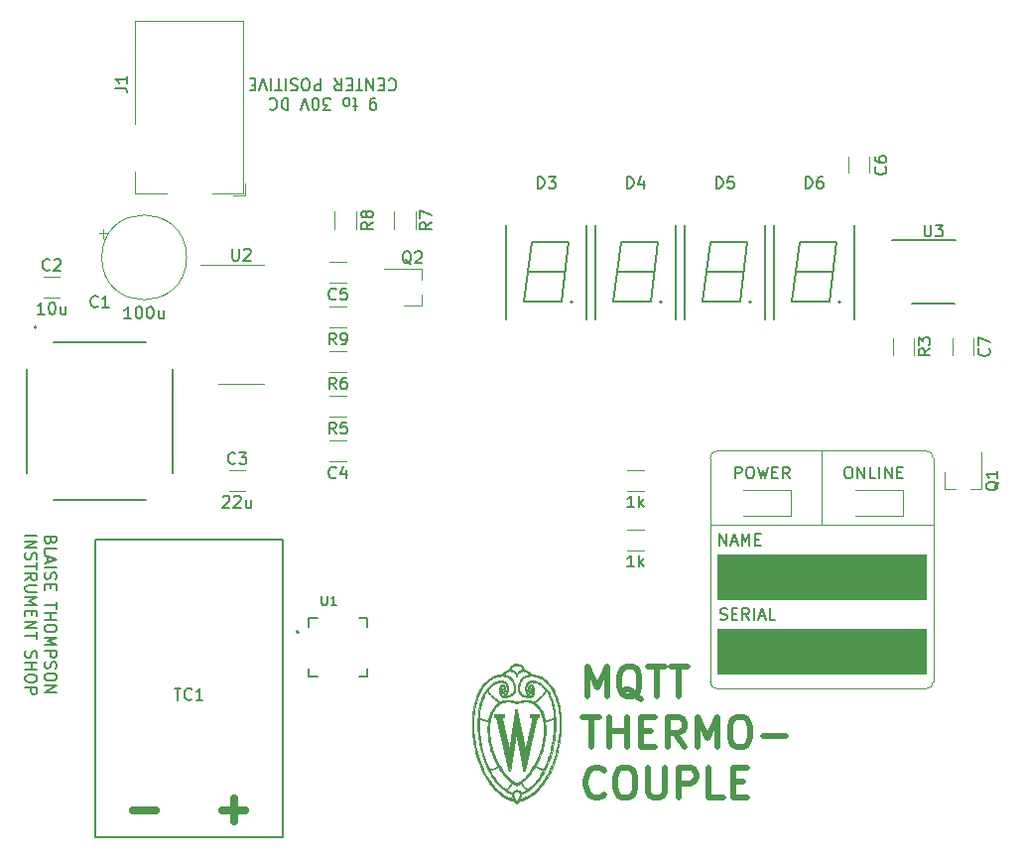
<source format=gbr>
%TF.GenerationSoftware,KiCad,Pcbnew,5.1.8+dfsg1-1+b1*%
%TF.CreationDate,2021-07-06T16:13:43-05:00*%
%TF.ProjectId,mqtt-thermocouple,6d717474-2d74-4686-9572-6d6f636f7570,A*%
%TF.SameCoordinates,Original*%
%TF.FileFunction,Legend,Top*%
%TF.FilePolarity,Positive*%
%FSLAX46Y46*%
G04 Gerber Fmt 4.6, Leading zero omitted, Abs format (unit mm)*
G04 Created by KiCad (PCBNEW 5.1.8+dfsg1-1+b1) date 2021-07-06 16:13:43*
%MOMM*%
%LPD*%
G01*
G04 APERTURE LIST*
%ADD10C,0.120000*%
%ADD11C,0.100000*%
%ADD12C,0.150000*%
%ADD13C,0.508000*%
%ADD14C,0.127000*%
%ADD15C,0.200000*%
%ADD16C,0.010000*%
%ADD17C,0.635000*%
G04 APERTURE END LIST*
D10*
X107950000Y-95885000D02*
X107950000Y-76835000D01*
X127000000Y-76835000D02*
X127000000Y-95885000D01*
X127000000Y-95885000D02*
G75*
G02*
X126365000Y-96520000I-635000J0D01*
G01*
X117475000Y-82550000D02*
X127000000Y-82550000D01*
X117475000Y-82550000D02*
X107950000Y-82550000D01*
X117475000Y-76200000D02*
X117475000Y-82550000D01*
X126365000Y-96520000D02*
X108585000Y-96520000D01*
X126365000Y-76200000D02*
X108585000Y-76200000D01*
D11*
G36*
X126365000Y-95250000D02*
G01*
X108585000Y-95250000D01*
X108585000Y-91440000D01*
X126365000Y-91440000D01*
X126365000Y-95250000D01*
G37*
X126365000Y-95250000D02*
X108585000Y-95250000D01*
X108585000Y-91440000D01*
X126365000Y-91440000D01*
X126365000Y-95250000D01*
G36*
X126365000Y-88900000D02*
G01*
X108585000Y-88900000D01*
X108585000Y-85090000D01*
X126365000Y-85090000D01*
X126365000Y-88900000D01*
G37*
X126365000Y-88900000D02*
X108585000Y-88900000D01*
X108585000Y-85090000D01*
X126365000Y-85090000D01*
X126365000Y-88900000D01*
D12*
X108815476Y-90574761D02*
X108958333Y-90622380D01*
X109196428Y-90622380D01*
X109291666Y-90574761D01*
X109339285Y-90527142D01*
X109386904Y-90431904D01*
X109386904Y-90336666D01*
X109339285Y-90241428D01*
X109291666Y-90193809D01*
X109196428Y-90146190D01*
X109005952Y-90098571D01*
X108910714Y-90050952D01*
X108863095Y-90003333D01*
X108815476Y-89908095D01*
X108815476Y-89812857D01*
X108863095Y-89717619D01*
X108910714Y-89670000D01*
X109005952Y-89622380D01*
X109244047Y-89622380D01*
X109386904Y-89670000D01*
X109815476Y-90098571D02*
X110148809Y-90098571D01*
X110291666Y-90622380D02*
X109815476Y-90622380D01*
X109815476Y-89622380D01*
X110291666Y-89622380D01*
X111291666Y-90622380D02*
X110958333Y-90146190D01*
X110720238Y-90622380D02*
X110720238Y-89622380D01*
X111101190Y-89622380D01*
X111196428Y-89670000D01*
X111244047Y-89717619D01*
X111291666Y-89812857D01*
X111291666Y-89955714D01*
X111244047Y-90050952D01*
X111196428Y-90098571D01*
X111101190Y-90146190D01*
X110720238Y-90146190D01*
X111720238Y-90622380D02*
X111720238Y-89622380D01*
X112148809Y-90336666D02*
X112625000Y-90336666D01*
X112053571Y-90622380D02*
X112386904Y-89622380D01*
X112720238Y-90622380D01*
X113529761Y-90622380D02*
X113053571Y-90622380D01*
X113053571Y-89622380D01*
X108751904Y-84272380D02*
X108751904Y-83272380D01*
X109323333Y-84272380D01*
X109323333Y-83272380D01*
X109751904Y-83986666D02*
X110228095Y-83986666D01*
X109656666Y-84272380D02*
X109990000Y-83272380D01*
X110323333Y-84272380D01*
X110656666Y-84272380D02*
X110656666Y-83272380D01*
X110990000Y-83986666D01*
X111323333Y-83272380D01*
X111323333Y-84272380D01*
X111799523Y-83748571D02*
X112132857Y-83748571D01*
X112275714Y-84272380D02*
X111799523Y-84272380D01*
X111799523Y-83272380D01*
X112275714Y-83272380D01*
X79382380Y-46092619D02*
X79191904Y-46092619D01*
X79096666Y-46140238D01*
X79049047Y-46187857D01*
X78953809Y-46330714D01*
X78906190Y-46521190D01*
X78906190Y-46902142D01*
X78953809Y-46997380D01*
X79001428Y-47045000D01*
X79096666Y-47092619D01*
X79287142Y-47092619D01*
X79382380Y-47045000D01*
X79430000Y-46997380D01*
X79477619Y-46902142D01*
X79477619Y-46664047D01*
X79430000Y-46568809D01*
X79382380Y-46521190D01*
X79287142Y-46473571D01*
X79096666Y-46473571D01*
X79001428Y-46521190D01*
X78953809Y-46568809D01*
X78906190Y-46664047D01*
X77858571Y-46759285D02*
X77477619Y-46759285D01*
X77715714Y-47092619D02*
X77715714Y-46235476D01*
X77668095Y-46140238D01*
X77572857Y-46092619D01*
X77477619Y-46092619D01*
X77001428Y-46092619D02*
X77096666Y-46140238D01*
X77144285Y-46187857D01*
X77191904Y-46283095D01*
X77191904Y-46568809D01*
X77144285Y-46664047D01*
X77096666Y-46711666D01*
X77001428Y-46759285D01*
X76858571Y-46759285D01*
X76763333Y-46711666D01*
X76715714Y-46664047D01*
X76668095Y-46568809D01*
X76668095Y-46283095D01*
X76715714Y-46187857D01*
X76763333Y-46140238D01*
X76858571Y-46092619D01*
X77001428Y-46092619D01*
X75572857Y-47092619D02*
X74953809Y-47092619D01*
X75287142Y-46711666D01*
X75144285Y-46711666D01*
X75049047Y-46664047D01*
X75001428Y-46616428D01*
X74953809Y-46521190D01*
X74953809Y-46283095D01*
X75001428Y-46187857D01*
X75049047Y-46140238D01*
X75144285Y-46092619D01*
X75430000Y-46092619D01*
X75525238Y-46140238D01*
X75572857Y-46187857D01*
X74334761Y-47092619D02*
X74239523Y-47092619D01*
X74144285Y-47045000D01*
X74096666Y-46997380D01*
X74049047Y-46902142D01*
X74001428Y-46711666D01*
X74001428Y-46473571D01*
X74049047Y-46283095D01*
X74096666Y-46187857D01*
X74144285Y-46140238D01*
X74239523Y-46092619D01*
X74334761Y-46092619D01*
X74430000Y-46140238D01*
X74477619Y-46187857D01*
X74525238Y-46283095D01*
X74572857Y-46473571D01*
X74572857Y-46711666D01*
X74525238Y-46902142D01*
X74477619Y-46997380D01*
X74430000Y-47045000D01*
X74334761Y-47092619D01*
X73715714Y-47092619D02*
X73382380Y-46092619D01*
X73049047Y-47092619D01*
X71953809Y-46092619D02*
X71953809Y-47092619D01*
X71715714Y-47092619D01*
X71572857Y-47045000D01*
X71477619Y-46949761D01*
X71430000Y-46854523D01*
X71382380Y-46664047D01*
X71382380Y-46521190D01*
X71430000Y-46330714D01*
X71477619Y-46235476D01*
X71572857Y-46140238D01*
X71715714Y-46092619D01*
X71953809Y-46092619D01*
X70382380Y-46187857D02*
X70430000Y-46140238D01*
X70572857Y-46092619D01*
X70668095Y-46092619D01*
X70810952Y-46140238D01*
X70906190Y-46235476D01*
X70953809Y-46330714D01*
X71001428Y-46521190D01*
X71001428Y-46664047D01*
X70953809Y-46854523D01*
X70906190Y-46949761D01*
X70810952Y-47045000D01*
X70668095Y-47092619D01*
X70572857Y-47092619D01*
X70430000Y-47045000D01*
X70382380Y-46997380D01*
X80549047Y-44537857D02*
X80596666Y-44490238D01*
X80739523Y-44442619D01*
X80834761Y-44442619D01*
X80977619Y-44490238D01*
X81072857Y-44585476D01*
X81120476Y-44680714D01*
X81168095Y-44871190D01*
X81168095Y-45014047D01*
X81120476Y-45204523D01*
X81072857Y-45299761D01*
X80977619Y-45395000D01*
X80834761Y-45442619D01*
X80739523Y-45442619D01*
X80596666Y-45395000D01*
X80549047Y-45347380D01*
X80120476Y-44966428D02*
X79787142Y-44966428D01*
X79644285Y-44442619D02*
X80120476Y-44442619D01*
X80120476Y-45442619D01*
X79644285Y-45442619D01*
X79215714Y-44442619D02*
X79215714Y-45442619D01*
X78644285Y-44442619D01*
X78644285Y-45442619D01*
X78310952Y-45442619D02*
X77739523Y-45442619D01*
X78025238Y-44442619D02*
X78025238Y-45442619D01*
X77406190Y-44966428D02*
X77072857Y-44966428D01*
X76930000Y-44442619D02*
X77406190Y-44442619D01*
X77406190Y-45442619D01*
X76930000Y-45442619D01*
X75930000Y-44442619D02*
X76263333Y-44918809D01*
X76501428Y-44442619D02*
X76501428Y-45442619D01*
X76120476Y-45442619D01*
X76025238Y-45395000D01*
X75977619Y-45347380D01*
X75930000Y-45252142D01*
X75930000Y-45109285D01*
X75977619Y-45014047D01*
X76025238Y-44966428D01*
X76120476Y-44918809D01*
X76501428Y-44918809D01*
X74739523Y-44442619D02*
X74739523Y-45442619D01*
X74358571Y-45442619D01*
X74263333Y-45395000D01*
X74215714Y-45347380D01*
X74168095Y-45252142D01*
X74168095Y-45109285D01*
X74215714Y-45014047D01*
X74263333Y-44966428D01*
X74358571Y-44918809D01*
X74739523Y-44918809D01*
X73549047Y-45442619D02*
X73358571Y-45442619D01*
X73263333Y-45395000D01*
X73168095Y-45299761D01*
X73120476Y-45109285D01*
X73120476Y-44775952D01*
X73168095Y-44585476D01*
X73263333Y-44490238D01*
X73358571Y-44442619D01*
X73549047Y-44442619D01*
X73644285Y-44490238D01*
X73739523Y-44585476D01*
X73787142Y-44775952D01*
X73787142Y-45109285D01*
X73739523Y-45299761D01*
X73644285Y-45395000D01*
X73549047Y-45442619D01*
X72739523Y-44490238D02*
X72596666Y-44442619D01*
X72358571Y-44442619D01*
X72263333Y-44490238D01*
X72215714Y-44537857D01*
X72168095Y-44633095D01*
X72168095Y-44728333D01*
X72215714Y-44823571D01*
X72263333Y-44871190D01*
X72358571Y-44918809D01*
X72549047Y-44966428D01*
X72644285Y-45014047D01*
X72691904Y-45061666D01*
X72739523Y-45156904D01*
X72739523Y-45252142D01*
X72691904Y-45347380D01*
X72644285Y-45395000D01*
X72549047Y-45442619D01*
X72310952Y-45442619D01*
X72168095Y-45395000D01*
X71739523Y-44442619D02*
X71739523Y-45442619D01*
X71406190Y-45442619D02*
X70834761Y-45442619D01*
X71120476Y-44442619D02*
X71120476Y-45442619D01*
X70501428Y-44442619D02*
X70501428Y-45442619D01*
X70168095Y-45442619D02*
X69834761Y-44442619D01*
X69501428Y-45442619D01*
X69168095Y-44966428D02*
X68834761Y-44966428D01*
X68691904Y-44442619D02*
X69168095Y-44442619D01*
X69168095Y-45442619D01*
X68691904Y-45442619D01*
X51696428Y-83836666D02*
X51648809Y-83979523D01*
X51601190Y-84027142D01*
X51505952Y-84074761D01*
X51363095Y-84074761D01*
X51267857Y-84027142D01*
X51220238Y-83979523D01*
X51172619Y-83884285D01*
X51172619Y-83503333D01*
X52172619Y-83503333D01*
X52172619Y-83836666D01*
X52125000Y-83931904D01*
X52077380Y-83979523D01*
X51982142Y-84027142D01*
X51886904Y-84027142D01*
X51791666Y-83979523D01*
X51744047Y-83931904D01*
X51696428Y-83836666D01*
X51696428Y-83503333D01*
X51172619Y-84979523D02*
X51172619Y-84503333D01*
X52172619Y-84503333D01*
X51458333Y-85265238D02*
X51458333Y-85741428D01*
X51172619Y-85170000D02*
X52172619Y-85503333D01*
X51172619Y-85836666D01*
X51172619Y-86170000D02*
X52172619Y-86170000D01*
X51220238Y-86598571D02*
X51172619Y-86741428D01*
X51172619Y-86979523D01*
X51220238Y-87074761D01*
X51267857Y-87122380D01*
X51363095Y-87170000D01*
X51458333Y-87170000D01*
X51553571Y-87122380D01*
X51601190Y-87074761D01*
X51648809Y-86979523D01*
X51696428Y-86789047D01*
X51744047Y-86693809D01*
X51791666Y-86646190D01*
X51886904Y-86598571D01*
X51982142Y-86598571D01*
X52077380Y-86646190D01*
X52125000Y-86693809D01*
X52172619Y-86789047D01*
X52172619Y-87027142D01*
X52125000Y-87170000D01*
X51696428Y-87598571D02*
X51696428Y-87931904D01*
X51172619Y-88074761D02*
X51172619Y-87598571D01*
X52172619Y-87598571D01*
X52172619Y-88074761D01*
X52172619Y-89122380D02*
X52172619Y-89693809D01*
X51172619Y-89408095D02*
X52172619Y-89408095D01*
X51172619Y-90027142D02*
X52172619Y-90027142D01*
X51696428Y-90027142D02*
X51696428Y-90598571D01*
X51172619Y-90598571D02*
X52172619Y-90598571D01*
X52172619Y-91265238D02*
X52172619Y-91455714D01*
X52125000Y-91550952D01*
X52029761Y-91646190D01*
X51839285Y-91693809D01*
X51505952Y-91693809D01*
X51315476Y-91646190D01*
X51220238Y-91550952D01*
X51172619Y-91455714D01*
X51172619Y-91265238D01*
X51220238Y-91170000D01*
X51315476Y-91074761D01*
X51505952Y-91027142D01*
X51839285Y-91027142D01*
X52029761Y-91074761D01*
X52125000Y-91170000D01*
X52172619Y-91265238D01*
X51172619Y-92122380D02*
X52172619Y-92122380D01*
X51458333Y-92455714D01*
X52172619Y-92789047D01*
X51172619Y-92789047D01*
X51172619Y-93265238D02*
X52172619Y-93265238D01*
X52172619Y-93646190D01*
X52125000Y-93741428D01*
X52077380Y-93789047D01*
X51982142Y-93836666D01*
X51839285Y-93836666D01*
X51744047Y-93789047D01*
X51696428Y-93741428D01*
X51648809Y-93646190D01*
X51648809Y-93265238D01*
X51220238Y-94217619D02*
X51172619Y-94360476D01*
X51172619Y-94598571D01*
X51220238Y-94693809D01*
X51267857Y-94741428D01*
X51363095Y-94789047D01*
X51458333Y-94789047D01*
X51553571Y-94741428D01*
X51601190Y-94693809D01*
X51648809Y-94598571D01*
X51696428Y-94408095D01*
X51744047Y-94312857D01*
X51791666Y-94265238D01*
X51886904Y-94217619D01*
X51982142Y-94217619D01*
X52077380Y-94265238D01*
X52125000Y-94312857D01*
X52172619Y-94408095D01*
X52172619Y-94646190D01*
X52125000Y-94789047D01*
X52172619Y-95408095D02*
X52172619Y-95598571D01*
X52125000Y-95693809D01*
X52029761Y-95789047D01*
X51839285Y-95836666D01*
X51505952Y-95836666D01*
X51315476Y-95789047D01*
X51220238Y-95693809D01*
X51172619Y-95598571D01*
X51172619Y-95408095D01*
X51220238Y-95312857D01*
X51315476Y-95217619D01*
X51505952Y-95170000D01*
X51839285Y-95170000D01*
X52029761Y-95217619D01*
X52125000Y-95312857D01*
X52172619Y-95408095D01*
X51172619Y-96265238D02*
X52172619Y-96265238D01*
X51172619Y-96836666D01*
X52172619Y-96836666D01*
X49522619Y-83431904D02*
X50522619Y-83431904D01*
X49522619Y-83908095D02*
X50522619Y-83908095D01*
X49522619Y-84479523D01*
X50522619Y-84479523D01*
X49570238Y-84908095D02*
X49522619Y-85050952D01*
X49522619Y-85289047D01*
X49570238Y-85384285D01*
X49617857Y-85431904D01*
X49713095Y-85479523D01*
X49808333Y-85479523D01*
X49903571Y-85431904D01*
X49951190Y-85384285D01*
X49998809Y-85289047D01*
X50046428Y-85098571D01*
X50094047Y-85003333D01*
X50141666Y-84955714D01*
X50236904Y-84908095D01*
X50332142Y-84908095D01*
X50427380Y-84955714D01*
X50475000Y-85003333D01*
X50522619Y-85098571D01*
X50522619Y-85336666D01*
X50475000Y-85479523D01*
X50522619Y-85765238D02*
X50522619Y-86336666D01*
X49522619Y-86050952D02*
X50522619Y-86050952D01*
X49522619Y-87241428D02*
X49998809Y-86908095D01*
X49522619Y-86670000D02*
X50522619Y-86670000D01*
X50522619Y-87050952D01*
X50475000Y-87146190D01*
X50427380Y-87193809D01*
X50332142Y-87241428D01*
X50189285Y-87241428D01*
X50094047Y-87193809D01*
X50046428Y-87146190D01*
X49998809Y-87050952D01*
X49998809Y-86670000D01*
X50522619Y-87670000D02*
X49713095Y-87670000D01*
X49617857Y-87717619D01*
X49570238Y-87765238D01*
X49522619Y-87860476D01*
X49522619Y-88050952D01*
X49570238Y-88146190D01*
X49617857Y-88193809D01*
X49713095Y-88241428D01*
X50522619Y-88241428D01*
X49522619Y-88717619D02*
X50522619Y-88717619D01*
X49808333Y-89050952D01*
X50522619Y-89384285D01*
X49522619Y-89384285D01*
X50046428Y-89860476D02*
X50046428Y-90193809D01*
X49522619Y-90336666D02*
X49522619Y-89860476D01*
X50522619Y-89860476D01*
X50522619Y-90336666D01*
X49522619Y-90765238D02*
X50522619Y-90765238D01*
X49522619Y-91336666D01*
X50522619Y-91336666D01*
X50522619Y-91670000D02*
X50522619Y-92241428D01*
X49522619Y-91955714D02*
X50522619Y-91955714D01*
X49570238Y-93289047D02*
X49522619Y-93431904D01*
X49522619Y-93670000D01*
X49570238Y-93765238D01*
X49617857Y-93812857D01*
X49713095Y-93860476D01*
X49808333Y-93860476D01*
X49903571Y-93812857D01*
X49951190Y-93765238D01*
X49998809Y-93670000D01*
X50046428Y-93479523D01*
X50094047Y-93384285D01*
X50141666Y-93336666D01*
X50236904Y-93289047D01*
X50332142Y-93289047D01*
X50427380Y-93336666D01*
X50475000Y-93384285D01*
X50522619Y-93479523D01*
X50522619Y-93717619D01*
X50475000Y-93860476D01*
X49522619Y-94289047D02*
X50522619Y-94289047D01*
X50046428Y-94289047D02*
X50046428Y-94860476D01*
X49522619Y-94860476D02*
X50522619Y-94860476D01*
X50522619Y-95527142D02*
X50522619Y-95717619D01*
X50475000Y-95812857D01*
X50379761Y-95908095D01*
X50189285Y-95955714D01*
X49855952Y-95955714D01*
X49665476Y-95908095D01*
X49570238Y-95812857D01*
X49522619Y-95717619D01*
X49522619Y-95527142D01*
X49570238Y-95431904D01*
X49665476Y-95336666D01*
X49855952Y-95289047D01*
X50189285Y-95289047D01*
X50379761Y-95336666D01*
X50475000Y-95431904D01*
X50522619Y-95527142D01*
X49522619Y-96384285D02*
X50522619Y-96384285D01*
X50522619Y-96765238D01*
X50475000Y-96860476D01*
X50427380Y-96908095D01*
X50332142Y-96955714D01*
X50189285Y-96955714D01*
X50094047Y-96908095D01*
X50046428Y-96860476D01*
X49998809Y-96765238D01*
X49998809Y-96384285D01*
D10*
X126365000Y-76200000D02*
G75*
G02*
X127000000Y-76835000I0J-635000D01*
G01*
X108585000Y-96520000D02*
G75*
G02*
X107950000Y-95885000I0J635000D01*
G01*
X107950000Y-76835000D02*
G75*
G02*
X108585000Y-76200000I635000J0D01*
G01*
D12*
X119681904Y-77557380D02*
X119872380Y-77557380D01*
X119967619Y-77605000D01*
X120062857Y-77700238D01*
X120110476Y-77890714D01*
X120110476Y-78224047D01*
X120062857Y-78414523D01*
X119967619Y-78509761D01*
X119872380Y-78557380D01*
X119681904Y-78557380D01*
X119586666Y-78509761D01*
X119491428Y-78414523D01*
X119443809Y-78224047D01*
X119443809Y-77890714D01*
X119491428Y-77700238D01*
X119586666Y-77605000D01*
X119681904Y-77557380D01*
X120539047Y-78557380D02*
X120539047Y-77557380D01*
X121110476Y-78557380D01*
X121110476Y-77557380D01*
X122062857Y-78557380D02*
X121586666Y-78557380D01*
X121586666Y-77557380D01*
X122396190Y-78557380D02*
X122396190Y-77557380D01*
X122872380Y-78557380D02*
X122872380Y-77557380D01*
X123443809Y-78557380D01*
X123443809Y-77557380D01*
X123920000Y-78033571D02*
X124253333Y-78033571D01*
X124396190Y-78557380D02*
X123920000Y-78557380D01*
X123920000Y-77557380D01*
X124396190Y-77557380D01*
X110085476Y-78557380D02*
X110085476Y-77557380D01*
X110466428Y-77557380D01*
X110561666Y-77605000D01*
X110609285Y-77652619D01*
X110656904Y-77747857D01*
X110656904Y-77890714D01*
X110609285Y-77985952D01*
X110561666Y-78033571D01*
X110466428Y-78081190D01*
X110085476Y-78081190D01*
X111275952Y-77557380D02*
X111466428Y-77557380D01*
X111561666Y-77605000D01*
X111656904Y-77700238D01*
X111704523Y-77890714D01*
X111704523Y-78224047D01*
X111656904Y-78414523D01*
X111561666Y-78509761D01*
X111466428Y-78557380D01*
X111275952Y-78557380D01*
X111180714Y-78509761D01*
X111085476Y-78414523D01*
X111037857Y-78224047D01*
X111037857Y-77890714D01*
X111085476Y-77700238D01*
X111180714Y-77605000D01*
X111275952Y-77557380D01*
X112037857Y-77557380D02*
X112275952Y-78557380D01*
X112466428Y-77843095D01*
X112656904Y-78557380D01*
X112895000Y-77557380D01*
X113275952Y-78033571D02*
X113609285Y-78033571D01*
X113752142Y-78557380D02*
X113275952Y-78557380D01*
X113275952Y-77557380D01*
X113752142Y-77557380D01*
X114752142Y-78557380D02*
X114418809Y-78081190D01*
X114180714Y-78557380D02*
X114180714Y-77557380D01*
X114561666Y-77557380D01*
X114656904Y-77605000D01*
X114704523Y-77652619D01*
X114752142Y-77747857D01*
X114752142Y-77890714D01*
X114704523Y-77985952D01*
X114656904Y-78033571D01*
X114561666Y-78081190D01*
X114180714Y-78081190D01*
D13*
X97454961Y-97161047D02*
X97454961Y-94621047D01*
X98301628Y-96435333D01*
X99148295Y-94621047D01*
X99148295Y-97161047D01*
X102051152Y-97402952D02*
X101809247Y-97282000D01*
X101567342Y-97040095D01*
X101204485Y-96677238D01*
X100962580Y-96556285D01*
X100720676Y-96556285D01*
X100841628Y-97161047D02*
X100599723Y-97040095D01*
X100357819Y-96798190D01*
X100236866Y-96314380D01*
X100236866Y-95467714D01*
X100357819Y-94983904D01*
X100599723Y-94742000D01*
X100841628Y-94621047D01*
X101325438Y-94621047D01*
X101567342Y-94742000D01*
X101809247Y-94983904D01*
X101930200Y-95467714D01*
X101930200Y-96314380D01*
X101809247Y-96798190D01*
X101567342Y-97040095D01*
X101325438Y-97161047D01*
X100841628Y-97161047D01*
X102655914Y-94621047D02*
X104107342Y-94621047D01*
X103381628Y-97161047D02*
X103381628Y-94621047D01*
X104591152Y-94621047D02*
X106042580Y-94621047D01*
X105316866Y-97161047D02*
X105316866Y-94621047D01*
X97092104Y-98939047D02*
X98543533Y-98939047D01*
X97817819Y-101479047D02*
X97817819Y-98939047D01*
X99390200Y-101479047D02*
X99390200Y-98939047D01*
X99390200Y-100148571D02*
X100841628Y-100148571D01*
X100841628Y-101479047D02*
X100841628Y-98939047D01*
X102051152Y-100148571D02*
X102897819Y-100148571D01*
X103260676Y-101479047D02*
X102051152Y-101479047D01*
X102051152Y-98939047D01*
X103260676Y-98939047D01*
X105800676Y-101479047D02*
X104954009Y-100269523D01*
X104349247Y-101479047D02*
X104349247Y-98939047D01*
X105316866Y-98939047D01*
X105558771Y-99060000D01*
X105679723Y-99180952D01*
X105800676Y-99422857D01*
X105800676Y-99785714D01*
X105679723Y-100027619D01*
X105558771Y-100148571D01*
X105316866Y-100269523D01*
X104349247Y-100269523D01*
X106889247Y-101479047D02*
X106889247Y-98939047D01*
X107735914Y-100753333D01*
X108582580Y-98939047D01*
X108582580Y-101479047D01*
X110275914Y-98939047D02*
X110759723Y-98939047D01*
X111001628Y-99060000D01*
X111243533Y-99301904D01*
X111364485Y-99785714D01*
X111364485Y-100632380D01*
X111243533Y-101116190D01*
X111001628Y-101358095D01*
X110759723Y-101479047D01*
X110275914Y-101479047D01*
X110034009Y-101358095D01*
X109792104Y-101116190D01*
X109671152Y-100632380D01*
X109671152Y-99785714D01*
X109792104Y-99301904D01*
X110034009Y-99060000D01*
X110275914Y-98939047D01*
X112453057Y-100511428D02*
X114388295Y-100511428D01*
X98906390Y-105555142D02*
X98785438Y-105676095D01*
X98422580Y-105797047D01*
X98180676Y-105797047D01*
X97817819Y-105676095D01*
X97575914Y-105434190D01*
X97454961Y-105192285D01*
X97334009Y-104708476D01*
X97334009Y-104345619D01*
X97454961Y-103861809D01*
X97575914Y-103619904D01*
X97817819Y-103378000D01*
X98180676Y-103257047D01*
X98422580Y-103257047D01*
X98785438Y-103378000D01*
X98906390Y-103498952D01*
X100478771Y-103257047D02*
X100962580Y-103257047D01*
X101204485Y-103378000D01*
X101446390Y-103619904D01*
X101567342Y-104103714D01*
X101567342Y-104950380D01*
X101446390Y-105434190D01*
X101204485Y-105676095D01*
X100962580Y-105797047D01*
X100478771Y-105797047D01*
X100236866Y-105676095D01*
X99994961Y-105434190D01*
X99874009Y-104950380D01*
X99874009Y-104103714D01*
X99994961Y-103619904D01*
X100236866Y-103378000D01*
X100478771Y-103257047D01*
X102655914Y-103257047D02*
X102655914Y-105313238D01*
X102776866Y-105555142D01*
X102897819Y-105676095D01*
X103139723Y-105797047D01*
X103623533Y-105797047D01*
X103865438Y-105676095D01*
X103986390Y-105555142D01*
X104107342Y-105313238D01*
X104107342Y-103257047D01*
X105316866Y-105797047D02*
X105316866Y-103257047D01*
X106284485Y-103257047D01*
X106526390Y-103378000D01*
X106647342Y-103498952D01*
X106768295Y-103740857D01*
X106768295Y-104103714D01*
X106647342Y-104345619D01*
X106526390Y-104466571D01*
X106284485Y-104587523D01*
X105316866Y-104587523D01*
X109066390Y-105797047D02*
X107856866Y-105797047D01*
X107856866Y-103257047D01*
X109913057Y-104466571D02*
X110759723Y-104466571D01*
X111122580Y-105797047D02*
X109913057Y-105797047D01*
X109913057Y-103257047D01*
X111122580Y-103257047D01*
D14*
%TO.C,PS1*%
X49630000Y-78090000D02*
X49630000Y-69230000D01*
X62130000Y-69230000D02*
X62130000Y-78090000D01*
X59810000Y-80410000D02*
X51950000Y-80410000D01*
D15*
X50480000Y-65660000D02*
G75*
G03*
X50480000Y-65660000I-100000J0D01*
G01*
D14*
X51950000Y-66910000D02*
X59810000Y-66910000D01*
D12*
%TO.C,U3*%
X123475000Y-58235000D02*
X128858600Y-58235000D01*
X125145700Y-63635000D02*
X128854300Y-63635000D01*
D10*
%TO.C,R3*%
X123550000Y-66582936D02*
X123550000Y-68037064D01*
X125370000Y-66582936D02*
X125370000Y-68037064D01*
D12*
%TO.C,D6*%
X119045442Y-63500000D02*
G75*
G03*
X119045442Y-63500000I-71842J0D01*
G01*
X115252500Y-60960000D02*
X118427500Y-60960000D01*
X115570000Y-58420000D02*
X114935000Y-63500000D01*
X114935000Y-63500000D02*
X118110000Y-63500000D01*
X118745000Y-58420000D02*
X118110000Y-63500000D01*
X115570000Y-58420000D02*
X118745000Y-58420000D01*
X120290000Y-64960000D02*
X120290000Y-56960000D01*
X113390000Y-56960000D02*
X113390000Y-64960000D01*
%TO.C,D5*%
X111425442Y-63500000D02*
G75*
G03*
X111425442Y-63500000I-71842J0D01*
G01*
X107632500Y-60960000D02*
X110807500Y-60960000D01*
X107950000Y-58420000D02*
X107315000Y-63500000D01*
X107315000Y-63500000D02*
X110490000Y-63500000D01*
X111125000Y-58420000D02*
X110490000Y-63500000D01*
X107950000Y-58420000D02*
X111125000Y-58420000D01*
X112670000Y-64960000D02*
X112670000Y-56960000D01*
X105770000Y-56960000D02*
X105770000Y-64960000D01*
%TO.C,D4*%
X103805442Y-63500000D02*
G75*
G03*
X103805442Y-63500000I-71842J0D01*
G01*
X100012500Y-60960000D02*
X103187500Y-60960000D01*
X100330000Y-58420000D02*
X99695000Y-63500000D01*
X99695000Y-63500000D02*
X102870000Y-63500000D01*
X103505000Y-58420000D02*
X102870000Y-63500000D01*
X100330000Y-58420000D02*
X103505000Y-58420000D01*
X105050000Y-64960000D02*
X105050000Y-56960000D01*
X98150000Y-56960000D02*
X98150000Y-64960000D01*
%TO.C,D3*%
X96185442Y-63500000D02*
G75*
G03*
X96185442Y-63500000I-71842J0D01*
G01*
X92392500Y-60960000D02*
X95567500Y-60960000D01*
X92710000Y-58420000D02*
X92075000Y-63500000D01*
X92075000Y-63500000D02*
X95250000Y-63500000D01*
X95885000Y-58420000D02*
X95250000Y-63500000D01*
X92710000Y-58420000D02*
X95885000Y-58420000D01*
X97430000Y-64960000D02*
X97430000Y-56960000D01*
X90530000Y-56960000D02*
X90530000Y-64960000D01*
D10*
%TO.C,C7*%
X128630000Y-66598748D02*
X128630000Y-68021252D01*
X130450000Y-66598748D02*
X130450000Y-68021252D01*
%TO.C,C6*%
X121560000Y-52488752D02*
X121560000Y-51066248D01*
X119740000Y-52488752D02*
X119740000Y-51066248D01*
D12*
%TO.C,TC1*%
X71501000Y-83820000D02*
X71501000Y-109220000D01*
X55499000Y-83820000D02*
X55499000Y-109220000D01*
X55499000Y-83820000D02*
X71501000Y-83820000D01*
X55499000Y-109220000D02*
X71501000Y-109220000D01*
D14*
%TO.C,U1*%
X73700000Y-90480000D02*
X73700000Y-91200000D01*
X73700000Y-95480000D02*
X73700000Y-94760000D01*
X78700000Y-90480000D02*
X78700000Y-91200000D01*
X78700000Y-95480000D02*
X78700000Y-94760000D01*
X73700000Y-90480000D02*
X74420000Y-90480000D01*
X73700000Y-95480000D02*
X74420000Y-95480000D01*
X78700000Y-90480000D02*
X77980000Y-90480000D01*
X78700000Y-95480000D02*
X77980000Y-95480000D01*
D15*
X72840000Y-91680000D02*
G75*
G03*
X72840000Y-91680000I-100000J0D01*
G01*
D10*
%TO.C,Q2*%
X83310000Y-63810000D02*
X83310000Y-62880000D01*
X83310000Y-60650000D02*
X83310000Y-61580000D01*
X83310000Y-60650000D02*
X80150000Y-60650000D01*
X83310000Y-63810000D02*
X81850000Y-63810000D01*
%TO.C,Q1*%
X127960000Y-79500000D02*
X128890000Y-79500000D01*
X131120000Y-79500000D02*
X130190000Y-79500000D01*
X131120000Y-79500000D02*
X131120000Y-76340000D01*
X127960000Y-79500000D02*
X127960000Y-78040000D01*
%TO.C,R9*%
X75472936Y-65680000D02*
X76927064Y-65680000D01*
X75472936Y-63860000D02*
X76927064Y-63860000D01*
%TO.C,R8*%
X75925000Y-55787936D02*
X75925000Y-57242064D01*
X77745000Y-55787936D02*
X77745000Y-57242064D01*
%TO.C,R7*%
X81005000Y-55787936D02*
X81005000Y-57242064D01*
X82825000Y-55787936D02*
X82825000Y-57242064D01*
%TO.C,R6*%
X76927064Y-67670000D02*
X75472936Y-67670000D01*
X76927064Y-69490000D02*
X75472936Y-69490000D01*
%TO.C,R5*%
X76927064Y-71480000D02*
X75472936Y-71480000D01*
X76927064Y-73300000D02*
X75472936Y-73300000D01*
%TO.C,C5*%
X75488748Y-61870000D02*
X76911252Y-61870000D01*
X75488748Y-60050000D02*
X76911252Y-60050000D01*
%TO.C,C4*%
X75488748Y-77110000D02*
X76911252Y-77110000D01*
X75488748Y-75290000D02*
X76911252Y-75290000D01*
%TO.C,U2*%
X67945000Y-60345000D02*
X64495000Y-60345000D01*
X67945000Y-60345000D02*
X69895000Y-60345000D01*
X67945000Y-70465000D02*
X65995000Y-70465000D01*
X67945000Y-70465000D02*
X69895000Y-70465000D01*
%TO.C,C1*%
X63290000Y-59690000D02*
G75*
G03*
X63290000Y-59690000I-3620000J0D01*
G01*
X55795277Y-57655000D02*
X56495277Y-57655000D01*
X56145277Y-57305000D02*
X56145277Y-58005000D01*
%TO.C,C3*%
X66891248Y-77830000D02*
X68313752Y-77830000D01*
X66891248Y-79650000D02*
X68313752Y-79650000D01*
%TO.C,C2*%
X51066248Y-61320000D02*
X52488752Y-61320000D01*
X51066248Y-63140000D02*
X52488752Y-63140000D01*
D16*
%TO.C,G\u002A\u002A\u002A*%
G36*
X91467014Y-94383991D02*
G01*
X91512375Y-94386052D01*
X91553794Y-94389780D01*
X91588483Y-94395150D01*
X91591395Y-94395759D01*
X91670635Y-94417497D01*
X91744009Y-94447438D01*
X91811830Y-94485785D01*
X91874414Y-94532739D01*
X91932077Y-94588504D01*
X91978895Y-94644889D01*
X92000962Y-94676620D01*
X92023934Y-94713879D01*
X92046332Y-94753914D01*
X92066682Y-94793972D01*
X92083506Y-94831301D01*
X92094383Y-94860197D01*
X92099840Y-94876109D01*
X92104296Y-94887714D01*
X92106434Y-94891967D01*
X92112382Y-94894133D01*
X92125301Y-94897240D01*
X92138942Y-94899959D01*
X92179191Y-94909382D01*
X92224524Y-94923437D01*
X92271659Y-94940992D01*
X92317314Y-94960915D01*
X92321541Y-94962931D01*
X92394134Y-95002295D01*
X92461352Y-95047714D01*
X92522191Y-95098300D01*
X92575644Y-95153169D01*
X92620704Y-95211433D01*
X92641778Y-95245007D01*
X92664618Y-95284605D01*
X92719059Y-95287746D01*
X92825529Y-95295775D01*
X92924491Y-95307326D01*
X93018105Y-95322803D01*
X93108531Y-95342607D01*
X93197931Y-95367143D01*
X93270719Y-95390639D01*
X93401526Y-95440876D01*
X93528777Y-95500499D01*
X93652356Y-95569334D01*
X93772152Y-95647209D01*
X93888049Y-95733949D01*
X93999933Y-95829381D01*
X94107691Y-95933332D01*
X94211209Y-96045630D01*
X94310372Y-96166099D01*
X94405067Y-96294568D01*
X94495180Y-96430862D01*
X94580596Y-96574809D01*
X94661201Y-96726235D01*
X94736883Y-96884967D01*
X94807526Y-97050831D01*
X94873017Y-97223654D01*
X94933241Y-97403263D01*
X94988085Y-97589485D01*
X95037435Y-97782146D01*
X95081177Y-97981072D01*
X95119196Y-98186092D01*
X95122619Y-98206560D01*
X95139612Y-98313878D01*
X95154818Y-98420232D01*
X95168415Y-98527300D01*
X95180581Y-98636754D01*
X95191495Y-98750272D01*
X95201334Y-98869528D01*
X95210276Y-98996198D01*
X95215515Y-99080320D01*
X95217014Y-99112053D01*
X95218320Y-99152725D01*
X95219431Y-99201114D01*
X95220350Y-99256000D01*
X95221074Y-99316164D01*
X95221606Y-99380384D01*
X95221943Y-99447440D01*
X95222087Y-99516112D01*
X95222038Y-99585179D01*
X95221795Y-99653422D01*
X95221358Y-99719620D01*
X95220728Y-99782553D01*
X95219904Y-99840999D01*
X95218887Y-99893740D01*
X95217676Y-99939555D01*
X95216271Y-99977223D01*
X95215521Y-99992180D01*
X95200706Y-100220254D01*
X95182134Y-100440657D01*
X95159574Y-100655248D01*
X95132797Y-100865882D01*
X95101575Y-101074418D01*
X95065677Y-101282712D01*
X95038562Y-101424740D01*
X94983920Y-101682528D01*
X94923133Y-101935889D01*
X94856343Y-102184551D01*
X94783690Y-102428243D01*
X94705316Y-102666694D01*
X94621363Y-102899632D01*
X94531971Y-103126785D01*
X94437284Y-103347883D01*
X94337441Y-103562653D01*
X94232585Y-103770825D01*
X94122856Y-103972126D01*
X94008397Y-104166286D01*
X93889349Y-104353033D01*
X93765853Y-104532096D01*
X93638051Y-104703202D01*
X93506084Y-104866082D01*
X93370094Y-105020462D01*
X93230222Y-105166073D01*
X93086610Y-105302641D01*
X92960289Y-105412593D01*
X92823014Y-105521660D01*
X92681799Y-105623264D01*
X92537294Y-105717063D01*
X92390149Y-105802714D01*
X92241014Y-105879876D01*
X92090540Y-105948204D01*
X91939377Y-106007358D01*
X91788174Y-106056995D01*
X91680991Y-106086312D01*
X91617344Y-106102251D01*
X91601635Y-106125083D01*
X91584591Y-106148346D01*
X91564320Y-106173671D01*
X91542624Y-106199020D01*
X91521308Y-106222358D01*
X91502175Y-106241647D01*
X91487028Y-106254850D01*
X91486183Y-106255479D01*
X91463935Y-106269595D01*
X91445278Y-106275820D01*
X91427957Y-106274570D01*
X91414181Y-106268815D01*
X91400991Y-106259444D01*
X91383303Y-106243706D01*
X91362753Y-106223330D01*
X91340982Y-106200045D01*
X91319628Y-106175582D01*
X91300330Y-106151669D01*
X91290140Y-106137911D01*
X91277365Y-106120384D01*
X91267746Y-106109308D01*
X91258771Y-106102702D01*
X91247924Y-106098586D01*
X91236800Y-106095887D01*
X91212077Y-106089853D01*
X91179916Y-106081219D01*
X91142503Y-106070636D01*
X91102024Y-106058759D01*
X91060666Y-106046241D01*
X91020614Y-106033736D01*
X90984055Y-106021897D01*
X90953174Y-106011377D01*
X90948262Y-106009629D01*
X90782831Y-105944883D01*
X90620279Y-105870418D01*
X90460659Y-105786275D01*
X90304023Y-105692493D01*
X90150422Y-105589114D01*
X89999910Y-105476177D01*
X89852537Y-105353722D01*
X89708357Y-105221790D01*
X89567422Y-105080420D01*
X89429783Y-104929654D01*
X89295494Y-104769531D01*
X89229719Y-104686100D01*
X89104395Y-104517017D01*
X88982577Y-104338870D01*
X88864589Y-104152241D01*
X88750754Y-103957715D01*
X88641397Y-103755873D01*
X88536840Y-103547302D01*
X88437407Y-103332583D01*
X88343423Y-103112300D01*
X88308289Y-103024940D01*
X88207925Y-102758042D01*
X88115635Y-102485710D01*
X88031509Y-102208589D01*
X87955632Y-101927325D01*
X87888093Y-101642562D01*
X87828978Y-101354947D01*
X87778376Y-101065126D01*
X87736373Y-100773744D01*
X87703058Y-100481446D01*
X87678517Y-100188879D01*
X87662838Y-99896688D01*
X87656547Y-99624462D01*
X87766287Y-99624462D01*
X87768822Y-99789384D01*
X87773993Y-99951364D01*
X87781793Y-100107853D01*
X87785244Y-100162360D01*
X87810618Y-100469241D01*
X87845342Y-100773647D01*
X87889348Y-101075270D01*
X87942567Y-101373805D01*
X88004930Y-101668945D01*
X88076367Y-101960384D01*
X88156811Y-102247816D01*
X88246192Y-102530935D01*
X88344442Y-102809434D01*
X88430684Y-103031931D01*
X88495957Y-103187947D01*
X88566386Y-103345661D01*
X88640914Y-103502941D01*
X88718488Y-103657656D01*
X88798051Y-103807674D01*
X88878549Y-103950864D01*
X88922985Y-104026182D01*
X89039807Y-104213112D01*
X89160417Y-104391375D01*
X89284719Y-104560884D01*
X89412616Y-104721555D01*
X89544011Y-104873304D01*
X89678807Y-105016046D01*
X89816907Y-105149697D01*
X89958214Y-105274171D01*
X90102632Y-105389386D01*
X90250063Y-105495255D01*
X90400411Y-105591695D01*
X90553578Y-105678620D01*
X90709467Y-105755947D01*
X90867983Y-105823591D01*
X91029027Y-105881467D01*
X91062043Y-105892023D01*
X91089381Y-105900486D01*
X91113552Y-105907788D01*
X91132797Y-105913411D01*
X91145357Y-105916839D01*
X91149238Y-105917656D01*
X91152388Y-105915383D01*
X91150497Y-105906908D01*
X91147209Y-105898950D01*
X91136747Y-105873084D01*
X91125009Y-105840389D01*
X91112971Y-105803943D01*
X91101606Y-105766824D01*
X91091889Y-105732111D01*
X91084795Y-105702883D01*
X91084098Y-105699560D01*
X91079266Y-105671076D01*
X91074933Y-105636556D01*
X91071564Y-105600119D01*
X91069903Y-105573042D01*
X91066890Y-105505868D01*
X91176905Y-105505868D01*
X91177163Y-105550783D01*
X91177337Y-105554780D01*
X91186427Y-105641631D01*
X91205464Y-105728713D01*
X91234264Y-105815497D01*
X91272642Y-105901460D01*
X91320413Y-105986074D01*
X91338867Y-106014601D01*
X91364326Y-106051751D01*
X91385734Y-106080462D01*
X91403917Y-106101208D01*
X91419699Y-106114465D01*
X91433907Y-106120707D01*
X91447365Y-106120408D01*
X91460899Y-106114043D01*
X91475334Y-106102087D01*
X91481040Y-106096369D01*
X91498353Y-106076242D01*
X91518748Y-106049034D01*
X91540884Y-106016807D01*
X91563420Y-105981627D01*
X91585014Y-105945558D01*
X91604324Y-105910663D01*
X91613723Y-105892235D01*
X91643997Y-105823853D01*
X91669291Y-105752860D01*
X91688108Y-105683495D01*
X91689129Y-105678877D01*
X91696248Y-105637133D01*
X91700882Y-105590440D01*
X91703034Y-105541358D01*
X91702707Y-105492448D01*
X91699904Y-105446270D01*
X91694628Y-105405385D01*
X91688779Y-105378745D01*
X91678121Y-105357399D01*
X91658756Y-105336104D01*
X91632095Y-105315838D01*
X91599549Y-105297578D01*
X91562527Y-105282301D01*
X91539060Y-105275055D01*
X91520157Y-105271112D01*
X91495259Y-105267526D01*
X91468527Y-105264852D01*
X91456653Y-105264075D01*
X91411525Y-105264554D01*
X91367178Y-105270308D01*
X91324939Y-105280741D01*
X91286135Y-105295259D01*
X91252094Y-105313267D01*
X91224141Y-105334170D01*
X91203605Y-105357373D01*
X91191812Y-105382282D01*
X91191654Y-105382869D01*
X91184437Y-105418474D01*
X91179425Y-105460620D01*
X91176905Y-105505868D01*
X91066890Y-105505868D01*
X91066620Y-105499864D01*
X90980591Y-105465256D01*
X90835922Y-105401754D01*
X90692939Y-105328378D01*
X90551888Y-105245310D01*
X90413016Y-105152733D01*
X90402792Y-105145097D01*
X90601212Y-105145097D01*
X90602726Y-105148565D01*
X90612731Y-105156102D01*
X90630440Y-105167446D01*
X90654486Y-105181829D01*
X90683502Y-105198483D01*
X90716120Y-105216639D01*
X90750974Y-105235529D01*
X90786695Y-105254384D01*
X90821918Y-105272437D01*
X90832940Y-105277958D01*
X90861532Y-105291918D01*
X90893008Y-105306819D01*
X90925923Y-105322026D01*
X90958832Y-105336903D01*
X90990292Y-105350815D01*
X91018859Y-105363124D01*
X91043087Y-105373195D01*
X91061534Y-105380392D01*
X91072755Y-105384079D01*
X91074701Y-105384422D01*
X91077372Y-105380025D01*
X91081057Y-105368521D01*
X91083685Y-105357930D01*
X91097916Y-105317272D01*
X91121293Y-105280049D01*
X91153268Y-105246653D01*
X91193294Y-105217474D01*
X91240824Y-105192904D01*
X91295311Y-105173332D01*
X91356207Y-105159151D01*
X91363800Y-105157850D01*
X91417481Y-105152661D01*
X91473329Y-105153953D01*
X91529522Y-105161256D01*
X91584237Y-105174100D01*
X91635652Y-105192013D01*
X91681944Y-105214526D01*
X91721290Y-105241169D01*
X91735672Y-105253828D01*
X91758311Y-105279554D01*
X91777647Y-105309093D01*
X91791848Y-105339244D01*
X91798667Y-105363893D01*
X91801164Y-105376718D01*
X91803446Y-105383984D01*
X91804044Y-105384600D01*
X91812258Y-105382515D01*
X91828243Y-105376667D01*
X91850599Y-105367666D01*
X91877924Y-105356122D01*
X91908818Y-105342645D01*
X91941881Y-105327845D01*
X91975713Y-105312332D01*
X92008913Y-105296715D01*
X92036900Y-105283173D01*
X92068547Y-105267288D01*
X92102414Y-105249719D01*
X92137140Y-105231227D01*
X92171369Y-105212571D01*
X92203741Y-105194513D01*
X92232899Y-105177812D01*
X92257483Y-105163230D01*
X92276137Y-105151527D01*
X92287500Y-105143462D01*
X92289256Y-105141895D01*
X92287459Y-105137148D01*
X92279230Y-105128037D01*
X92266231Y-105116345D01*
X92262942Y-105113641D01*
X92202409Y-105061521D01*
X92140954Y-105002794D01*
X92080569Y-104939641D01*
X92023245Y-104874242D01*
X91970976Y-104808777D01*
X91925752Y-104745428D01*
X91923463Y-104741980D01*
X91911811Y-104723465D01*
X91897818Y-104699860D01*
X91882503Y-104673036D01*
X91866882Y-104644863D01*
X91851973Y-104617213D01*
X91838795Y-104591958D01*
X91828365Y-104570969D01*
X91821701Y-104556117D01*
X91820341Y-104552386D01*
X91815405Y-104551949D01*
X91802832Y-104557877D01*
X91782550Y-104570208D01*
X91762442Y-104583542D01*
X91730622Y-104604350D01*
X91695391Y-104626019D01*
X91658026Y-104647886D01*
X91619806Y-104669286D01*
X91582008Y-104689556D01*
X91545910Y-104708033D01*
X91512791Y-104724052D01*
X91483928Y-104736951D01*
X91460600Y-104746065D01*
X91444083Y-104750730D01*
X91439567Y-104751204D01*
X91428006Y-104748736D01*
X91409038Y-104741681D01*
X91383948Y-104730715D01*
X91354019Y-104716513D01*
X91320537Y-104699752D01*
X91284784Y-104681107D01*
X91248046Y-104661254D01*
X91211607Y-104640867D01*
X91176750Y-104620624D01*
X91144760Y-104601200D01*
X91116922Y-104583270D01*
X91105419Y-104575398D01*
X91073098Y-104552725D01*
X91038901Y-104620342D01*
X90994733Y-104699312D01*
X90941829Y-104779398D01*
X90881308Y-104859233D01*
X90814287Y-104937453D01*
X90741883Y-105012694D01*
X90665215Y-105083592D01*
X90645906Y-105100146D01*
X90625072Y-105118053D01*
X90611313Y-105130802D01*
X90603678Y-105139460D01*
X90601212Y-105145097D01*
X90402792Y-105145097D01*
X90276570Y-105050830D01*
X90142796Y-104939783D01*
X90011941Y-104819776D01*
X89884251Y-104690992D01*
X89775795Y-104571800D01*
X89646555Y-104417190D01*
X89521335Y-104253430D01*
X89400262Y-104080752D01*
X89283462Y-103899391D01*
X89171061Y-103709579D01*
X89063185Y-103511551D01*
X89035502Y-103456300D01*
X89162295Y-103456300D01*
X89164926Y-103463153D01*
X89171901Y-103477587D01*
X89182542Y-103498351D01*
X89196170Y-103524195D01*
X89212105Y-103553870D01*
X89229670Y-103586124D01*
X89248183Y-103619707D01*
X89266968Y-103653370D01*
X89285345Y-103685860D01*
X89302634Y-103715930D01*
X89311744Y-103731509D01*
X89410991Y-103894428D01*
X89511365Y-104048012D01*
X89613477Y-104193076D01*
X89717935Y-104330430D01*
X89825350Y-104460887D01*
X89936332Y-104585261D01*
X90012520Y-104665113D01*
X90119986Y-104770949D01*
X90226236Y-104867749D01*
X90332280Y-104956390D01*
X90439133Y-105037749D01*
X90461491Y-105053793D01*
X90486717Y-105071508D01*
X90505106Y-105083824D01*
X90517948Y-105091441D01*
X90526529Y-105095061D01*
X90532138Y-105095386D01*
X90535151Y-105093904D01*
X90542229Y-105088226D01*
X90555207Y-105077636D01*
X90572164Y-105063705D01*
X90589100Y-105049727D01*
X90607596Y-105033743D01*
X90631066Y-105012426D01*
X90657412Y-104987739D01*
X90684538Y-104961646D01*
X90708559Y-104937905D01*
X90778575Y-104864090D01*
X90839729Y-104791871D01*
X90892920Y-104720037D01*
X90939052Y-104647376D01*
X90976748Y-104577309D01*
X91010421Y-104509158D01*
X90995667Y-104498569D01*
X90986757Y-104491867D01*
X90971610Y-104480150D01*
X90951927Y-104464744D01*
X90929407Y-104446979D01*
X90913857Y-104434640D01*
X90807229Y-104345045D01*
X90700252Y-104245703D01*
X90593247Y-104137006D01*
X90486537Y-104019343D01*
X90380444Y-103893106D01*
X90275291Y-103758686D01*
X90171401Y-103616473D01*
X90069094Y-103466858D01*
X89968696Y-103310233D01*
X89918546Y-103228140D01*
X89902004Y-103200689D01*
X89887159Y-103176183D01*
X89874830Y-103155966D01*
X89865836Y-103141379D01*
X89860998Y-103133765D01*
X89860481Y-103133044D01*
X89855436Y-103134363D01*
X89844539Y-103140970D01*
X89829723Y-103151628D01*
X89821920Y-103157714D01*
X89745375Y-103213366D01*
X89660110Y-103265183D01*
X89566963Y-103312775D01*
X89466772Y-103355752D01*
X89360376Y-103393724D01*
X89248612Y-103426300D01*
X89240360Y-103428432D01*
X89208986Y-103436725D01*
X89186528Y-103443316D01*
X89171954Y-103448573D01*
X89164232Y-103452865D01*
X89162295Y-103456300D01*
X89035502Y-103456300D01*
X88959962Y-103305539D01*
X88861517Y-103091778D01*
X88767978Y-102870500D01*
X88679469Y-102641940D01*
X88596119Y-102406330D01*
X88584566Y-102371887D01*
X88495656Y-102089570D01*
X88416084Y-101804332D01*
X88345804Y-101515918D01*
X88284765Y-101224075D01*
X88232921Y-100928550D01*
X88190223Y-100629091D01*
X88156623Y-100325443D01*
X88132073Y-100017354D01*
X88130007Y-99984560D01*
X88127528Y-99937279D01*
X88125317Y-99881448D01*
X88123390Y-99818673D01*
X88121761Y-99750562D01*
X88120448Y-99678721D01*
X88119464Y-99604756D01*
X88118826Y-99530275D01*
X88118668Y-99488027D01*
X88230806Y-99488027D01*
X88230952Y-99541941D01*
X88231274Y-99593486D01*
X88231779Y-99641522D01*
X88232473Y-99684911D01*
X88233362Y-99722514D01*
X88234045Y-99743260D01*
X88249923Y-100043146D01*
X88274726Y-100340769D01*
X88308371Y-100635784D01*
X88350778Y-100927845D01*
X88401863Y-101216607D01*
X88461544Y-101501725D01*
X88529740Y-101782853D01*
X88606367Y-102059646D01*
X88691345Y-102331759D01*
X88784591Y-102598846D01*
X88886022Y-102860562D01*
X88995556Y-103116562D01*
X89079796Y-103297990D01*
X89095173Y-103329367D01*
X89107139Y-103352212D01*
X89116193Y-103367367D01*
X89122837Y-103375676D01*
X89127252Y-103378000D01*
X89135269Y-103376791D01*
X89151065Y-103373473D01*
X89172585Y-103368508D01*
X89197779Y-103362358D01*
X89206523Y-103360154D01*
X89314054Y-103329723D01*
X89416356Y-103294525D01*
X89512588Y-103254949D01*
X89601906Y-103211390D01*
X89683468Y-103164237D01*
X89756429Y-103113885D01*
X89785463Y-103090922D01*
X89820027Y-103062364D01*
X89798498Y-103023332D01*
X89769283Y-102970111D01*
X89743008Y-102921632D01*
X89718448Y-102875552D01*
X89694377Y-102829530D01*
X89669569Y-102781222D01*
X89642799Y-102728287D01*
X89614582Y-102671880D01*
X89566840Y-102574946D01*
X89523783Y-102485014D01*
X89484726Y-102400460D01*
X89448984Y-102319661D01*
X89415873Y-102240992D01*
X89384706Y-102162831D01*
X89354800Y-102083554D01*
X89325470Y-102001536D01*
X89298512Y-101922580D01*
X89225143Y-101689193D01*
X89161445Y-101456055D01*
X89107219Y-101222148D01*
X89062262Y-100986454D01*
X89026372Y-100747955D01*
X88999350Y-100505631D01*
X88986246Y-100342700D01*
X88982467Y-100277650D01*
X88979488Y-100205893D01*
X88977310Y-100129218D01*
X88975934Y-100049416D01*
X88975886Y-100042520D01*
X89116878Y-100042520D01*
X89120763Y-100195933D01*
X89128687Y-100351080D01*
X89140651Y-100506444D01*
X89141701Y-100517960D01*
X89164361Y-100722471D01*
X89194587Y-100928128D01*
X89232067Y-101133734D01*
X89276492Y-101338091D01*
X89327551Y-101540001D01*
X89384934Y-101738268D01*
X89448330Y-101931694D01*
X89517428Y-102119081D01*
X89591918Y-102299233D01*
X89619791Y-102361638D01*
X89709882Y-102552834D01*
X89803645Y-102739349D01*
X89900624Y-102920410D01*
X90000364Y-103095245D01*
X90102407Y-103263082D01*
X90206300Y-103423150D01*
X90311586Y-103574677D01*
X90417809Y-103716891D01*
X90426862Y-103728520D01*
X90508136Y-103828966D01*
X90593076Y-103927123D01*
X90680387Y-104021653D01*
X90768776Y-104111222D01*
X90856947Y-104194491D01*
X90943606Y-104270127D01*
X90982069Y-104301560D01*
X91015208Y-104327068D01*
X91054257Y-104355545D01*
X91096983Y-104385486D01*
X91141155Y-104415383D01*
X91184541Y-104443732D01*
X91224907Y-104469027D01*
X91260023Y-104489762D01*
X91266118Y-104493173D01*
X91290906Y-104506482D01*
X91318349Y-104520539D01*
X91346779Y-104534563D01*
X91374526Y-104547774D01*
X91399920Y-104559391D01*
X91421291Y-104568635D01*
X91436970Y-104574724D01*
X91445223Y-104576880D01*
X91451928Y-104574696D01*
X91466235Y-104568593D01*
X91486683Y-104559244D01*
X91511812Y-104547321D01*
X91540161Y-104533497D01*
X91549370Y-104528933D01*
X91595786Y-104504876D01*
X91881963Y-104504876D01*
X91884085Y-104510428D01*
X91889917Y-104523371D01*
X91898663Y-104541995D01*
X91909524Y-104564586D01*
X91914278Y-104574340D01*
X91961362Y-104660364D01*
X92018243Y-104745947D01*
X92085019Y-104831214D01*
X92161786Y-104916292D01*
X92224860Y-104978990D01*
X92240865Y-104993913D01*
X92259944Y-105011209D01*
X92280652Y-105029623D01*
X92301539Y-105047903D01*
X92321161Y-105064796D01*
X92338068Y-105079049D01*
X92350815Y-105089409D01*
X92357953Y-105094622D01*
X92358834Y-105095000D01*
X92363565Y-105092293D01*
X92374470Y-105085063D01*
X92389466Y-105074702D01*
X92394394Y-105071232D01*
X92533013Y-104967271D01*
X92668432Y-104853744D01*
X92800565Y-104730753D01*
X92929326Y-104598404D01*
X93054629Y-104456800D01*
X93176388Y-104306045D01*
X93294517Y-104146244D01*
X93408932Y-103977500D01*
X93519545Y-103799917D01*
X93626271Y-103613599D01*
X93679799Y-103514066D01*
X93716473Y-103444392D01*
X93702186Y-103441183D01*
X93605060Y-103416449D01*
X93509168Y-103386365D01*
X93415901Y-103351554D01*
X93326654Y-103312639D01*
X93242820Y-103270243D01*
X93165792Y-103224990D01*
X93096964Y-103177501D01*
X93075844Y-103161090D01*
X93057245Y-103146750D01*
X93041405Y-103135628D01*
X93029997Y-103128826D01*
X93024698Y-103127445D01*
X93024692Y-103127451D01*
X93021012Y-103132844D01*
X93012920Y-103145665D01*
X93001211Y-103164619D01*
X92986684Y-103188411D01*
X92970134Y-103215746D01*
X92961145Y-103230680D01*
X92900575Y-103329050D01*
X92835521Y-103430208D01*
X92767681Y-103531657D01*
X92698751Y-103630900D01*
X92630429Y-103725441D01*
X92571581Y-103803515D01*
X92482153Y-103915753D01*
X92390316Y-104023723D01*
X92296971Y-104126495D01*
X92203015Y-104223141D01*
X92109349Y-104312733D01*
X92016872Y-104394342D01*
X91936070Y-104459682D01*
X91916198Y-104475263D01*
X91899609Y-104488729D01*
X91887785Y-104498841D01*
X91882208Y-104504362D01*
X91881963Y-104504876D01*
X91595786Y-104504876D01*
X91618722Y-104492989D01*
X91683389Y-104456263D01*
X91745700Y-104417245D01*
X91807988Y-104374420D01*
X91872585Y-104326277D01*
X91922600Y-104286855D01*
X92031519Y-104194166D01*
X92140070Y-104091560D01*
X92248078Y-103979280D01*
X92355364Y-103857566D01*
X92461754Y-103726662D01*
X92567070Y-103586808D01*
X92671136Y-103438247D01*
X92773775Y-103281219D01*
X92874811Y-103115968D01*
X92909777Y-103054941D01*
X93064286Y-103054941D01*
X93083993Y-103071856D01*
X93161772Y-103132342D01*
X93248353Y-103187853D01*
X93343659Y-103238351D01*
X93447611Y-103283799D01*
X93560132Y-103324157D01*
X93664303Y-103354931D01*
X93689435Y-103361476D01*
X93711895Y-103366942D01*
X93729407Y-103370799D01*
X93739690Y-103372520D01*
X93740344Y-103372558D01*
X93744788Y-103371761D01*
X93749482Y-103368342D01*
X93755113Y-103361172D01*
X93762373Y-103349125D01*
X93771948Y-103331072D01*
X93784529Y-103305886D01*
X93798052Y-103278126D01*
X93859951Y-103145865D01*
X93921705Y-103005227D01*
X93982600Y-102857978D01*
X94041925Y-102705882D01*
X94098965Y-102550708D01*
X94143201Y-102423389D01*
X94235384Y-102135269D01*
X94318474Y-101842822D01*
X94392412Y-101546364D01*
X94457139Y-101246213D01*
X94512599Y-100942688D01*
X94558732Y-100636106D01*
X94595481Y-100326786D01*
X94622787Y-100015045D01*
X94640321Y-99707700D01*
X94641245Y-99681007D01*
X94642086Y-99647543D01*
X94642839Y-99608373D01*
X94643501Y-99564560D01*
X94644069Y-99517168D01*
X94644540Y-99467259D01*
X94644911Y-99415899D01*
X94645176Y-99364149D01*
X94645335Y-99313074D01*
X94645382Y-99263738D01*
X94645315Y-99217204D01*
X94645131Y-99174535D01*
X94644825Y-99136796D01*
X94644394Y-99105050D01*
X94643836Y-99080360D01*
X94643146Y-99063789D01*
X94642396Y-99056640D01*
X94640662Y-99051732D01*
X94637541Y-99049566D01*
X94631193Y-99050506D01*
X94619780Y-99054914D01*
X94601463Y-99063156D01*
X94595475Y-99065910D01*
X94457113Y-99124043D01*
X94315121Y-99172761D01*
X94170063Y-99211901D01*
X94022504Y-99241303D01*
X93942227Y-99253042D01*
X93914857Y-99256603D01*
X93891332Y-99259784D01*
X93873359Y-99262343D01*
X93862647Y-99264039D01*
X93860388Y-99264566D01*
X93860700Y-99269739D01*
X93862170Y-99283125D01*
X93864577Y-99302869D01*
X93867702Y-99327119D01*
X93868784Y-99335283D01*
X93886208Y-99489804D01*
X93898329Y-99651702D01*
X93905149Y-99819689D01*
X93906672Y-99992477D01*
X93902902Y-100168779D01*
X93893841Y-100347308D01*
X93879493Y-100526776D01*
X93865384Y-100660200D01*
X93836835Y-100871830D01*
X93800804Y-101083478D01*
X93757603Y-101293989D01*
X93707544Y-101502211D01*
X93650936Y-101706989D01*
X93588091Y-101907169D01*
X93519321Y-102101598D01*
X93444935Y-102289121D01*
X93395581Y-102402640D01*
X93379413Y-102437786D01*
X93359350Y-102480191D01*
X93336150Y-102528341D01*
X93310571Y-102580721D01*
X93283372Y-102635815D01*
X93255309Y-102692110D01*
X93227142Y-102748089D01*
X93199629Y-102802240D01*
X93173527Y-102853045D01*
X93149595Y-102898992D01*
X93128592Y-102938565D01*
X93113484Y-102966280D01*
X93064286Y-103054941D01*
X92909777Y-103054941D01*
X92974067Y-102942735D01*
X93071366Y-102761761D01*
X93151773Y-102603300D01*
X93194129Y-102516835D01*
X93232113Y-102437538D01*
X93266422Y-102363774D01*
X93297755Y-102293907D01*
X93326810Y-102226301D01*
X93354287Y-102159321D01*
X93380884Y-102091331D01*
X93407300Y-102020695D01*
X93434232Y-101945779D01*
X93441842Y-101924154D01*
X93501644Y-101742896D01*
X93555764Y-101557101D01*
X93604094Y-101367705D01*
X93646529Y-101175642D01*
X93682964Y-100981849D01*
X93713293Y-100787259D01*
X93737410Y-100592810D01*
X93755211Y-100399434D01*
X93766588Y-100208069D01*
X93771438Y-100019649D01*
X93769654Y-99835109D01*
X93761130Y-99655385D01*
X93745761Y-99481411D01*
X93730881Y-99363597D01*
X93704018Y-99200290D01*
X93671113Y-99043552D01*
X93632269Y-98893577D01*
X93587585Y-98750558D01*
X93537164Y-98614689D01*
X93481106Y-98486162D01*
X93419512Y-98365170D01*
X93352484Y-98251908D01*
X93280123Y-98146567D01*
X93202529Y-98049341D01*
X93119806Y-97960423D01*
X93032052Y-97880006D01*
X92939370Y-97808284D01*
X92903040Y-97783454D01*
X92836368Y-97743585D01*
X92764871Y-97708943D01*
X92687656Y-97679229D01*
X92603827Y-97654148D01*
X92551300Y-97642217D01*
X92972658Y-97642217D01*
X92974410Y-97646918D01*
X92982764Y-97655659D01*
X92995990Y-97666666D01*
X92998058Y-97668232D01*
X93093321Y-97745515D01*
X93185004Y-97831826D01*
X93272727Y-97926547D01*
X93356108Y-98029061D01*
X93434764Y-98138752D01*
X93508315Y-98255002D01*
X93576377Y-98377194D01*
X93638570Y-98504713D01*
X93694511Y-98636939D01*
X93743819Y-98773258D01*
X93786112Y-98913052D01*
X93799130Y-98962465D01*
X93805425Y-98988066D01*
X93812372Y-99017591D01*
X93819598Y-99049310D01*
X93826730Y-99081493D01*
X93833395Y-99112408D01*
X93839220Y-99140325D01*
X93843831Y-99163513D01*
X93846855Y-99180243D01*
X93847920Y-99188716D01*
X93852652Y-99188996D01*
X93865686Y-99187973D01*
X93885282Y-99185869D01*
X93909695Y-99182905D01*
X93937184Y-99179301D01*
X93966007Y-99175280D01*
X93994421Y-99171062D01*
X94020684Y-99166869D01*
X94023180Y-99166451D01*
X94083655Y-99154901D01*
X94149998Y-99139845D01*
X94218892Y-99122126D01*
X94287024Y-99102590D01*
X94340680Y-99085579D01*
X94379130Y-99072233D01*
X94420778Y-99056837D01*
X94463589Y-99040222D01*
X94505528Y-99023219D01*
X94544560Y-99006658D01*
X94578651Y-98991370D01*
X94605764Y-98978185D01*
X94612460Y-98974641D01*
X94637860Y-98960825D01*
X94636295Y-98917702D01*
X94635394Y-98898496D01*
X94633855Y-98871725D01*
X94631840Y-98839951D01*
X94629512Y-98805739D01*
X94627322Y-98775520D01*
X94608234Y-98567667D01*
X94582486Y-98364959D01*
X94550174Y-98167702D01*
X94511389Y-97976204D01*
X94466226Y-97790771D01*
X94414778Y-97611712D01*
X94357138Y-97439333D01*
X94293400Y-97273941D01*
X94223657Y-97115845D01*
X94148003Y-96965350D01*
X94066530Y-96822765D01*
X94003850Y-96724470D01*
X93989070Y-96702589D01*
X93976251Y-96684083D01*
X93966442Y-96670431D01*
X93960696Y-96663116D01*
X93959715Y-96662286D01*
X93956630Y-96666611D01*
X93950474Y-96678179D01*
X93942302Y-96694952D01*
X93937393Y-96705517D01*
X93904749Y-96769549D01*
X93863876Y-96837291D01*
X93815537Y-96907721D01*
X93760496Y-96979818D01*
X93699514Y-97052561D01*
X93633355Y-97124928D01*
X93593987Y-97165252D01*
X93482427Y-97270748D01*
X93363388Y-97371436D01*
X93236205Y-97467836D01*
X93100215Y-97560472D01*
X93054883Y-97589310D01*
X93029637Y-97605188D01*
X93007332Y-97619360D01*
X92989418Y-97630894D01*
X92977349Y-97638855D01*
X92972658Y-97642217D01*
X92551300Y-97642217D01*
X92512490Y-97633402D01*
X92412751Y-97616694D01*
X92392500Y-97613915D01*
X92355053Y-97610044D01*
X92310417Y-97607209D01*
X92260935Y-97605412D01*
X92208949Y-97604654D01*
X92156804Y-97604938D01*
X92106841Y-97606264D01*
X92061405Y-97608636D01*
X92022839Y-97612053D01*
X92010440Y-97613632D01*
X91951998Y-97622800D01*
X91890159Y-97634317D01*
X91823112Y-97648554D01*
X91749046Y-97665881D01*
X91719400Y-97673174D01*
X91658535Y-97688102D01*
X91606284Y-97700359D01*
X91561502Y-97710105D01*
X91523042Y-97717498D01*
X91489761Y-97722696D01*
X91460512Y-97725859D01*
X91434152Y-97727145D01*
X91409535Y-97726712D01*
X91385516Y-97724720D01*
X91366082Y-97722128D01*
X91347962Y-97718873D01*
X91321769Y-97713476D01*
X91289268Y-97706335D01*
X91252223Y-97697849D01*
X91212398Y-97688416D01*
X91171558Y-97678434D01*
X91161705Y-97675976D01*
X91084954Y-97657241D01*
X91016400Y-97641631D01*
X90954638Y-97628950D01*
X90898261Y-97619003D01*
X90845866Y-97611593D01*
X90796047Y-97606524D01*
X90747398Y-97603601D01*
X90698515Y-97602627D01*
X90647993Y-97603408D01*
X90642491Y-97603585D01*
X90537174Y-97610190D01*
X90434849Y-97622660D01*
X90337029Y-97640720D01*
X90245225Y-97664092D01*
X90164606Y-97691099D01*
X90083488Y-97726932D01*
X90002587Y-97772397D01*
X89922525Y-97826973D01*
X89843924Y-97890139D01*
X89767404Y-97961376D01*
X89693588Y-98040162D01*
X89623097Y-98125977D01*
X89586520Y-98175213D01*
X89518587Y-98277568D01*
X89455253Y-98388512D01*
X89396712Y-98507480D01*
X89343157Y-98633907D01*
X89294781Y-98767227D01*
X89251777Y-98906875D01*
X89214339Y-99052285D01*
X89182659Y-99202891D01*
X89156932Y-99358129D01*
X89141738Y-99476560D01*
X89129464Y-99607860D01*
X89121229Y-99746966D01*
X89117034Y-99892358D01*
X89116878Y-100042520D01*
X88975886Y-100042520D01*
X88975359Y-99968278D01*
X88975586Y-99887594D01*
X88976616Y-99809156D01*
X88978448Y-99734753D01*
X88981082Y-99666176D01*
X88984520Y-99605217D01*
X88986130Y-99583240D01*
X88989444Y-99543794D01*
X88993321Y-99501691D01*
X88997577Y-99458609D01*
X89002025Y-99416227D01*
X89006482Y-99376225D01*
X89010763Y-99340281D01*
X89014682Y-99310074D01*
X89018056Y-99287284D01*
X89019774Y-99277702D01*
X89020746Y-99270363D01*
X89018511Y-99266017D01*
X89010955Y-99263448D01*
X88995964Y-99261439D01*
X88990456Y-99260845D01*
X88957807Y-99256870D01*
X88918403Y-99251307D01*
X88875298Y-99244653D01*
X88831543Y-99237406D01*
X88790192Y-99230064D01*
X88754296Y-99223122D01*
X88738809Y-99219839D01*
X88664847Y-99201949D01*
X88588583Y-99180659D01*
X88512228Y-99156721D01*
X88437991Y-99130891D01*
X88368080Y-99103923D01*
X88304707Y-99076569D01*
X88269442Y-99059635D01*
X88240865Y-99045252D01*
X88237700Y-99069136D01*
X88236420Y-99084101D01*
X88235255Y-99108087D01*
X88234210Y-99139953D01*
X88233293Y-99178563D01*
X88232509Y-99222776D01*
X88231865Y-99271453D01*
X88231367Y-99323456D01*
X88231020Y-99377645D01*
X88230831Y-99432881D01*
X88230806Y-99488027D01*
X88118668Y-99488027D01*
X88118550Y-99456884D01*
X88118651Y-99386190D01*
X88119143Y-99319799D01*
X88120044Y-99259319D01*
X88121368Y-99206355D01*
X88122246Y-99181920D01*
X88134275Y-98963513D01*
X88243291Y-98963513D01*
X88306215Y-98993560D01*
X88419843Y-99043575D01*
X88536863Y-99086575D01*
X88658370Y-99122864D01*
X88785459Y-99152745D01*
X88919224Y-99176523D01*
X89009220Y-99188724D01*
X89021263Y-99190268D01*
X89028173Y-99191318D01*
X89031961Y-99187680D01*
X89034347Y-99180650D01*
X89036282Y-99171124D01*
X89039613Y-99154197D01*
X89043837Y-99132447D01*
X89047512Y-99113340D01*
X89063205Y-99039915D01*
X89083091Y-98960531D01*
X89106320Y-98878047D01*
X89132041Y-98795322D01*
X89159404Y-98715217D01*
X89187558Y-98640590D01*
X89189845Y-98634877D01*
X89206879Y-98594456D01*
X89227841Y-98547766D01*
X89251515Y-98497297D01*
X89276682Y-98445541D01*
X89302127Y-98394989D01*
X89326632Y-98348131D01*
X89348979Y-98307460D01*
X89354569Y-98297718D01*
X89420438Y-98190927D01*
X89491683Y-98087935D01*
X89567355Y-97989865D01*
X89646507Y-97897842D01*
X89728189Y-97812988D01*
X89811452Y-97736428D01*
X89866872Y-97690940D01*
X89887561Y-97674632D01*
X89905082Y-97660537D01*
X89918017Y-97649820D01*
X89924943Y-97643648D01*
X89925721Y-97642680D01*
X89921772Y-97639189D01*
X89910940Y-97631986D01*
X89895190Y-97622348D01*
X89886727Y-97617385D01*
X89861767Y-97602350D01*
X89830378Y-97582535D01*
X89794345Y-97559140D01*
X89755453Y-97533364D01*
X89715485Y-97506409D01*
X89676226Y-97479473D01*
X89639461Y-97453758D01*
X89606974Y-97430464D01*
X89588340Y-97416696D01*
X89492575Y-97341776D01*
X89401338Y-97264412D01*
X89315282Y-97185314D01*
X89235063Y-97105192D01*
X89161335Y-97024754D01*
X89094754Y-96944712D01*
X89035975Y-96865774D01*
X88985652Y-96788649D01*
X88950097Y-96725206D01*
X88920142Y-96667069D01*
X88872619Y-96739584D01*
X88791383Y-96871724D01*
X88715201Y-97012396D01*
X88644177Y-97161259D01*
X88578415Y-97317972D01*
X88518020Y-97482195D01*
X88463096Y-97653587D01*
X88413747Y-97831807D01*
X88370077Y-98016513D01*
X88332190Y-98207367D01*
X88300190Y-98404026D01*
X88274183Y-98606149D01*
X88260339Y-98742500D01*
X88257061Y-98779347D01*
X88253871Y-98816672D01*
X88250977Y-98851925D01*
X88248590Y-98882558D01*
X88246915Y-98906024D01*
X88246731Y-98908886D01*
X88243291Y-98963513D01*
X88134275Y-98963513D01*
X88134988Y-98950569D01*
X88154106Y-98725257D01*
X88179549Y-98506179D01*
X88211266Y-98293535D01*
X88249207Y-98087520D01*
X88293321Y-97888334D01*
X88343558Y-97696173D01*
X88399867Y-97511234D01*
X88462198Y-97333716D01*
X88530499Y-97163815D01*
X88604722Y-97001730D01*
X88684815Y-96847658D01*
X88746584Y-96740980D01*
X88828414Y-96613567D01*
X88838232Y-96599988D01*
X88978609Y-96599988D01*
X88979031Y-96603043D01*
X88985481Y-96620181D01*
X88996410Y-96643922D01*
X89010781Y-96672339D01*
X89027555Y-96703505D01*
X89045692Y-96735491D01*
X89064156Y-96766372D01*
X89081908Y-96794218D01*
X89082528Y-96795150D01*
X89151056Y-96890471D01*
X89229152Y-96985227D01*
X89316226Y-97078882D01*
X89411686Y-97170900D01*
X89514940Y-97260744D01*
X89625398Y-97347879D01*
X89742468Y-97431768D01*
X89865558Y-97511874D01*
X89888060Y-97525699D01*
X89912915Y-97540939D01*
X89937156Y-97555983D01*
X89958208Y-97569221D01*
X89973493Y-97579042D01*
X89975012Y-97580044D01*
X90001004Y-97597263D01*
X90091570Y-97561419D01*
X90150494Y-97538617D01*
X90202403Y-97519837D01*
X90249373Y-97504563D01*
X90293480Y-97492281D01*
X90336801Y-97482477D01*
X90381411Y-97474636D01*
X90429387Y-97468245D01*
X90482806Y-97462787D01*
X90493521Y-97461833D01*
X90545013Y-97458313D01*
X90599443Y-97456340D01*
X90654542Y-97455879D01*
X90708042Y-97456896D01*
X90757676Y-97459357D01*
X90801176Y-97463226D01*
X90827930Y-97466949D01*
X90841902Y-97469616D01*
X90864619Y-97474330D01*
X90894927Y-97480835D01*
X90931674Y-97488879D01*
X90973708Y-97498205D01*
X91019876Y-97508561D01*
X91069027Y-97519691D01*
X91120007Y-97531341D01*
X91130190Y-97533681D01*
X91193034Y-97548094D01*
X91246873Y-97560326D01*
X91292588Y-97570540D01*
X91331060Y-97578895D01*
X91363172Y-97585554D01*
X91389804Y-97590677D01*
X91411838Y-97594426D01*
X91430154Y-97596961D01*
X91445635Y-97598445D01*
X91459162Y-97599038D01*
X91471616Y-97598902D01*
X91483180Y-97598249D01*
X91494175Y-97596625D01*
X91513938Y-97592833D01*
X91541364Y-97587117D01*
X91575351Y-97579721D01*
X91614795Y-97570889D01*
X91658593Y-97560864D01*
X91705644Y-97549891D01*
X91754843Y-97538214D01*
X91757500Y-97537578D01*
X91807127Y-97525722D01*
X91854933Y-97514373D01*
X91899770Y-97503798D01*
X91940490Y-97494264D01*
X91975947Y-97486038D01*
X92004994Y-97479388D01*
X92026483Y-97474581D01*
X92039268Y-97471886D01*
X92039440Y-97471853D01*
X92072538Y-97467112D01*
X92114125Y-97463719D01*
X92162623Y-97461654D01*
X92216452Y-97460898D01*
X92274033Y-97461430D01*
X92333789Y-97463232D01*
X92394140Y-97466283D01*
X92453508Y-97470564D01*
X92510313Y-97476054D01*
X92526637Y-97477936D01*
X92618115Y-97492183D01*
X92702334Y-97512229D01*
X92780626Y-97538448D01*
X92848936Y-97568527D01*
X92902840Y-97595181D01*
X92972790Y-97551560D01*
X93086095Y-97478333D01*
X93190835Y-97405155D01*
X93288530Y-97330852D01*
X93380701Y-97254247D01*
X93468869Y-97174165D01*
X93501782Y-97142437D01*
X93578223Y-97064597D01*
X93648390Y-96987082D01*
X93711794Y-96910547D01*
X93767945Y-96835644D01*
X93816355Y-96763028D01*
X93856533Y-96693352D01*
X93887992Y-96627270D01*
X93888670Y-96625651D01*
X93905006Y-96586522D01*
X93860306Y-96531671D01*
X93837243Y-96504658D01*
X93808365Y-96472841D01*
X93775252Y-96437802D01*
X93739488Y-96401121D01*
X93702654Y-96364378D01*
X93666332Y-96329154D01*
X93632105Y-96297029D01*
X93601555Y-96269585D01*
X93578745Y-96250380D01*
X93479760Y-96176523D01*
X93378321Y-96111938D01*
X93274758Y-96056757D01*
X93169401Y-96011111D01*
X93062581Y-95975132D01*
X92954629Y-95948950D01*
X92845876Y-95932698D01*
X92765823Y-95927168D01*
X92709330Y-95926692D01*
X92660549Y-95929842D01*
X92617542Y-95937073D01*
X92578369Y-95948837D01*
X92541090Y-95965589D01*
X92503767Y-95987783D01*
X92502162Y-95988845D01*
X92454997Y-96026168D01*
X92412258Y-96072309D01*
X92374267Y-96126793D01*
X92341352Y-96189142D01*
X92313835Y-96258879D01*
X92309685Y-96271535D01*
X92290345Y-96348091D01*
X92279478Y-96428480D01*
X92276977Y-96511100D01*
X92282732Y-96594344D01*
X92296636Y-96676609D01*
X92318581Y-96756291D01*
X92347306Y-96829288D01*
X92371376Y-96875209D01*
X92399970Y-96918902D01*
X92431729Y-96958806D01*
X92465292Y-96993358D01*
X92499299Y-97020996D01*
X92530026Y-97039077D01*
X92565350Y-97051838D01*
X92601263Y-97058005D01*
X92635211Y-97057387D01*
X92664643Y-97049793D01*
X92665905Y-97049247D01*
X92696058Y-97032919D01*
X92721617Y-97011850D01*
X92745522Y-96983555D01*
X92748552Y-96979370D01*
X92773268Y-96937942D01*
X92794518Y-96888302D01*
X92811773Y-96831962D01*
X92824503Y-96770438D01*
X92826663Y-96756220D01*
X92830889Y-96709931D01*
X92831747Y-96657343D01*
X92829450Y-96601664D01*
X92824213Y-96546103D01*
X92816248Y-96493866D01*
X92806298Y-96450058D01*
X92791818Y-96405942D01*
X92774005Y-96365089D01*
X92753698Y-96328758D01*
X92731735Y-96298207D01*
X92708957Y-96274694D01*
X92686201Y-96259477D01*
X92676779Y-96255841D01*
X92649286Y-96252729D01*
X92622181Y-96259089D01*
X92596363Y-96274244D01*
X92572732Y-96297518D01*
X92552187Y-96328237D01*
X92537559Y-96360398D01*
X92525111Y-96402785D01*
X92516801Y-96450636D01*
X92512710Y-96501162D01*
X92512919Y-96551574D01*
X92517512Y-96599084D01*
X92526569Y-96640903D01*
X92529100Y-96648860D01*
X92545224Y-96688373D01*
X92563364Y-96717949D01*
X92583544Y-96737617D01*
X92605788Y-96747403D01*
X92617520Y-96748600D01*
X92632820Y-96744822D01*
X92644979Y-96732918D01*
X92654777Y-96712028D01*
X92657012Y-96705093D01*
X92663541Y-96666751D01*
X92661657Y-96624574D01*
X92651584Y-96580077D01*
X92633544Y-96534776D01*
X92631314Y-96530268D01*
X92622712Y-96511727D01*
X92616386Y-96495309D01*
X92613534Y-96484178D01*
X92613480Y-96483157D01*
X92618263Y-96465552D01*
X92631473Y-96450843D01*
X92644020Y-96443774D01*
X92664918Y-96440257D01*
X92686364Y-96445888D01*
X92707174Y-96459803D01*
X92726164Y-96481139D01*
X92742147Y-96509034D01*
X92745987Y-96518065D01*
X92750395Y-96530074D01*
X92753564Y-96541665D01*
X92755701Y-96554837D01*
X92757014Y-96571586D01*
X92757710Y-96593913D01*
X92757995Y-96623815D01*
X92758031Y-96634300D01*
X92757869Y-96670175D01*
X92757055Y-96698135D01*
X92755418Y-96720412D01*
X92752787Y-96739240D01*
X92748993Y-96756850D01*
X92748532Y-96758676D01*
X92733725Y-96807604D01*
X92716308Y-96849582D01*
X92696712Y-96884009D01*
X92675367Y-96910284D01*
X92652703Y-96927805D01*
X92629150Y-96935972D01*
X92621190Y-96936512D01*
X92598484Y-96932243D01*
X92573406Y-96920494D01*
X92548442Y-96902710D01*
X92527653Y-96882190D01*
X92510661Y-96859156D01*
X92492507Y-96828884D01*
X92474518Y-96793988D01*
X92458019Y-96757080D01*
X92444338Y-96720772D01*
X92441811Y-96713040D01*
X92425065Y-96648684D01*
X92414287Y-96581576D01*
X92409511Y-96513788D01*
X92410769Y-96447394D01*
X92418093Y-96384464D01*
X92431516Y-96327071D01*
X92435550Y-96314636D01*
X92456995Y-96264797D01*
X92484680Y-96220810D01*
X92517713Y-96183768D01*
X92555200Y-96154769D01*
X92574594Y-96143988D01*
X92596010Y-96134467D01*
X92615078Y-96128796D01*
X92636685Y-96125755D01*
X92651546Y-96124754D01*
X92674082Y-96124001D01*
X92690363Y-96124962D01*
X92704233Y-96128221D01*
X92719534Y-96134366D01*
X92722019Y-96135494D01*
X92758243Y-96157502D01*
X92791506Y-96188620D01*
X92821567Y-96228173D01*
X92848189Y-96275483D01*
X92871133Y-96329874D01*
X92890161Y-96390669D01*
X92905034Y-96457191D01*
X92915515Y-96528764D01*
X92921364Y-96604710D01*
X92922343Y-96684353D01*
X92921863Y-96702880D01*
X92916870Y-96780810D01*
X92907345Y-96853995D01*
X92893544Y-96921854D01*
X92875725Y-96983807D01*
X92854143Y-97039274D01*
X92829057Y-97087675D01*
X92800722Y-97128431D01*
X92769397Y-97160961D01*
X92735337Y-97184685D01*
X92702479Y-97198051D01*
X92683155Y-97201966D01*
X92655471Y-97205554D01*
X92621227Y-97208716D01*
X92582222Y-97211355D01*
X92540254Y-97213372D01*
X92497121Y-97214669D01*
X92454622Y-97215149D01*
X92414556Y-97214713D01*
X92402755Y-97214372D01*
X92292322Y-97207267D01*
X92189626Y-97193681D01*
X92094544Y-97173572D01*
X92006955Y-97146897D01*
X91926735Y-97113615D01*
X91853762Y-97073684D01*
X91787915Y-97027060D01*
X91742279Y-96986852D01*
X91690750Y-96930706D01*
X91647645Y-96869902D01*
X91612623Y-96803787D01*
X91585346Y-96731708D01*
X91565472Y-96653012D01*
X91563823Y-96644460D01*
X91559381Y-96612680D01*
X91556208Y-96573040D01*
X91554291Y-96527755D01*
X91553617Y-96479043D01*
X91553640Y-96476907D01*
X91660489Y-96476907D01*
X91666691Y-96558268D01*
X91681409Y-96636194D01*
X91704457Y-96709823D01*
X91735647Y-96778292D01*
X91753139Y-96808564D01*
X91776587Y-96841662D01*
X91806653Y-96877076D01*
X91840960Y-96912403D01*
X91877128Y-96945238D01*
X91912779Y-96973178D01*
X91922977Y-96980218D01*
X91993518Y-97021780D01*
X92068683Y-97055958D01*
X92146637Y-97082129D01*
X92225543Y-97099667D01*
X92297098Y-97107622D01*
X92325881Y-97108768D01*
X92346037Y-97108195D01*
X92359021Y-97105462D01*
X92366285Y-97100126D01*
X92369282Y-97091745D01*
X92369640Y-97085545D01*
X92365294Y-97066272D01*
X92352462Y-97042482D01*
X92334032Y-97017840D01*
X92290708Y-96958050D01*
X92253574Y-96891256D01*
X92222816Y-96818647D01*
X92198621Y-96741413D01*
X92181175Y-96660745D01*
X92170664Y-96577833D01*
X92167273Y-96493868D01*
X92171189Y-96410041D01*
X92182597Y-96327541D01*
X92201684Y-96247559D01*
X92209671Y-96222006D01*
X92238657Y-96148384D01*
X92274560Y-96080506D01*
X92316816Y-96018942D01*
X92364861Y-95964261D01*
X92418132Y-95917032D01*
X92476066Y-95877827D01*
X92538098Y-95847215D01*
X92600780Y-95826493D01*
X92649262Y-95817381D01*
X92705403Y-95812503D01*
X92767670Y-95811766D01*
X92834529Y-95815077D01*
X92904446Y-95822343D01*
X92975889Y-95833471D01*
X93047324Y-95848368D01*
X93075227Y-95855277D01*
X93180145Y-95887551D01*
X93284240Y-95929594D01*
X93386973Y-95981020D01*
X93487802Y-96041444D01*
X93586190Y-96110479D01*
X93681595Y-96187738D01*
X93773479Y-96272836D01*
X93861301Y-96365386D01*
X93944522Y-96465002D01*
X93965822Y-96492648D01*
X94059884Y-96624751D01*
X94148327Y-96765126D01*
X94231092Y-96913541D01*
X94308124Y-97069766D01*
X94379363Y-97233568D01*
X94444752Y-97404718D01*
X94504234Y-97582984D01*
X94557751Y-97768135D01*
X94605245Y-97959940D01*
X94646660Y-98158168D01*
X94681936Y-98362588D01*
X94711017Y-98572969D01*
X94733845Y-98789079D01*
X94750363Y-99010689D01*
X94760512Y-99237565D01*
X94764235Y-99469479D01*
X94761958Y-99686147D01*
X94750504Y-99978796D01*
X94729631Y-100271527D01*
X94699461Y-100563737D01*
X94660116Y-100854822D01*
X94611716Y-101144179D01*
X94554384Y-101431205D01*
X94488240Y-101715296D01*
X94413406Y-101995849D01*
X94330004Y-102272261D01*
X94238155Y-102543927D01*
X94137981Y-102810245D01*
X94128029Y-102835264D01*
X94039484Y-103047656D01*
X93946444Y-103253163D01*
X93849066Y-103451567D01*
X93747508Y-103642654D01*
X93641927Y-103826207D01*
X93532481Y-104002008D01*
X93419328Y-104169844D01*
X93302624Y-104329496D01*
X93182528Y-104480749D01*
X93059197Y-104623387D01*
X92932789Y-104757193D01*
X92803460Y-104881952D01*
X92671370Y-104997446D01*
X92536675Y-105103460D01*
X92410280Y-105192642D01*
X92317931Y-105251778D01*
X92222600Y-105308130D01*
X92126404Y-105360566D01*
X92031459Y-105407953D01*
X91939883Y-105449161D01*
X91899158Y-105465854D01*
X91817297Y-105498279D01*
X91813762Y-105561911D01*
X91804628Y-105653984D01*
X91787463Y-105741505D01*
X91761774Y-105826735D01*
X91747926Y-105863390D01*
X91739538Y-105884790D01*
X91733039Y-105902255D01*
X91729092Y-105913938D01*
X91728320Y-105918000D01*
X91733832Y-105916665D01*
X91746967Y-105913055D01*
X91765598Y-105907765D01*
X91782141Y-105902980D01*
X91919777Y-105858490D01*
X92058984Y-105804929D01*
X92198408Y-105742955D01*
X92336699Y-105673229D01*
X92472503Y-105596409D01*
X92604469Y-105513155D01*
X92661571Y-105474235D01*
X92759740Y-105403500D01*
X92853343Y-105331335D01*
X92944344Y-105256081D01*
X93034706Y-105176079D01*
X93126394Y-105089668D01*
X93185126Y-105031789D01*
X93324543Y-104885998D01*
X93459008Y-104732605D01*
X93588767Y-104571281D01*
X93714065Y-104401695D01*
X93835147Y-104223517D01*
X93952260Y-104036418D01*
X94048509Y-103870760D01*
X94168237Y-103648089D01*
X94281546Y-103417900D01*
X94388301Y-103180660D01*
X94488364Y-102936835D01*
X94581601Y-102686892D01*
X94667876Y-102431297D01*
X94747051Y-102170517D01*
X94818991Y-101905020D01*
X94883560Y-101635270D01*
X94940621Y-101361736D01*
X94990040Y-101084883D01*
X95031679Y-100805179D01*
X95065402Y-100523090D01*
X95084829Y-100317300D01*
X95100738Y-100092724D01*
X95111065Y-99866246D01*
X95115854Y-99639067D01*
X95115151Y-99412389D01*
X95109001Y-99187413D01*
X95097450Y-98965342D01*
X95080543Y-98747376D01*
X95058325Y-98534719D01*
X95030843Y-98328572D01*
X95003189Y-98158300D01*
X94963554Y-97953405D01*
X94918290Y-97755102D01*
X94867491Y-97563563D01*
X94811249Y-97378961D01*
X94749657Y-97201466D01*
X94682808Y-97031252D01*
X94610796Y-96868491D01*
X94533714Y-96713355D01*
X94451654Y-96566016D01*
X94364710Y-96426647D01*
X94272975Y-96295419D01*
X94176542Y-96172506D01*
X94075504Y-96058079D01*
X93969954Y-95952310D01*
X93859985Y-95855372D01*
X93745691Y-95767437D01*
X93690440Y-95729224D01*
X93573129Y-95656853D01*
X93451788Y-95593543D01*
X93326918Y-95539447D01*
X93199020Y-95494721D01*
X93068596Y-95459518D01*
X92936149Y-95433990D01*
X92802178Y-95418294D01*
X92667187Y-95412582D01*
X92658262Y-95412560D01*
X92568749Y-95416052D01*
X92480712Y-95426295D01*
X92395349Y-95442934D01*
X92313863Y-95465617D01*
X92237451Y-95493991D01*
X92167315Y-95527702D01*
X92104654Y-95566398D01*
X92084183Y-95581461D01*
X92004514Y-95649195D01*
X91932827Y-95723151D01*
X91869216Y-95803148D01*
X91813775Y-95889002D01*
X91766601Y-95980531D01*
X91727786Y-96077552D01*
X91697427Y-96179882D01*
X91675619Y-96287339D01*
X91662990Y-96392973D01*
X91660489Y-96476907D01*
X91553640Y-96476907D01*
X91554172Y-96429122D01*
X91555941Y-96380208D01*
X91558912Y-96334519D01*
X91563069Y-96294272D01*
X91566134Y-96273620D01*
X91590410Y-96157524D01*
X91622457Y-96047710D01*
X91662539Y-95943615D01*
X91710918Y-95844675D01*
X91767856Y-95750330D01*
X91833615Y-95660016D01*
X91876331Y-95608767D01*
X91934816Y-95547220D01*
X91994832Y-95494963D01*
X92057478Y-95451134D01*
X92123260Y-95415155D01*
X92156420Y-95399709D01*
X92186680Y-95386711D01*
X92216687Y-95375198D01*
X92249088Y-95364206D01*
X92286528Y-95352771D01*
X92323920Y-95342088D01*
X92347797Y-95335751D01*
X92375745Y-95328880D01*
X92405745Y-95321910D01*
X92435779Y-95315276D01*
X92463828Y-95309414D01*
X92487875Y-95304759D01*
X92505901Y-95301747D01*
X92515308Y-95300799D01*
X92516695Y-95297126D01*
X92512569Y-95287041D01*
X92503905Y-95271951D01*
X92491682Y-95253260D01*
X92476877Y-95232374D01*
X92460467Y-95210698D01*
X92443430Y-95189636D01*
X92426742Y-95170594D01*
X92419245Y-95162688D01*
X92363307Y-95112739D01*
X92301043Y-95070528D01*
X92233104Y-95036406D01*
X92160139Y-95010722D01*
X92118180Y-95000337D01*
X92095412Y-94997048D01*
X92065473Y-94994915D01*
X92031287Y-94993933D01*
X91995775Y-94994101D01*
X91961860Y-94995416D01*
X91932466Y-94997876D01*
X91914980Y-95000503D01*
X91838447Y-95020155D01*
X91768446Y-95047539D01*
X91704880Y-95082736D01*
X91647655Y-95125827D01*
X91596673Y-95176894D01*
X91551838Y-95236020D01*
X91513055Y-95303285D01*
X91485426Y-95365268D01*
X91474840Y-95391135D01*
X91466418Y-95408840D01*
X91459104Y-95419854D01*
X91451839Y-95425648D01*
X91443564Y-95427695D01*
X91440467Y-95427799D01*
X91431259Y-95426506D01*
X91423505Y-95421634D01*
X91416142Y-95411693D01*
X91408105Y-95395196D01*
X91398330Y-95370653D01*
X91396893Y-95366840D01*
X91365733Y-95294728D01*
X91329347Y-95231125D01*
X91287247Y-95175548D01*
X91238943Y-95127516D01*
X91183946Y-95086549D01*
X91121766Y-95052164D01*
X91051915Y-95023882D01*
X91046082Y-95021902D01*
X90972583Y-95002490D01*
X90898465Y-94993066D01*
X90824443Y-94993548D01*
X90751231Y-95003852D01*
X90679543Y-95023896D01*
X90610092Y-95053596D01*
X90566901Y-95077784D01*
X90529631Y-95103885D01*
X90491456Y-95136277D01*
X90454415Y-95172808D01*
X90420547Y-95211330D01*
X90391892Y-95249691D01*
X90371399Y-95283940D01*
X90363140Y-95300100D01*
X90392300Y-95305878D01*
X90408596Y-95309418D01*
X90431694Y-95314842D01*
X90458579Y-95321424D01*
X90486234Y-95328441D01*
X90487500Y-95328768D01*
X90575022Y-95353864D01*
X90653903Y-95381789D01*
X90725433Y-95413229D01*
X90790901Y-95448871D01*
X90851597Y-95489401D01*
X90908811Y-95535506D01*
X90952040Y-95575967D01*
X91030021Y-95660482D01*
X91099545Y-95750525D01*
X91160437Y-95845739D01*
X91212523Y-95945767D01*
X91255627Y-96050250D01*
X91289573Y-96158831D01*
X91314187Y-96271152D01*
X91323707Y-96334580D01*
X91327318Y-96373234D01*
X91329421Y-96417936D01*
X91330056Y-96465987D01*
X91329267Y-96514684D01*
X91327096Y-96561328D01*
X91323586Y-96603218D01*
X91318927Y-96636840D01*
X91299767Y-96718939D01*
X91272920Y-96794417D01*
X91238266Y-96863436D01*
X91195683Y-96926156D01*
X91145051Y-96982738D01*
X91086247Y-97033344D01*
X91019152Y-97078133D01*
X90965179Y-97107097D01*
X90911020Y-97131969D01*
X90859604Y-97151852D01*
X90806600Y-97168252D01*
X90749120Y-97182362D01*
X90705302Y-97191545D01*
X90664861Y-97198779D01*
X90625620Y-97204270D01*
X90585405Y-97208220D01*
X90542041Y-97210836D01*
X90493353Y-97212319D01*
X90437167Y-97212876D01*
X90424000Y-97212895D01*
X90362510Y-97212531D01*
X90310283Y-97211361D01*
X90266448Y-97209305D01*
X90230134Y-97206283D01*
X90200468Y-97202215D01*
X90176581Y-97197022D01*
X90157600Y-97190623D01*
X90151639Y-97187930D01*
X90117030Y-97165596D01*
X90084977Y-97133904D01*
X90055755Y-97093399D01*
X90029644Y-97044624D01*
X90006919Y-96988123D01*
X89987858Y-96924440D01*
X89972739Y-96854119D01*
X89968559Y-96828883D01*
X89964222Y-96791743D01*
X89961245Y-96747384D01*
X89959629Y-96698527D01*
X89959376Y-96647893D01*
X89960485Y-96598207D01*
X89962958Y-96552188D01*
X89966795Y-96512561D01*
X89968465Y-96500676D01*
X89982361Y-96427739D01*
X90000236Y-96361306D01*
X90021819Y-96301905D01*
X90046838Y-96250060D01*
X90075021Y-96206297D01*
X90106096Y-96171142D01*
X90139792Y-96145120D01*
X90157138Y-96135880D01*
X90173440Y-96129106D01*
X90187823Y-96125371D01*
X90204239Y-96124040D01*
X90226643Y-96124475D01*
X90227724Y-96124520D01*
X90272167Y-96131167D01*
X90312952Y-96146756D01*
X90349786Y-96170644D01*
X90382379Y-96202188D01*
X90410439Y-96240745D01*
X90433677Y-96285671D01*
X90451800Y-96336323D01*
X90464519Y-96392059D01*
X90471541Y-96452236D01*
X90472577Y-96516209D01*
X90467335Y-96583335D01*
X90459020Y-96635822D01*
X90446367Y-96690019D01*
X90430275Y-96740545D01*
X90411272Y-96786748D01*
X90389885Y-96827977D01*
X90366642Y-96863579D01*
X90342069Y-96892904D01*
X90316695Y-96915299D01*
X90291047Y-96930113D01*
X90265651Y-96936693D01*
X90241036Y-96934390D01*
X90223683Y-96926611D01*
X90204366Y-96910002D01*
X90185171Y-96884815D01*
X90166945Y-96852610D01*
X90150532Y-96814943D01*
X90136778Y-96773372D01*
X90133158Y-96759823D01*
X90128595Y-96739849D01*
X90125439Y-96720572D01*
X90123459Y-96699394D01*
X90122428Y-96673714D01*
X90122116Y-96640937D01*
X90122119Y-96634300D01*
X90122330Y-96602199D01*
X90123000Y-96578135D01*
X90124341Y-96559987D01*
X90126565Y-96545635D01*
X90129884Y-96532959D01*
X90133219Y-96523278D01*
X90149378Y-96488443D01*
X90168571Y-96463115D01*
X90190707Y-96447382D01*
X90215693Y-96441331D01*
X90218897Y-96441260D01*
X90237983Y-96443881D01*
X90252594Y-96452819D01*
X90253323Y-96453493D01*
X90263555Y-96464531D01*
X90268594Y-96475080D01*
X90268390Y-96487401D01*
X90262895Y-96503754D01*
X90252060Y-96526402D01*
X90251720Y-96527068D01*
X90237397Y-96559668D01*
X90225967Y-96594574D01*
X90218436Y-96628188D01*
X90215808Y-96655639D01*
X90218598Y-96689424D01*
X90226697Y-96715943D01*
X90239092Y-96734808D01*
X90254770Y-96745631D01*
X90272717Y-96748025D01*
X90291920Y-96741602D01*
X90311366Y-96725973D01*
X90330042Y-96700751D01*
X90330708Y-96699622D01*
X90347818Y-96662118D01*
X90359986Y-96617843D01*
X90367222Y-96568897D01*
X90369540Y-96517379D01*
X90366951Y-96465390D01*
X90359465Y-96415029D01*
X90347096Y-96368395D01*
X90329854Y-96327589D01*
X90328630Y-96325307D01*
X90310031Y-96298320D01*
X90287365Y-96276748D01*
X90262333Y-96261499D01*
X90236638Y-96253476D01*
X90211979Y-96253586D01*
X90200363Y-96257059D01*
X90172218Y-96274089D01*
X90146068Y-96300287D01*
X90122269Y-96334793D01*
X90101178Y-96376747D01*
X90083153Y-96425291D01*
X90068550Y-96479565D01*
X90057726Y-96538710D01*
X90051038Y-96601865D01*
X90050010Y-96619060D01*
X90049490Y-96686087D01*
X90054545Y-96750590D01*
X90064837Y-96811611D01*
X90080027Y-96868191D01*
X90099777Y-96919370D01*
X90123749Y-96964191D01*
X90151604Y-97001694D01*
X90183005Y-97030921D01*
X90199153Y-97041679D01*
X90228001Y-97053303D01*
X90261616Y-97058229D01*
X90296995Y-97056302D01*
X90328771Y-97048256D01*
X90358549Y-97035884D01*
X90383566Y-97021510D01*
X90407649Y-97002675D01*
X90425189Y-96986315D01*
X90468419Y-96937320D01*
X90506305Y-96880702D01*
X90538530Y-96817664D01*
X90564779Y-96749412D01*
X90584734Y-96677151D01*
X90598080Y-96602085D01*
X90604501Y-96525419D01*
X90603680Y-96448357D01*
X90595302Y-96372105D01*
X90591704Y-96351820D01*
X90573942Y-96279201D01*
X90549776Y-96211476D01*
X90519704Y-96149362D01*
X90484226Y-96093574D01*
X90443840Y-96044827D01*
X90399046Y-96003835D01*
X90350343Y-95971316D01*
X90314182Y-95953972D01*
X90280956Y-95942110D01*
X90247334Y-95933784D01*
X90211013Y-95928685D01*
X90169689Y-95926503D01*
X90121061Y-95926932D01*
X90114120Y-95927162D01*
X90004241Y-95936109D01*
X89895386Y-95955014D01*
X89787874Y-95983697D01*
X89682024Y-96021980D01*
X89578154Y-96069685D01*
X89476583Y-96126632D01*
X89377630Y-96192645D01*
X89281614Y-96267543D01*
X89188854Y-96351149D01*
X89099668Y-96443284D01*
X89015719Y-96542083D01*
X88998273Y-96564506D01*
X88986815Y-96580730D01*
X88980531Y-96592107D01*
X88978609Y-96599988D01*
X88838232Y-96599988D01*
X88914208Y-96494910D01*
X89003832Y-96385151D01*
X89097147Y-96284432D01*
X89194019Y-96192894D01*
X89294311Y-96110678D01*
X89397887Y-96037928D01*
X89455454Y-96002442D01*
X89560439Y-95946355D01*
X89667640Y-95900137D01*
X89777484Y-95863657D01*
X89890398Y-95836783D01*
X90006809Y-95819384D01*
X90068400Y-95814068D01*
X90146299Y-95811868D01*
X90217127Y-95816219D01*
X90281844Y-95827455D01*
X90341411Y-95845907D01*
X90396790Y-95871906D01*
X90448942Y-95905786D01*
X90498829Y-95947878D01*
X90521868Y-95970699D01*
X90570833Y-96027706D01*
X90612461Y-96089793D01*
X90647169Y-96157786D01*
X90675374Y-96232513D01*
X90697494Y-96314800D01*
X90699045Y-96321880D01*
X90702897Y-96340916D01*
X90705799Y-96358747D01*
X90707884Y-96377304D01*
X90709283Y-96398520D01*
X90710129Y-96424327D01*
X90710554Y-96456659D01*
X90710685Y-96492060D01*
X90710357Y-96542289D01*
X90709037Y-96584704D01*
X90706420Y-96621629D01*
X90702205Y-96655387D01*
X90696088Y-96688301D01*
X90687767Y-96722694D01*
X90676940Y-96760889D01*
X90674677Y-96768428D01*
X90656775Y-96820612D01*
X90635001Y-96872517D01*
X90610463Y-96922012D01*
X90584269Y-96966965D01*
X90557527Y-97005247D01*
X90541617Y-97024197D01*
X90525495Y-97043827D01*
X90514197Y-97061702D01*
X90508765Y-97075961D01*
X90508940Y-97082610D01*
X90515610Y-97086880D01*
X90530768Y-97088667D01*
X90553085Y-97088110D01*
X90581234Y-97085348D01*
X90613885Y-97080518D01*
X90649711Y-97073761D01*
X90687383Y-97065214D01*
X90695780Y-97063109D01*
X90780015Y-97037490D01*
X90858255Y-97005304D01*
X90930000Y-96966914D01*
X90994747Y-96922684D01*
X91051993Y-96872975D01*
X91101237Y-96818151D01*
X91141977Y-96758574D01*
X91158084Y-96728956D01*
X91184313Y-96668404D01*
X91203359Y-96605223D01*
X91215286Y-96538571D01*
X91220158Y-96467609D01*
X91218040Y-96391495D01*
X91208997Y-96309388D01*
X91196013Y-96234762D01*
X91171183Y-96132027D01*
X91138868Y-96035849D01*
X91098706Y-95945537D01*
X91050336Y-95860402D01*
X90993396Y-95779756D01*
X90927524Y-95702909D01*
X90904072Y-95678575D01*
X90863058Y-95638398D01*
X90826050Y-95605037D01*
X90791139Y-95577049D01*
X90756412Y-95552991D01*
X90719958Y-95531422D01*
X90685825Y-95513788D01*
X90601608Y-95477598D01*
X90513107Y-95449429D01*
X90419954Y-95429238D01*
X90321783Y-95416982D01*
X90218226Y-95412620D01*
X90108916Y-95416108D01*
X89993485Y-95427403D01*
X89969340Y-95430637D01*
X89835666Y-95454419D01*
X89704190Y-95488036D01*
X89575305Y-95531322D01*
X89449403Y-95584112D01*
X89326879Y-95646242D01*
X89208124Y-95717548D01*
X89094896Y-95796837D01*
X89044005Y-95837024D01*
X88989178Y-95883650D01*
X88932352Y-95934866D01*
X88875463Y-95988821D01*
X88820451Y-96043666D01*
X88769251Y-96097549D01*
X88723803Y-96148621D01*
X88712627Y-96161860D01*
X88609923Y-96292706D01*
X88512881Y-96431891D01*
X88421545Y-96579287D01*
X88335953Y-96734768D01*
X88256149Y-96898210D01*
X88182173Y-97069486D01*
X88114068Y-97248469D01*
X88051874Y-97435036D01*
X87995632Y-97629059D01*
X87945385Y-97830413D01*
X87901173Y-98038972D01*
X87863039Y-98254610D01*
X87831023Y-98477202D01*
X87805167Y-98706621D01*
X87785513Y-98942742D01*
X87782611Y-98986340D01*
X87774549Y-99137537D01*
X87769144Y-99295989D01*
X87766392Y-99459147D01*
X87766287Y-99624462D01*
X87656547Y-99624462D01*
X87656109Y-99605519D01*
X87658417Y-99316017D01*
X87669849Y-99028827D01*
X87690493Y-98744597D01*
X87706599Y-98582480D01*
X87733931Y-98364578D01*
X87767723Y-98151304D01*
X87807851Y-97943035D01*
X87854192Y-97740147D01*
X87906623Y-97543017D01*
X87965019Y-97352021D01*
X88029258Y-97167535D01*
X88099216Y-96989937D01*
X88174769Y-96819602D01*
X88255796Y-96656908D01*
X88342171Y-96502230D01*
X88433771Y-96355945D01*
X88438788Y-96348407D01*
X88531600Y-96216941D01*
X88629128Y-96093445D01*
X88731128Y-95978085D01*
X88837352Y-95871029D01*
X88947555Y-95772443D01*
X89061490Y-95682494D01*
X89178911Y-95601350D01*
X89299573Y-95529175D01*
X89423230Y-95466139D01*
X89549635Y-95412407D01*
X89678542Y-95368146D01*
X89809705Y-95333523D01*
X89942879Y-95308705D01*
X89979500Y-95303662D01*
X90004301Y-95300812D01*
X90034949Y-95297758D01*
X90069085Y-95294688D01*
X90104348Y-95291789D01*
X90138379Y-95289248D01*
X90168819Y-95287253D01*
X90193307Y-95285992D01*
X90206487Y-95285638D01*
X90218975Y-95282034D01*
X90223318Y-95275467D01*
X90229479Y-95262240D01*
X90240857Y-95243294D01*
X90256040Y-95220609D01*
X90273614Y-95196162D01*
X90292166Y-95171933D01*
X90310285Y-95149902D01*
X90323334Y-95135381D01*
X90388770Y-95073762D01*
X90460877Y-95019531D01*
X90538963Y-94973074D01*
X90622335Y-94934779D01*
X90710299Y-94905034D01*
X90755831Y-94893479D01*
X90785403Y-94886780D01*
X90788465Y-94877611D01*
X90905639Y-94877611D01*
X90942949Y-94881056D01*
X90979090Y-94886433D01*
X91020457Y-94895910D01*
X91063506Y-94908462D01*
X91104690Y-94923064D01*
X91137740Y-94937357D01*
X91196048Y-94970317D01*
X91253405Y-95011796D01*
X91308023Y-95060188D01*
X91358112Y-95113886D01*
X91401883Y-95171285D01*
X91407265Y-95179313D01*
X91421860Y-95201119D01*
X91432095Y-95215366D01*
X91438964Y-95223128D01*
X91443463Y-95225480D01*
X91446587Y-95223498D01*
X91447241Y-95222498D01*
X91452254Y-95214491D01*
X91461371Y-95200289D01*
X91473114Y-95182185D01*
X91481439Y-95169436D01*
X91531377Y-95101410D01*
X91586335Y-95042197D01*
X91646278Y-94991818D01*
X91711171Y-94950297D01*
X91780980Y-94917657D01*
X91855670Y-94893920D01*
X91916950Y-94881653D01*
X91937795Y-94878274D01*
X91954548Y-94875188D01*
X91964878Y-94872845D01*
X91966986Y-94872026D01*
X91967688Y-94864699D01*
X91963657Y-94850468D01*
X91955704Y-94830942D01*
X91944639Y-94807732D01*
X91931272Y-94782449D01*
X91916413Y-94756703D01*
X91900872Y-94732105D01*
X91885939Y-94710899D01*
X91838569Y-94656188D01*
X91784930Y-94609420D01*
X91725270Y-94570744D01*
X91659835Y-94540308D01*
X91588873Y-94518261D01*
X91551760Y-94510493D01*
X91519340Y-94506346D01*
X91480225Y-94503851D01*
X91437745Y-94503010D01*
X91395229Y-94503821D01*
X91356007Y-94506287D01*
X91323408Y-94510407D01*
X91323111Y-94510460D01*
X91249538Y-94528217D01*
X91181365Y-94554437D01*
X91118844Y-94588967D01*
X91062227Y-94631655D01*
X91011764Y-94682351D01*
X90987001Y-94713218D01*
X90971289Y-94736061D01*
X90955052Y-94762575D01*
X90939508Y-94790450D01*
X90925876Y-94817377D01*
X90915372Y-94841045D01*
X90909216Y-94859145D01*
X90908617Y-94861875D01*
X90905639Y-94877611D01*
X90788465Y-94877611D01*
X90798127Y-94848680D01*
X90806177Y-94827002D01*
X90817172Y-94800587D01*
X90829308Y-94773678D01*
X90835391Y-94761057D01*
X90877931Y-94685440D01*
X90926585Y-94617810D01*
X90981199Y-94558289D01*
X91041618Y-94506999D01*
X91107689Y-94464061D01*
X91179257Y-94429598D01*
X91256167Y-94403731D01*
X91301914Y-94392965D01*
X91335161Y-94388085D01*
X91375619Y-94384980D01*
X91420499Y-94383625D01*
X91467014Y-94383991D01*
G37*
X91467014Y-94383991D02*
X91512375Y-94386052D01*
X91553794Y-94389780D01*
X91588483Y-94395150D01*
X91591395Y-94395759D01*
X91670635Y-94417497D01*
X91744009Y-94447438D01*
X91811830Y-94485785D01*
X91874414Y-94532739D01*
X91932077Y-94588504D01*
X91978895Y-94644889D01*
X92000962Y-94676620D01*
X92023934Y-94713879D01*
X92046332Y-94753914D01*
X92066682Y-94793972D01*
X92083506Y-94831301D01*
X92094383Y-94860197D01*
X92099840Y-94876109D01*
X92104296Y-94887714D01*
X92106434Y-94891967D01*
X92112382Y-94894133D01*
X92125301Y-94897240D01*
X92138942Y-94899959D01*
X92179191Y-94909382D01*
X92224524Y-94923437D01*
X92271659Y-94940992D01*
X92317314Y-94960915D01*
X92321541Y-94962931D01*
X92394134Y-95002295D01*
X92461352Y-95047714D01*
X92522191Y-95098300D01*
X92575644Y-95153169D01*
X92620704Y-95211433D01*
X92641778Y-95245007D01*
X92664618Y-95284605D01*
X92719059Y-95287746D01*
X92825529Y-95295775D01*
X92924491Y-95307326D01*
X93018105Y-95322803D01*
X93108531Y-95342607D01*
X93197931Y-95367143D01*
X93270719Y-95390639D01*
X93401526Y-95440876D01*
X93528777Y-95500499D01*
X93652356Y-95569334D01*
X93772152Y-95647209D01*
X93888049Y-95733949D01*
X93999933Y-95829381D01*
X94107691Y-95933332D01*
X94211209Y-96045630D01*
X94310372Y-96166099D01*
X94405067Y-96294568D01*
X94495180Y-96430862D01*
X94580596Y-96574809D01*
X94661201Y-96726235D01*
X94736883Y-96884967D01*
X94807526Y-97050831D01*
X94873017Y-97223654D01*
X94933241Y-97403263D01*
X94988085Y-97589485D01*
X95037435Y-97782146D01*
X95081177Y-97981072D01*
X95119196Y-98186092D01*
X95122619Y-98206560D01*
X95139612Y-98313878D01*
X95154818Y-98420232D01*
X95168415Y-98527300D01*
X95180581Y-98636754D01*
X95191495Y-98750272D01*
X95201334Y-98869528D01*
X95210276Y-98996198D01*
X95215515Y-99080320D01*
X95217014Y-99112053D01*
X95218320Y-99152725D01*
X95219431Y-99201114D01*
X95220350Y-99256000D01*
X95221074Y-99316164D01*
X95221606Y-99380384D01*
X95221943Y-99447440D01*
X95222087Y-99516112D01*
X95222038Y-99585179D01*
X95221795Y-99653422D01*
X95221358Y-99719620D01*
X95220728Y-99782553D01*
X95219904Y-99840999D01*
X95218887Y-99893740D01*
X95217676Y-99939555D01*
X95216271Y-99977223D01*
X95215521Y-99992180D01*
X95200706Y-100220254D01*
X95182134Y-100440657D01*
X95159574Y-100655248D01*
X95132797Y-100865882D01*
X95101575Y-101074418D01*
X95065677Y-101282712D01*
X95038562Y-101424740D01*
X94983920Y-101682528D01*
X94923133Y-101935889D01*
X94856343Y-102184551D01*
X94783690Y-102428243D01*
X94705316Y-102666694D01*
X94621363Y-102899632D01*
X94531971Y-103126785D01*
X94437284Y-103347883D01*
X94337441Y-103562653D01*
X94232585Y-103770825D01*
X94122856Y-103972126D01*
X94008397Y-104166286D01*
X93889349Y-104353033D01*
X93765853Y-104532096D01*
X93638051Y-104703202D01*
X93506084Y-104866082D01*
X93370094Y-105020462D01*
X93230222Y-105166073D01*
X93086610Y-105302641D01*
X92960289Y-105412593D01*
X92823014Y-105521660D01*
X92681799Y-105623264D01*
X92537294Y-105717063D01*
X92390149Y-105802714D01*
X92241014Y-105879876D01*
X92090540Y-105948204D01*
X91939377Y-106007358D01*
X91788174Y-106056995D01*
X91680991Y-106086312D01*
X91617344Y-106102251D01*
X91601635Y-106125083D01*
X91584591Y-106148346D01*
X91564320Y-106173671D01*
X91542624Y-106199020D01*
X91521308Y-106222358D01*
X91502175Y-106241647D01*
X91487028Y-106254850D01*
X91486183Y-106255479D01*
X91463935Y-106269595D01*
X91445278Y-106275820D01*
X91427957Y-106274570D01*
X91414181Y-106268815D01*
X91400991Y-106259444D01*
X91383303Y-106243706D01*
X91362753Y-106223330D01*
X91340982Y-106200045D01*
X91319628Y-106175582D01*
X91300330Y-106151669D01*
X91290140Y-106137911D01*
X91277365Y-106120384D01*
X91267746Y-106109308D01*
X91258771Y-106102702D01*
X91247924Y-106098586D01*
X91236800Y-106095887D01*
X91212077Y-106089853D01*
X91179916Y-106081219D01*
X91142503Y-106070636D01*
X91102024Y-106058759D01*
X91060666Y-106046241D01*
X91020614Y-106033736D01*
X90984055Y-106021897D01*
X90953174Y-106011377D01*
X90948262Y-106009629D01*
X90782831Y-105944883D01*
X90620279Y-105870418D01*
X90460659Y-105786275D01*
X90304023Y-105692493D01*
X90150422Y-105589114D01*
X89999910Y-105476177D01*
X89852537Y-105353722D01*
X89708357Y-105221790D01*
X89567422Y-105080420D01*
X89429783Y-104929654D01*
X89295494Y-104769531D01*
X89229719Y-104686100D01*
X89104395Y-104517017D01*
X88982577Y-104338870D01*
X88864589Y-104152241D01*
X88750754Y-103957715D01*
X88641397Y-103755873D01*
X88536840Y-103547302D01*
X88437407Y-103332583D01*
X88343423Y-103112300D01*
X88308289Y-103024940D01*
X88207925Y-102758042D01*
X88115635Y-102485710D01*
X88031509Y-102208589D01*
X87955632Y-101927325D01*
X87888093Y-101642562D01*
X87828978Y-101354947D01*
X87778376Y-101065126D01*
X87736373Y-100773744D01*
X87703058Y-100481446D01*
X87678517Y-100188879D01*
X87662838Y-99896688D01*
X87656547Y-99624462D01*
X87766287Y-99624462D01*
X87768822Y-99789384D01*
X87773993Y-99951364D01*
X87781793Y-100107853D01*
X87785244Y-100162360D01*
X87810618Y-100469241D01*
X87845342Y-100773647D01*
X87889348Y-101075270D01*
X87942567Y-101373805D01*
X88004930Y-101668945D01*
X88076367Y-101960384D01*
X88156811Y-102247816D01*
X88246192Y-102530935D01*
X88344442Y-102809434D01*
X88430684Y-103031931D01*
X88495957Y-103187947D01*
X88566386Y-103345661D01*
X88640914Y-103502941D01*
X88718488Y-103657656D01*
X88798051Y-103807674D01*
X88878549Y-103950864D01*
X88922985Y-104026182D01*
X89039807Y-104213112D01*
X89160417Y-104391375D01*
X89284719Y-104560884D01*
X89412616Y-104721555D01*
X89544011Y-104873304D01*
X89678807Y-105016046D01*
X89816907Y-105149697D01*
X89958214Y-105274171D01*
X90102632Y-105389386D01*
X90250063Y-105495255D01*
X90400411Y-105591695D01*
X90553578Y-105678620D01*
X90709467Y-105755947D01*
X90867983Y-105823591D01*
X91029027Y-105881467D01*
X91062043Y-105892023D01*
X91089381Y-105900486D01*
X91113552Y-105907788D01*
X91132797Y-105913411D01*
X91145357Y-105916839D01*
X91149238Y-105917656D01*
X91152388Y-105915383D01*
X91150497Y-105906908D01*
X91147209Y-105898950D01*
X91136747Y-105873084D01*
X91125009Y-105840389D01*
X91112971Y-105803943D01*
X91101606Y-105766824D01*
X91091889Y-105732111D01*
X91084795Y-105702883D01*
X91084098Y-105699560D01*
X91079266Y-105671076D01*
X91074933Y-105636556D01*
X91071564Y-105600119D01*
X91069903Y-105573042D01*
X91066890Y-105505868D01*
X91176905Y-105505868D01*
X91177163Y-105550783D01*
X91177337Y-105554780D01*
X91186427Y-105641631D01*
X91205464Y-105728713D01*
X91234264Y-105815497D01*
X91272642Y-105901460D01*
X91320413Y-105986074D01*
X91338867Y-106014601D01*
X91364326Y-106051751D01*
X91385734Y-106080462D01*
X91403917Y-106101208D01*
X91419699Y-106114465D01*
X91433907Y-106120707D01*
X91447365Y-106120408D01*
X91460899Y-106114043D01*
X91475334Y-106102087D01*
X91481040Y-106096369D01*
X91498353Y-106076242D01*
X91518748Y-106049034D01*
X91540884Y-106016807D01*
X91563420Y-105981627D01*
X91585014Y-105945558D01*
X91604324Y-105910663D01*
X91613723Y-105892235D01*
X91643997Y-105823853D01*
X91669291Y-105752860D01*
X91688108Y-105683495D01*
X91689129Y-105678877D01*
X91696248Y-105637133D01*
X91700882Y-105590440D01*
X91703034Y-105541358D01*
X91702707Y-105492448D01*
X91699904Y-105446270D01*
X91694628Y-105405385D01*
X91688779Y-105378745D01*
X91678121Y-105357399D01*
X91658756Y-105336104D01*
X91632095Y-105315838D01*
X91599549Y-105297578D01*
X91562527Y-105282301D01*
X91539060Y-105275055D01*
X91520157Y-105271112D01*
X91495259Y-105267526D01*
X91468527Y-105264852D01*
X91456653Y-105264075D01*
X91411525Y-105264554D01*
X91367178Y-105270308D01*
X91324939Y-105280741D01*
X91286135Y-105295259D01*
X91252094Y-105313267D01*
X91224141Y-105334170D01*
X91203605Y-105357373D01*
X91191812Y-105382282D01*
X91191654Y-105382869D01*
X91184437Y-105418474D01*
X91179425Y-105460620D01*
X91176905Y-105505868D01*
X91066890Y-105505868D01*
X91066620Y-105499864D01*
X90980591Y-105465256D01*
X90835922Y-105401754D01*
X90692939Y-105328378D01*
X90551888Y-105245310D01*
X90413016Y-105152733D01*
X90402792Y-105145097D01*
X90601212Y-105145097D01*
X90602726Y-105148565D01*
X90612731Y-105156102D01*
X90630440Y-105167446D01*
X90654486Y-105181829D01*
X90683502Y-105198483D01*
X90716120Y-105216639D01*
X90750974Y-105235529D01*
X90786695Y-105254384D01*
X90821918Y-105272437D01*
X90832940Y-105277958D01*
X90861532Y-105291918D01*
X90893008Y-105306819D01*
X90925923Y-105322026D01*
X90958832Y-105336903D01*
X90990292Y-105350815D01*
X91018859Y-105363124D01*
X91043087Y-105373195D01*
X91061534Y-105380392D01*
X91072755Y-105384079D01*
X91074701Y-105384422D01*
X91077372Y-105380025D01*
X91081057Y-105368521D01*
X91083685Y-105357930D01*
X91097916Y-105317272D01*
X91121293Y-105280049D01*
X91153268Y-105246653D01*
X91193294Y-105217474D01*
X91240824Y-105192904D01*
X91295311Y-105173332D01*
X91356207Y-105159151D01*
X91363800Y-105157850D01*
X91417481Y-105152661D01*
X91473329Y-105153953D01*
X91529522Y-105161256D01*
X91584237Y-105174100D01*
X91635652Y-105192013D01*
X91681944Y-105214526D01*
X91721290Y-105241169D01*
X91735672Y-105253828D01*
X91758311Y-105279554D01*
X91777647Y-105309093D01*
X91791848Y-105339244D01*
X91798667Y-105363893D01*
X91801164Y-105376718D01*
X91803446Y-105383984D01*
X91804044Y-105384600D01*
X91812258Y-105382515D01*
X91828243Y-105376667D01*
X91850599Y-105367666D01*
X91877924Y-105356122D01*
X91908818Y-105342645D01*
X91941881Y-105327845D01*
X91975713Y-105312332D01*
X92008913Y-105296715D01*
X92036900Y-105283173D01*
X92068547Y-105267288D01*
X92102414Y-105249719D01*
X92137140Y-105231227D01*
X92171369Y-105212571D01*
X92203741Y-105194513D01*
X92232899Y-105177812D01*
X92257483Y-105163230D01*
X92276137Y-105151527D01*
X92287500Y-105143462D01*
X92289256Y-105141895D01*
X92287459Y-105137148D01*
X92279230Y-105128037D01*
X92266231Y-105116345D01*
X92262942Y-105113641D01*
X92202409Y-105061521D01*
X92140954Y-105002794D01*
X92080569Y-104939641D01*
X92023245Y-104874242D01*
X91970976Y-104808777D01*
X91925752Y-104745428D01*
X91923463Y-104741980D01*
X91911811Y-104723465D01*
X91897818Y-104699860D01*
X91882503Y-104673036D01*
X91866882Y-104644863D01*
X91851973Y-104617213D01*
X91838795Y-104591958D01*
X91828365Y-104570969D01*
X91821701Y-104556117D01*
X91820341Y-104552386D01*
X91815405Y-104551949D01*
X91802832Y-104557877D01*
X91782550Y-104570208D01*
X91762442Y-104583542D01*
X91730622Y-104604350D01*
X91695391Y-104626019D01*
X91658026Y-104647886D01*
X91619806Y-104669286D01*
X91582008Y-104689556D01*
X91545910Y-104708033D01*
X91512791Y-104724052D01*
X91483928Y-104736951D01*
X91460600Y-104746065D01*
X91444083Y-104750730D01*
X91439567Y-104751204D01*
X91428006Y-104748736D01*
X91409038Y-104741681D01*
X91383948Y-104730715D01*
X91354019Y-104716513D01*
X91320537Y-104699752D01*
X91284784Y-104681107D01*
X91248046Y-104661254D01*
X91211607Y-104640867D01*
X91176750Y-104620624D01*
X91144760Y-104601200D01*
X91116922Y-104583270D01*
X91105419Y-104575398D01*
X91073098Y-104552725D01*
X91038901Y-104620342D01*
X90994733Y-104699312D01*
X90941829Y-104779398D01*
X90881308Y-104859233D01*
X90814287Y-104937453D01*
X90741883Y-105012694D01*
X90665215Y-105083592D01*
X90645906Y-105100146D01*
X90625072Y-105118053D01*
X90611313Y-105130802D01*
X90603678Y-105139460D01*
X90601212Y-105145097D01*
X90402792Y-105145097D01*
X90276570Y-105050830D01*
X90142796Y-104939783D01*
X90011941Y-104819776D01*
X89884251Y-104690992D01*
X89775795Y-104571800D01*
X89646555Y-104417190D01*
X89521335Y-104253430D01*
X89400262Y-104080752D01*
X89283462Y-103899391D01*
X89171061Y-103709579D01*
X89063185Y-103511551D01*
X89035502Y-103456300D01*
X89162295Y-103456300D01*
X89164926Y-103463153D01*
X89171901Y-103477587D01*
X89182542Y-103498351D01*
X89196170Y-103524195D01*
X89212105Y-103553870D01*
X89229670Y-103586124D01*
X89248183Y-103619707D01*
X89266968Y-103653370D01*
X89285345Y-103685860D01*
X89302634Y-103715930D01*
X89311744Y-103731509D01*
X89410991Y-103894428D01*
X89511365Y-104048012D01*
X89613477Y-104193076D01*
X89717935Y-104330430D01*
X89825350Y-104460887D01*
X89936332Y-104585261D01*
X90012520Y-104665113D01*
X90119986Y-104770949D01*
X90226236Y-104867749D01*
X90332280Y-104956390D01*
X90439133Y-105037749D01*
X90461491Y-105053793D01*
X90486717Y-105071508D01*
X90505106Y-105083824D01*
X90517948Y-105091441D01*
X90526529Y-105095061D01*
X90532138Y-105095386D01*
X90535151Y-105093904D01*
X90542229Y-105088226D01*
X90555207Y-105077636D01*
X90572164Y-105063705D01*
X90589100Y-105049727D01*
X90607596Y-105033743D01*
X90631066Y-105012426D01*
X90657412Y-104987739D01*
X90684538Y-104961646D01*
X90708559Y-104937905D01*
X90778575Y-104864090D01*
X90839729Y-104791871D01*
X90892920Y-104720037D01*
X90939052Y-104647376D01*
X90976748Y-104577309D01*
X91010421Y-104509158D01*
X90995667Y-104498569D01*
X90986757Y-104491867D01*
X90971610Y-104480150D01*
X90951927Y-104464744D01*
X90929407Y-104446979D01*
X90913857Y-104434640D01*
X90807229Y-104345045D01*
X90700252Y-104245703D01*
X90593247Y-104137006D01*
X90486537Y-104019343D01*
X90380444Y-103893106D01*
X90275291Y-103758686D01*
X90171401Y-103616473D01*
X90069094Y-103466858D01*
X89968696Y-103310233D01*
X89918546Y-103228140D01*
X89902004Y-103200689D01*
X89887159Y-103176183D01*
X89874830Y-103155966D01*
X89865836Y-103141379D01*
X89860998Y-103133765D01*
X89860481Y-103133044D01*
X89855436Y-103134363D01*
X89844539Y-103140970D01*
X89829723Y-103151628D01*
X89821920Y-103157714D01*
X89745375Y-103213366D01*
X89660110Y-103265183D01*
X89566963Y-103312775D01*
X89466772Y-103355752D01*
X89360376Y-103393724D01*
X89248612Y-103426300D01*
X89240360Y-103428432D01*
X89208986Y-103436725D01*
X89186528Y-103443316D01*
X89171954Y-103448573D01*
X89164232Y-103452865D01*
X89162295Y-103456300D01*
X89035502Y-103456300D01*
X88959962Y-103305539D01*
X88861517Y-103091778D01*
X88767978Y-102870500D01*
X88679469Y-102641940D01*
X88596119Y-102406330D01*
X88584566Y-102371887D01*
X88495656Y-102089570D01*
X88416084Y-101804332D01*
X88345804Y-101515918D01*
X88284765Y-101224075D01*
X88232921Y-100928550D01*
X88190223Y-100629091D01*
X88156623Y-100325443D01*
X88132073Y-100017354D01*
X88130007Y-99984560D01*
X88127528Y-99937279D01*
X88125317Y-99881448D01*
X88123390Y-99818673D01*
X88121761Y-99750562D01*
X88120448Y-99678721D01*
X88119464Y-99604756D01*
X88118826Y-99530275D01*
X88118668Y-99488027D01*
X88230806Y-99488027D01*
X88230952Y-99541941D01*
X88231274Y-99593486D01*
X88231779Y-99641522D01*
X88232473Y-99684911D01*
X88233362Y-99722514D01*
X88234045Y-99743260D01*
X88249923Y-100043146D01*
X88274726Y-100340769D01*
X88308371Y-100635784D01*
X88350778Y-100927845D01*
X88401863Y-101216607D01*
X88461544Y-101501725D01*
X88529740Y-101782853D01*
X88606367Y-102059646D01*
X88691345Y-102331759D01*
X88784591Y-102598846D01*
X88886022Y-102860562D01*
X88995556Y-103116562D01*
X89079796Y-103297990D01*
X89095173Y-103329367D01*
X89107139Y-103352212D01*
X89116193Y-103367367D01*
X89122837Y-103375676D01*
X89127252Y-103378000D01*
X89135269Y-103376791D01*
X89151065Y-103373473D01*
X89172585Y-103368508D01*
X89197779Y-103362358D01*
X89206523Y-103360154D01*
X89314054Y-103329723D01*
X89416356Y-103294525D01*
X89512588Y-103254949D01*
X89601906Y-103211390D01*
X89683468Y-103164237D01*
X89756429Y-103113885D01*
X89785463Y-103090922D01*
X89820027Y-103062364D01*
X89798498Y-103023332D01*
X89769283Y-102970111D01*
X89743008Y-102921632D01*
X89718448Y-102875552D01*
X89694377Y-102829530D01*
X89669569Y-102781222D01*
X89642799Y-102728287D01*
X89614582Y-102671880D01*
X89566840Y-102574946D01*
X89523783Y-102485014D01*
X89484726Y-102400460D01*
X89448984Y-102319661D01*
X89415873Y-102240992D01*
X89384706Y-102162831D01*
X89354800Y-102083554D01*
X89325470Y-102001536D01*
X89298512Y-101922580D01*
X89225143Y-101689193D01*
X89161445Y-101456055D01*
X89107219Y-101222148D01*
X89062262Y-100986454D01*
X89026372Y-100747955D01*
X88999350Y-100505631D01*
X88986246Y-100342700D01*
X88982467Y-100277650D01*
X88979488Y-100205893D01*
X88977310Y-100129218D01*
X88975934Y-100049416D01*
X88975886Y-100042520D01*
X89116878Y-100042520D01*
X89120763Y-100195933D01*
X89128687Y-100351080D01*
X89140651Y-100506444D01*
X89141701Y-100517960D01*
X89164361Y-100722471D01*
X89194587Y-100928128D01*
X89232067Y-101133734D01*
X89276492Y-101338091D01*
X89327551Y-101540001D01*
X89384934Y-101738268D01*
X89448330Y-101931694D01*
X89517428Y-102119081D01*
X89591918Y-102299233D01*
X89619791Y-102361638D01*
X89709882Y-102552834D01*
X89803645Y-102739349D01*
X89900624Y-102920410D01*
X90000364Y-103095245D01*
X90102407Y-103263082D01*
X90206300Y-103423150D01*
X90311586Y-103574677D01*
X90417809Y-103716891D01*
X90426862Y-103728520D01*
X90508136Y-103828966D01*
X90593076Y-103927123D01*
X90680387Y-104021653D01*
X90768776Y-104111222D01*
X90856947Y-104194491D01*
X90943606Y-104270127D01*
X90982069Y-104301560D01*
X91015208Y-104327068D01*
X91054257Y-104355545D01*
X91096983Y-104385486D01*
X91141155Y-104415383D01*
X91184541Y-104443732D01*
X91224907Y-104469027D01*
X91260023Y-104489762D01*
X91266118Y-104493173D01*
X91290906Y-104506482D01*
X91318349Y-104520539D01*
X91346779Y-104534563D01*
X91374526Y-104547774D01*
X91399920Y-104559391D01*
X91421291Y-104568635D01*
X91436970Y-104574724D01*
X91445223Y-104576880D01*
X91451928Y-104574696D01*
X91466235Y-104568593D01*
X91486683Y-104559244D01*
X91511812Y-104547321D01*
X91540161Y-104533497D01*
X91549370Y-104528933D01*
X91595786Y-104504876D01*
X91881963Y-104504876D01*
X91884085Y-104510428D01*
X91889917Y-104523371D01*
X91898663Y-104541995D01*
X91909524Y-104564586D01*
X91914278Y-104574340D01*
X91961362Y-104660364D01*
X92018243Y-104745947D01*
X92085019Y-104831214D01*
X92161786Y-104916292D01*
X92224860Y-104978990D01*
X92240865Y-104993913D01*
X92259944Y-105011209D01*
X92280652Y-105029623D01*
X92301539Y-105047903D01*
X92321161Y-105064796D01*
X92338068Y-105079049D01*
X92350815Y-105089409D01*
X92357953Y-105094622D01*
X92358834Y-105095000D01*
X92363565Y-105092293D01*
X92374470Y-105085063D01*
X92389466Y-105074702D01*
X92394394Y-105071232D01*
X92533013Y-104967271D01*
X92668432Y-104853744D01*
X92800565Y-104730753D01*
X92929326Y-104598404D01*
X93054629Y-104456800D01*
X93176388Y-104306045D01*
X93294517Y-104146244D01*
X93408932Y-103977500D01*
X93519545Y-103799917D01*
X93626271Y-103613599D01*
X93679799Y-103514066D01*
X93716473Y-103444392D01*
X93702186Y-103441183D01*
X93605060Y-103416449D01*
X93509168Y-103386365D01*
X93415901Y-103351554D01*
X93326654Y-103312639D01*
X93242820Y-103270243D01*
X93165792Y-103224990D01*
X93096964Y-103177501D01*
X93075844Y-103161090D01*
X93057245Y-103146750D01*
X93041405Y-103135628D01*
X93029997Y-103128826D01*
X93024698Y-103127445D01*
X93024692Y-103127451D01*
X93021012Y-103132844D01*
X93012920Y-103145665D01*
X93001211Y-103164619D01*
X92986684Y-103188411D01*
X92970134Y-103215746D01*
X92961145Y-103230680D01*
X92900575Y-103329050D01*
X92835521Y-103430208D01*
X92767681Y-103531657D01*
X92698751Y-103630900D01*
X92630429Y-103725441D01*
X92571581Y-103803515D01*
X92482153Y-103915753D01*
X92390316Y-104023723D01*
X92296971Y-104126495D01*
X92203015Y-104223141D01*
X92109349Y-104312733D01*
X92016872Y-104394342D01*
X91936070Y-104459682D01*
X91916198Y-104475263D01*
X91899609Y-104488729D01*
X91887785Y-104498841D01*
X91882208Y-104504362D01*
X91881963Y-104504876D01*
X91595786Y-104504876D01*
X91618722Y-104492989D01*
X91683389Y-104456263D01*
X91745700Y-104417245D01*
X91807988Y-104374420D01*
X91872585Y-104326277D01*
X91922600Y-104286855D01*
X92031519Y-104194166D01*
X92140070Y-104091560D01*
X92248078Y-103979280D01*
X92355364Y-103857566D01*
X92461754Y-103726662D01*
X92567070Y-103586808D01*
X92671136Y-103438247D01*
X92773775Y-103281219D01*
X92874811Y-103115968D01*
X92909777Y-103054941D01*
X93064286Y-103054941D01*
X93083993Y-103071856D01*
X93161772Y-103132342D01*
X93248353Y-103187853D01*
X93343659Y-103238351D01*
X93447611Y-103283799D01*
X93560132Y-103324157D01*
X93664303Y-103354931D01*
X93689435Y-103361476D01*
X93711895Y-103366942D01*
X93729407Y-103370799D01*
X93739690Y-103372520D01*
X93740344Y-103372558D01*
X93744788Y-103371761D01*
X93749482Y-103368342D01*
X93755113Y-103361172D01*
X93762373Y-103349125D01*
X93771948Y-103331072D01*
X93784529Y-103305886D01*
X93798052Y-103278126D01*
X93859951Y-103145865D01*
X93921705Y-103005227D01*
X93982600Y-102857978D01*
X94041925Y-102705882D01*
X94098965Y-102550708D01*
X94143201Y-102423389D01*
X94235384Y-102135269D01*
X94318474Y-101842822D01*
X94392412Y-101546364D01*
X94457139Y-101246213D01*
X94512599Y-100942688D01*
X94558732Y-100636106D01*
X94595481Y-100326786D01*
X94622787Y-100015045D01*
X94640321Y-99707700D01*
X94641245Y-99681007D01*
X94642086Y-99647543D01*
X94642839Y-99608373D01*
X94643501Y-99564560D01*
X94644069Y-99517168D01*
X94644540Y-99467259D01*
X94644911Y-99415899D01*
X94645176Y-99364149D01*
X94645335Y-99313074D01*
X94645382Y-99263738D01*
X94645315Y-99217204D01*
X94645131Y-99174535D01*
X94644825Y-99136796D01*
X94644394Y-99105050D01*
X94643836Y-99080360D01*
X94643146Y-99063789D01*
X94642396Y-99056640D01*
X94640662Y-99051732D01*
X94637541Y-99049566D01*
X94631193Y-99050506D01*
X94619780Y-99054914D01*
X94601463Y-99063156D01*
X94595475Y-99065910D01*
X94457113Y-99124043D01*
X94315121Y-99172761D01*
X94170063Y-99211901D01*
X94022504Y-99241303D01*
X93942227Y-99253042D01*
X93914857Y-99256603D01*
X93891332Y-99259784D01*
X93873359Y-99262343D01*
X93862647Y-99264039D01*
X93860388Y-99264566D01*
X93860700Y-99269739D01*
X93862170Y-99283125D01*
X93864577Y-99302869D01*
X93867702Y-99327119D01*
X93868784Y-99335283D01*
X93886208Y-99489804D01*
X93898329Y-99651702D01*
X93905149Y-99819689D01*
X93906672Y-99992477D01*
X93902902Y-100168779D01*
X93893841Y-100347308D01*
X93879493Y-100526776D01*
X93865384Y-100660200D01*
X93836835Y-100871830D01*
X93800804Y-101083478D01*
X93757603Y-101293989D01*
X93707544Y-101502211D01*
X93650936Y-101706989D01*
X93588091Y-101907169D01*
X93519321Y-102101598D01*
X93444935Y-102289121D01*
X93395581Y-102402640D01*
X93379413Y-102437786D01*
X93359350Y-102480191D01*
X93336150Y-102528341D01*
X93310571Y-102580721D01*
X93283372Y-102635815D01*
X93255309Y-102692110D01*
X93227142Y-102748089D01*
X93199629Y-102802240D01*
X93173527Y-102853045D01*
X93149595Y-102898992D01*
X93128592Y-102938565D01*
X93113484Y-102966280D01*
X93064286Y-103054941D01*
X92909777Y-103054941D01*
X92974067Y-102942735D01*
X93071366Y-102761761D01*
X93151773Y-102603300D01*
X93194129Y-102516835D01*
X93232113Y-102437538D01*
X93266422Y-102363774D01*
X93297755Y-102293907D01*
X93326810Y-102226301D01*
X93354287Y-102159321D01*
X93380884Y-102091331D01*
X93407300Y-102020695D01*
X93434232Y-101945779D01*
X93441842Y-101924154D01*
X93501644Y-101742896D01*
X93555764Y-101557101D01*
X93604094Y-101367705D01*
X93646529Y-101175642D01*
X93682964Y-100981849D01*
X93713293Y-100787259D01*
X93737410Y-100592810D01*
X93755211Y-100399434D01*
X93766588Y-100208069D01*
X93771438Y-100019649D01*
X93769654Y-99835109D01*
X93761130Y-99655385D01*
X93745761Y-99481411D01*
X93730881Y-99363597D01*
X93704018Y-99200290D01*
X93671113Y-99043552D01*
X93632269Y-98893577D01*
X93587585Y-98750558D01*
X93537164Y-98614689D01*
X93481106Y-98486162D01*
X93419512Y-98365170D01*
X93352484Y-98251908D01*
X93280123Y-98146567D01*
X93202529Y-98049341D01*
X93119806Y-97960423D01*
X93032052Y-97880006D01*
X92939370Y-97808284D01*
X92903040Y-97783454D01*
X92836368Y-97743585D01*
X92764871Y-97708943D01*
X92687656Y-97679229D01*
X92603827Y-97654148D01*
X92551300Y-97642217D01*
X92972658Y-97642217D01*
X92974410Y-97646918D01*
X92982764Y-97655659D01*
X92995990Y-97666666D01*
X92998058Y-97668232D01*
X93093321Y-97745515D01*
X93185004Y-97831826D01*
X93272727Y-97926547D01*
X93356108Y-98029061D01*
X93434764Y-98138752D01*
X93508315Y-98255002D01*
X93576377Y-98377194D01*
X93638570Y-98504713D01*
X93694511Y-98636939D01*
X93743819Y-98773258D01*
X93786112Y-98913052D01*
X93799130Y-98962465D01*
X93805425Y-98988066D01*
X93812372Y-99017591D01*
X93819598Y-99049310D01*
X93826730Y-99081493D01*
X93833395Y-99112408D01*
X93839220Y-99140325D01*
X93843831Y-99163513D01*
X93846855Y-99180243D01*
X93847920Y-99188716D01*
X93852652Y-99188996D01*
X93865686Y-99187973D01*
X93885282Y-99185869D01*
X93909695Y-99182905D01*
X93937184Y-99179301D01*
X93966007Y-99175280D01*
X93994421Y-99171062D01*
X94020684Y-99166869D01*
X94023180Y-99166451D01*
X94083655Y-99154901D01*
X94149998Y-99139845D01*
X94218892Y-99122126D01*
X94287024Y-99102590D01*
X94340680Y-99085579D01*
X94379130Y-99072233D01*
X94420778Y-99056837D01*
X94463589Y-99040222D01*
X94505528Y-99023219D01*
X94544560Y-99006658D01*
X94578651Y-98991370D01*
X94605764Y-98978185D01*
X94612460Y-98974641D01*
X94637860Y-98960825D01*
X94636295Y-98917702D01*
X94635394Y-98898496D01*
X94633855Y-98871725D01*
X94631840Y-98839951D01*
X94629512Y-98805739D01*
X94627322Y-98775520D01*
X94608234Y-98567667D01*
X94582486Y-98364959D01*
X94550174Y-98167702D01*
X94511389Y-97976204D01*
X94466226Y-97790771D01*
X94414778Y-97611712D01*
X94357138Y-97439333D01*
X94293400Y-97273941D01*
X94223657Y-97115845D01*
X94148003Y-96965350D01*
X94066530Y-96822765D01*
X94003850Y-96724470D01*
X93989070Y-96702589D01*
X93976251Y-96684083D01*
X93966442Y-96670431D01*
X93960696Y-96663116D01*
X93959715Y-96662286D01*
X93956630Y-96666611D01*
X93950474Y-96678179D01*
X93942302Y-96694952D01*
X93937393Y-96705517D01*
X93904749Y-96769549D01*
X93863876Y-96837291D01*
X93815537Y-96907721D01*
X93760496Y-96979818D01*
X93699514Y-97052561D01*
X93633355Y-97124928D01*
X93593987Y-97165252D01*
X93482427Y-97270748D01*
X93363388Y-97371436D01*
X93236205Y-97467836D01*
X93100215Y-97560472D01*
X93054883Y-97589310D01*
X93029637Y-97605188D01*
X93007332Y-97619360D01*
X92989418Y-97630894D01*
X92977349Y-97638855D01*
X92972658Y-97642217D01*
X92551300Y-97642217D01*
X92512490Y-97633402D01*
X92412751Y-97616694D01*
X92392500Y-97613915D01*
X92355053Y-97610044D01*
X92310417Y-97607209D01*
X92260935Y-97605412D01*
X92208949Y-97604654D01*
X92156804Y-97604938D01*
X92106841Y-97606264D01*
X92061405Y-97608636D01*
X92022839Y-97612053D01*
X92010440Y-97613632D01*
X91951998Y-97622800D01*
X91890159Y-97634317D01*
X91823112Y-97648554D01*
X91749046Y-97665881D01*
X91719400Y-97673174D01*
X91658535Y-97688102D01*
X91606284Y-97700359D01*
X91561502Y-97710105D01*
X91523042Y-97717498D01*
X91489761Y-97722696D01*
X91460512Y-97725859D01*
X91434152Y-97727145D01*
X91409535Y-97726712D01*
X91385516Y-97724720D01*
X91366082Y-97722128D01*
X91347962Y-97718873D01*
X91321769Y-97713476D01*
X91289268Y-97706335D01*
X91252223Y-97697849D01*
X91212398Y-97688416D01*
X91171558Y-97678434D01*
X91161705Y-97675976D01*
X91084954Y-97657241D01*
X91016400Y-97641631D01*
X90954638Y-97628950D01*
X90898261Y-97619003D01*
X90845866Y-97611593D01*
X90796047Y-97606524D01*
X90747398Y-97603601D01*
X90698515Y-97602627D01*
X90647993Y-97603408D01*
X90642491Y-97603585D01*
X90537174Y-97610190D01*
X90434849Y-97622660D01*
X90337029Y-97640720D01*
X90245225Y-97664092D01*
X90164606Y-97691099D01*
X90083488Y-97726932D01*
X90002587Y-97772397D01*
X89922525Y-97826973D01*
X89843924Y-97890139D01*
X89767404Y-97961376D01*
X89693588Y-98040162D01*
X89623097Y-98125977D01*
X89586520Y-98175213D01*
X89518587Y-98277568D01*
X89455253Y-98388512D01*
X89396712Y-98507480D01*
X89343157Y-98633907D01*
X89294781Y-98767227D01*
X89251777Y-98906875D01*
X89214339Y-99052285D01*
X89182659Y-99202891D01*
X89156932Y-99358129D01*
X89141738Y-99476560D01*
X89129464Y-99607860D01*
X89121229Y-99746966D01*
X89117034Y-99892358D01*
X89116878Y-100042520D01*
X88975886Y-100042520D01*
X88975359Y-99968278D01*
X88975586Y-99887594D01*
X88976616Y-99809156D01*
X88978448Y-99734753D01*
X88981082Y-99666176D01*
X88984520Y-99605217D01*
X88986130Y-99583240D01*
X88989444Y-99543794D01*
X88993321Y-99501691D01*
X88997577Y-99458609D01*
X89002025Y-99416227D01*
X89006482Y-99376225D01*
X89010763Y-99340281D01*
X89014682Y-99310074D01*
X89018056Y-99287284D01*
X89019774Y-99277702D01*
X89020746Y-99270363D01*
X89018511Y-99266017D01*
X89010955Y-99263448D01*
X88995964Y-99261439D01*
X88990456Y-99260845D01*
X88957807Y-99256870D01*
X88918403Y-99251307D01*
X88875298Y-99244653D01*
X88831543Y-99237406D01*
X88790192Y-99230064D01*
X88754296Y-99223122D01*
X88738809Y-99219839D01*
X88664847Y-99201949D01*
X88588583Y-99180659D01*
X88512228Y-99156721D01*
X88437991Y-99130891D01*
X88368080Y-99103923D01*
X88304707Y-99076569D01*
X88269442Y-99059635D01*
X88240865Y-99045252D01*
X88237700Y-99069136D01*
X88236420Y-99084101D01*
X88235255Y-99108087D01*
X88234210Y-99139953D01*
X88233293Y-99178563D01*
X88232509Y-99222776D01*
X88231865Y-99271453D01*
X88231367Y-99323456D01*
X88231020Y-99377645D01*
X88230831Y-99432881D01*
X88230806Y-99488027D01*
X88118668Y-99488027D01*
X88118550Y-99456884D01*
X88118651Y-99386190D01*
X88119143Y-99319799D01*
X88120044Y-99259319D01*
X88121368Y-99206355D01*
X88122246Y-99181920D01*
X88134275Y-98963513D01*
X88243291Y-98963513D01*
X88306215Y-98993560D01*
X88419843Y-99043575D01*
X88536863Y-99086575D01*
X88658370Y-99122864D01*
X88785459Y-99152745D01*
X88919224Y-99176523D01*
X89009220Y-99188724D01*
X89021263Y-99190268D01*
X89028173Y-99191318D01*
X89031961Y-99187680D01*
X89034347Y-99180650D01*
X89036282Y-99171124D01*
X89039613Y-99154197D01*
X89043837Y-99132447D01*
X89047512Y-99113340D01*
X89063205Y-99039915D01*
X89083091Y-98960531D01*
X89106320Y-98878047D01*
X89132041Y-98795322D01*
X89159404Y-98715217D01*
X89187558Y-98640590D01*
X89189845Y-98634877D01*
X89206879Y-98594456D01*
X89227841Y-98547766D01*
X89251515Y-98497297D01*
X89276682Y-98445541D01*
X89302127Y-98394989D01*
X89326632Y-98348131D01*
X89348979Y-98307460D01*
X89354569Y-98297718D01*
X89420438Y-98190927D01*
X89491683Y-98087935D01*
X89567355Y-97989865D01*
X89646507Y-97897842D01*
X89728189Y-97812988D01*
X89811452Y-97736428D01*
X89866872Y-97690940D01*
X89887561Y-97674632D01*
X89905082Y-97660537D01*
X89918017Y-97649820D01*
X89924943Y-97643648D01*
X89925721Y-97642680D01*
X89921772Y-97639189D01*
X89910940Y-97631986D01*
X89895190Y-97622348D01*
X89886727Y-97617385D01*
X89861767Y-97602350D01*
X89830378Y-97582535D01*
X89794345Y-97559140D01*
X89755453Y-97533364D01*
X89715485Y-97506409D01*
X89676226Y-97479473D01*
X89639461Y-97453758D01*
X89606974Y-97430464D01*
X89588340Y-97416696D01*
X89492575Y-97341776D01*
X89401338Y-97264412D01*
X89315282Y-97185314D01*
X89235063Y-97105192D01*
X89161335Y-97024754D01*
X89094754Y-96944712D01*
X89035975Y-96865774D01*
X88985652Y-96788649D01*
X88950097Y-96725206D01*
X88920142Y-96667069D01*
X88872619Y-96739584D01*
X88791383Y-96871724D01*
X88715201Y-97012396D01*
X88644177Y-97161259D01*
X88578415Y-97317972D01*
X88518020Y-97482195D01*
X88463096Y-97653587D01*
X88413747Y-97831807D01*
X88370077Y-98016513D01*
X88332190Y-98207367D01*
X88300190Y-98404026D01*
X88274183Y-98606149D01*
X88260339Y-98742500D01*
X88257061Y-98779347D01*
X88253871Y-98816672D01*
X88250977Y-98851925D01*
X88248590Y-98882558D01*
X88246915Y-98906024D01*
X88246731Y-98908886D01*
X88243291Y-98963513D01*
X88134275Y-98963513D01*
X88134988Y-98950569D01*
X88154106Y-98725257D01*
X88179549Y-98506179D01*
X88211266Y-98293535D01*
X88249207Y-98087520D01*
X88293321Y-97888334D01*
X88343558Y-97696173D01*
X88399867Y-97511234D01*
X88462198Y-97333716D01*
X88530499Y-97163815D01*
X88604722Y-97001730D01*
X88684815Y-96847658D01*
X88746584Y-96740980D01*
X88828414Y-96613567D01*
X88838232Y-96599988D01*
X88978609Y-96599988D01*
X88979031Y-96603043D01*
X88985481Y-96620181D01*
X88996410Y-96643922D01*
X89010781Y-96672339D01*
X89027555Y-96703505D01*
X89045692Y-96735491D01*
X89064156Y-96766372D01*
X89081908Y-96794218D01*
X89082528Y-96795150D01*
X89151056Y-96890471D01*
X89229152Y-96985227D01*
X89316226Y-97078882D01*
X89411686Y-97170900D01*
X89514940Y-97260744D01*
X89625398Y-97347879D01*
X89742468Y-97431768D01*
X89865558Y-97511874D01*
X89888060Y-97525699D01*
X89912915Y-97540939D01*
X89937156Y-97555983D01*
X89958208Y-97569221D01*
X89973493Y-97579042D01*
X89975012Y-97580044D01*
X90001004Y-97597263D01*
X90091570Y-97561419D01*
X90150494Y-97538617D01*
X90202403Y-97519837D01*
X90249373Y-97504563D01*
X90293480Y-97492281D01*
X90336801Y-97482477D01*
X90381411Y-97474636D01*
X90429387Y-97468245D01*
X90482806Y-97462787D01*
X90493521Y-97461833D01*
X90545013Y-97458313D01*
X90599443Y-97456340D01*
X90654542Y-97455879D01*
X90708042Y-97456896D01*
X90757676Y-97459357D01*
X90801176Y-97463226D01*
X90827930Y-97466949D01*
X90841902Y-97469616D01*
X90864619Y-97474330D01*
X90894927Y-97480835D01*
X90931674Y-97488879D01*
X90973708Y-97498205D01*
X91019876Y-97508561D01*
X91069027Y-97519691D01*
X91120007Y-97531341D01*
X91130190Y-97533681D01*
X91193034Y-97548094D01*
X91246873Y-97560326D01*
X91292588Y-97570540D01*
X91331060Y-97578895D01*
X91363172Y-97585554D01*
X91389804Y-97590677D01*
X91411838Y-97594426D01*
X91430154Y-97596961D01*
X91445635Y-97598445D01*
X91459162Y-97599038D01*
X91471616Y-97598902D01*
X91483180Y-97598249D01*
X91494175Y-97596625D01*
X91513938Y-97592833D01*
X91541364Y-97587117D01*
X91575351Y-97579721D01*
X91614795Y-97570889D01*
X91658593Y-97560864D01*
X91705644Y-97549891D01*
X91754843Y-97538214D01*
X91757500Y-97537578D01*
X91807127Y-97525722D01*
X91854933Y-97514373D01*
X91899770Y-97503798D01*
X91940490Y-97494264D01*
X91975947Y-97486038D01*
X92004994Y-97479388D01*
X92026483Y-97474581D01*
X92039268Y-97471886D01*
X92039440Y-97471853D01*
X92072538Y-97467112D01*
X92114125Y-97463719D01*
X92162623Y-97461654D01*
X92216452Y-97460898D01*
X92274033Y-97461430D01*
X92333789Y-97463232D01*
X92394140Y-97466283D01*
X92453508Y-97470564D01*
X92510313Y-97476054D01*
X92526637Y-97477936D01*
X92618115Y-97492183D01*
X92702334Y-97512229D01*
X92780626Y-97538448D01*
X92848936Y-97568527D01*
X92902840Y-97595181D01*
X92972790Y-97551560D01*
X93086095Y-97478333D01*
X93190835Y-97405155D01*
X93288530Y-97330852D01*
X93380701Y-97254247D01*
X93468869Y-97174165D01*
X93501782Y-97142437D01*
X93578223Y-97064597D01*
X93648390Y-96987082D01*
X93711794Y-96910547D01*
X93767945Y-96835644D01*
X93816355Y-96763028D01*
X93856533Y-96693352D01*
X93887992Y-96627270D01*
X93888670Y-96625651D01*
X93905006Y-96586522D01*
X93860306Y-96531671D01*
X93837243Y-96504658D01*
X93808365Y-96472841D01*
X93775252Y-96437802D01*
X93739488Y-96401121D01*
X93702654Y-96364378D01*
X93666332Y-96329154D01*
X93632105Y-96297029D01*
X93601555Y-96269585D01*
X93578745Y-96250380D01*
X93479760Y-96176523D01*
X93378321Y-96111938D01*
X93274758Y-96056757D01*
X93169401Y-96011111D01*
X93062581Y-95975132D01*
X92954629Y-95948950D01*
X92845876Y-95932698D01*
X92765823Y-95927168D01*
X92709330Y-95926692D01*
X92660549Y-95929842D01*
X92617542Y-95937073D01*
X92578369Y-95948837D01*
X92541090Y-95965589D01*
X92503767Y-95987783D01*
X92502162Y-95988845D01*
X92454997Y-96026168D01*
X92412258Y-96072309D01*
X92374267Y-96126793D01*
X92341352Y-96189142D01*
X92313835Y-96258879D01*
X92309685Y-96271535D01*
X92290345Y-96348091D01*
X92279478Y-96428480D01*
X92276977Y-96511100D01*
X92282732Y-96594344D01*
X92296636Y-96676609D01*
X92318581Y-96756291D01*
X92347306Y-96829288D01*
X92371376Y-96875209D01*
X92399970Y-96918902D01*
X92431729Y-96958806D01*
X92465292Y-96993358D01*
X92499299Y-97020996D01*
X92530026Y-97039077D01*
X92565350Y-97051838D01*
X92601263Y-97058005D01*
X92635211Y-97057387D01*
X92664643Y-97049793D01*
X92665905Y-97049247D01*
X92696058Y-97032919D01*
X92721617Y-97011850D01*
X92745522Y-96983555D01*
X92748552Y-96979370D01*
X92773268Y-96937942D01*
X92794518Y-96888302D01*
X92811773Y-96831962D01*
X92824503Y-96770438D01*
X92826663Y-96756220D01*
X92830889Y-96709931D01*
X92831747Y-96657343D01*
X92829450Y-96601664D01*
X92824213Y-96546103D01*
X92816248Y-96493866D01*
X92806298Y-96450058D01*
X92791818Y-96405942D01*
X92774005Y-96365089D01*
X92753698Y-96328758D01*
X92731735Y-96298207D01*
X92708957Y-96274694D01*
X92686201Y-96259477D01*
X92676779Y-96255841D01*
X92649286Y-96252729D01*
X92622181Y-96259089D01*
X92596363Y-96274244D01*
X92572732Y-96297518D01*
X92552187Y-96328237D01*
X92537559Y-96360398D01*
X92525111Y-96402785D01*
X92516801Y-96450636D01*
X92512710Y-96501162D01*
X92512919Y-96551574D01*
X92517512Y-96599084D01*
X92526569Y-96640903D01*
X92529100Y-96648860D01*
X92545224Y-96688373D01*
X92563364Y-96717949D01*
X92583544Y-96737617D01*
X92605788Y-96747403D01*
X92617520Y-96748600D01*
X92632820Y-96744822D01*
X92644979Y-96732918D01*
X92654777Y-96712028D01*
X92657012Y-96705093D01*
X92663541Y-96666751D01*
X92661657Y-96624574D01*
X92651584Y-96580077D01*
X92633544Y-96534776D01*
X92631314Y-96530268D01*
X92622712Y-96511727D01*
X92616386Y-96495309D01*
X92613534Y-96484178D01*
X92613480Y-96483157D01*
X92618263Y-96465552D01*
X92631473Y-96450843D01*
X92644020Y-96443774D01*
X92664918Y-96440257D01*
X92686364Y-96445888D01*
X92707174Y-96459803D01*
X92726164Y-96481139D01*
X92742147Y-96509034D01*
X92745987Y-96518065D01*
X92750395Y-96530074D01*
X92753564Y-96541665D01*
X92755701Y-96554837D01*
X92757014Y-96571586D01*
X92757710Y-96593913D01*
X92757995Y-96623815D01*
X92758031Y-96634300D01*
X92757869Y-96670175D01*
X92757055Y-96698135D01*
X92755418Y-96720412D01*
X92752787Y-96739240D01*
X92748993Y-96756850D01*
X92748532Y-96758676D01*
X92733725Y-96807604D01*
X92716308Y-96849582D01*
X92696712Y-96884009D01*
X92675367Y-96910284D01*
X92652703Y-96927805D01*
X92629150Y-96935972D01*
X92621190Y-96936512D01*
X92598484Y-96932243D01*
X92573406Y-96920494D01*
X92548442Y-96902710D01*
X92527653Y-96882190D01*
X92510661Y-96859156D01*
X92492507Y-96828884D01*
X92474518Y-96793988D01*
X92458019Y-96757080D01*
X92444338Y-96720772D01*
X92441811Y-96713040D01*
X92425065Y-96648684D01*
X92414287Y-96581576D01*
X92409511Y-96513788D01*
X92410769Y-96447394D01*
X92418093Y-96384464D01*
X92431516Y-96327071D01*
X92435550Y-96314636D01*
X92456995Y-96264797D01*
X92484680Y-96220810D01*
X92517713Y-96183768D01*
X92555200Y-96154769D01*
X92574594Y-96143988D01*
X92596010Y-96134467D01*
X92615078Y-96128796D01*
X92636685Y-96125755D01*
X92651546Y-96124754D01*
X92674082Y-96124001D01*
X92690363Y-96124962D01*
X92704233Y-96128221D01*
X92719534Y-96134366D01*
X92722019Y-96135494D01*
X92758243Y-96157502D01*
X92791506Y-96188620D01*
X92821567Y-96228173D01*
X92848189Y-96275483D01*
X92871133Y-96329874D01*
X92890161Y-96390669D01*
X92905034Y-96457191D01*
X92915515Y-96528764D01*
X92921364Y-96604710D01*
X92922343Y-96684353D01*
X92921863Y-96702880D01*
X92916870Y-96780810D01*
X92907345Y-96853995D01*
X92893544Y-96921854D01*
X92875725Y-96983807D01*
X92854143Y-97039274D01*
X92829057Y-97087675D01*
X92800722Y-97128431D01*
X92769397Y-97160961D01*
X92735337Y-97184685D01*
X92702479Y-97198051D01*
X92683155Y-97201966D01*
X92655471Y-97205554D01*
X92621227Y-97208716D01*
X92582222Y-97211355D01*
X92540254Y-97213372D01*
X92497121Y-97214669D01*
X92454622Y-97215149D01*
X92414556Y-97214713D01*
X92402755Y-97214372D01*
X92292322Y-97207267D01*
X92189626Y-97193681D01*
X92094544Y-97173572D01*
X92006955Y-97146897D01*
X91926735Y-97113615D01*
X91853762Y-97073684D01*
X91787915Y-97027060D01*
X91742279Y-96986852D01*
X91690750Y-96930706D01*
X91647645Y-96869902D01*
X91612623Y-96803787D01*
X91585346Y-96731708D01*
X91565472Y-96653012D01*
X91563823Y-96644460D01*
X91559381Y-96612680D01*
X91556208Y-96573040D01*
X91554291Y-96527755D01*
X91553617Y-96479043D01*
X91553640Y-96476907D01*
X91660489Y-96476907D01*
X91666691Y-96558268D01*
X91681409Y-96636194D01*
X91704457Y-96709823D01*
X91735647Y-96778292D01*
X91753139Y-96808564D01*
X91776587Y-96841662D01*
X91806653Y-96877076D01*
X91840960Y-96912403D01*
X91877128Y-96945238D01*
X91912779Y-96973178D01*
X91922977Y-96980218D01*
X91993518Y-97021780D01*
X92068683Y-97055958D01*
X92146637Y-97082129D01*
X92225543Y-97099667D01*
X92297098Y-97107622D01*
X92325881Y-97108768D01*
X92346037Y-97108195D01*
X92359021Y-97105462D01*
X92366285Y-97100126D01*
X92369282Y-97091745D01*
X92369640Y-97085545D01*
X92365294Y-97066272D01*
X92352462Y-97042482D01*
X92334032Y-97017840D01*
X92290708Y-96958050D01*
X92253574Y-96891256D01*
X92222816Y-96818647D01*
X92198621Y-96741413D01*
X92181175Y-96660745D01*
X92170664Y-96577833D01*
X92167273Y-96493868D01*
X92171189Y-96410041D01*
X92182597Y-96327541D01*
X92201684Y-96247559D01*
X92209671Y-96222006D01*
X92238657Y-96148384D01*
X92274560Y-96080506D01*
X92316816Y-96018942D01*
X92364861Y-95964261D01*
X92418132Y-95917032D01*
X92476066Y-95877827D01*
X92538098Y-95847215D01*
X92600780Y-95826493D01*
X92649262Y-95817381D01*
X92705403Y-95812503D01*
X92767670Y-95811766D01*
X92834529Y-95815077D01*
X92904446Y-95822343D01*
X92975889Y-95833471D01*
X93047324Y-95848368D01*
X93075227Y-95855277D01*
X93180145Y-95887551D01*
X93284240Y-95929594D01*
X93386973Y-95981020D01*
X93487802Y-96041444D01*
X93586190Y-96110479D01*
X93681595Y-96187738D01*
X93773479Y-96272836D01*
X93861301Y-96365386D01*
X93944522Y-96465002D01*
X93965822Y-96492648D01*
X94059884Y-96624751D01*
X94148327Y-96765126D01*
X94231092Y-96913541D01*
X94308124Y-97069766D01*
X94379363Y-97233568D01*
X94444752Y-97404718D01*
X94504234Y-97582984D01*
X94557751Y-97768135D01*
X94605245Y-97959940D01*
X94646660Y-98158168D01*
X94681936Y-98362588D01*
X94711017Y-98572969D01*
X94733845Y-98789079D01*
X94750363Y-99010689D01*
X94760512Y-99237565D01*
X94764235Y-99469479D01*
X94761958Y-99686147D01*
X94750504Y-99978796D01*
X94729631Y-100271527D01*
X94699461Y-100563737D01*
X94660116Y-100854822D01*
X94611716Y-101144179D01*
X94554384Y-101431205D01*
X94488240Y-101715296D01*
X94413406Y-101995849D01*
X94330004Y-102272261D01*
X94238155Y-102543927D01*
X94137981Y-102810245D01*
X94128029Y-102835264D01*
X94039484Y-103047656D01*
X93946444Y-103253163D01*
X93849066Y-103451567D01*
X93747508Y-103642654D01*
X93641927Y-103826207D01*
X93532481Y-104002008D01*
X93419328Y-104169844D01*
X93302624Y-104329496D01*
X93182528Y-104480749D01*
X93059197Y-104623387D01*
X92932789Y-104757193D01*
X92803460Y-104881952D01*
X92671370Y-104997446D01*
X92536675Y-105103460D01*
X92410280Y-105192642D01*
X92317931Y-105251778D01*
X92222600Y-105308130D01*
X92126404Y-105360566D01*
X92031459Y-105407953D01*
X91939883Y-105449161D01*
X91899158Y-105465854D01*
X91817297Y-105498279D01*
X91813762Y-105561911D01*
X91804628Y-105653984D01*
X91787463Y-105741505D01*
X91761774Y-105826735D01*
X91747926Y-105863390D01*
X91739538Y-105884790D01*
X91733039Y-105902255D01*
X91729092Y-105913938D01*
X91728320Y-105918000D01*
X91733832Y-105916665D01*
X91746967Y-105913055D01*
X91765598Y-105907765D01*
X91782141Y-105902980D01*
X91919777Y-105858490D01*
X92058984Y-105804929D01*
X92198408Y-105742955D01*
X92336699Y-105673229D01*
X92472503Y-105596409D01*
X92604469Y-105513155D01*
X92661571Y-105474235D01*
X92759740Y-105403500D01*
X92853343Y-105331335D01*
X92944344Y-105256081D01*
X93034706Y-105176079D01*
X93126394Y-105089668D01*
X93185126Y-105031789D01*
X93324543Y-104885998D01*
X93459008Y-104732605D01*
X93588767Y-104571281D01*
X93714065Y-104401695D01*
X93835147Y-104223517D01*
X93952260Y-104036418D01*
X94048509Y-103870760D01*
X94168237Y-103648089D01*
X94281546Y-103417900D01*
X94388301Y-103180660D01*
X94488364Y-102936835D01*
X94581601Y-102686892D01*
X94667876Y-102431297D01*
X94747051Y-102170517D01*
X94818991Y-101905020D01*
X94883560Y-101635270D01*
X94940621Y-101361736D01*
X94990040Y-101084883D01*
X95031679Y-100805179D01*
X95065402Y-100523090D01*
X95084829Y-100317300D01*
X95100738Y-100092724D01*
X95111065Y-99866246D01*
X95115854Y-99639067D01*
X95115151Y-99412389D01*
X95109001Y-99187413D01*
X95097450Y-98965342D01*
X95080543Y-98747376D01*
X95058325Y-98534719D01*
X95030843Y-98328572D01*
X95003189Y-98158300D01*
X94963554Y-97953405D01*
X94918290Y-97755102D01*
X94867491Y-97563563D01*
X94811249Y-97378961D01*
X94749657Y-97201466D01*
X94682808Y-97031252D01*
X94610796Y-96868491D01*
X94533714Y-96713355D01*
X94451654Y-96566016D01*
X94364710Y-96426647D01*
X94272975Y-96295419D01*
X94176542Y-96172506D01*
X94075504Y-96058079D01*
X93969954Y-95952310D01*
X93859985Y-95855372D01*
X93745691Y-95767437D01*
X93690440Y-95729224D01*
X93573129Y-95656853D01*
X93451788Y-95593543D01*
X93326918Y-95539447D01*
X93199020Y-95494721D01*
X93068596Y-95459518D01*
X92936149Y-95433990D01*
X92802178Y-95418294D01*
X92667187Y-95412582D01*
X92658262Y-95412560D01*
X92568749Y-95416052D01*
X92480712Y-95426295D01*
X92395349Y-95442934D01*
X92313863Y-95465617D01*
X92237451Y-95493991D01*
X92167315Y-95527702D01*
X92104654Y-95566398D01*
X92084183Y-95581461D01*
X92004514Y-95649195D01*
X91932827Y-95723151D01*
X91869216Y-95803148D01*
X91813775Y-95889002D01*
X91766601Y-95980531D01*
X91727786Y-96077552D01*
X91697427Y-96179882D01*
X91675619Y-96287339D01*
X91662990Y-96392973D01*
X91660489Y-96476907D01*
X91553640Y-96476907D01*
X91554172Y-96429122D01*
X91555941Y-96380208D01*
X91558912Y-96334519D01*
X91563069Y-96294272D01*
X91566134Y-96273620D01*
X91590410Y-96157524D01*
X91622457Y-96047710D01*
X91662539Y-95943615D01*
X91710918Y-95844675D01*
X91767856Y-95750330D01*
X91833615Y-95660016D01*
X91876331Y-95608767D01*
X91934816Y-95547220D01*
X91994832Y-95494963D01*
X92057478Y-95451134D01*
X92123260Y-95415155D01*
X92156420Y-95399709D01*
X92186680Y-95386711D01*
X92216687Y-95375198D01*
X92249088Y-95364206D01*
X92286528Y-95352771D01*
X92323920Y-95342088D01*
X92347797Y-95335751D01*
X92375745Y-95328880D01*
X92405745Y-95321910D01*
X92435779Y-95315276D01*
X92463828Y-95309414D01*
X92487875Y-95304759D01*
X92505901Y-95301747D01*
X92515308Y-95300799D01*
X92516695Y-95297126D01*
X92512569Y-95287041D01*
X92503905Y-95271951D01*
X92491682Y-95253260D01*
X92476877Y-95232374D01*
X92460467Y-95210698D01*
X92443430Y-95189636D01*
X92426742Y-95170594D01*
X92419245Y-95162688D01*
X92363307Y-95112739D01*
X92301043Y-95070528D01*
X92233104Y-95036406D01*
X92160139Y-95010722D01*
X92118180Y-95000337D01*
X92095412Y-94997048D01*
X92065473Y-94994915D01*
X92031287Y-94993933D01*
X91995775Y-94994101D01*
X91961860Y-94995416D01*
X91932466Y-94997876D01*
X91914980Y-95000503D01*
X91838447Y-95020155D01*
X91768446Y-95047539D01*
X91704880Y-95082736D01*
X91647655Y-95125827D01*
X91596673Y-95176894D01*
X91551838Y-95236020D01*
X91513055Y-95303285D01*
X91485426Y-95365268D01*
X91474840Y-95391135D01*
X91466418Y-95408840D01*
X91459104Y-95419854D01*
X91451839Y-95425648D01*
X91443564Y-95427695D01*
X91440467Y-95427799D01*
X91431259Y-95426506D01*
X91423505Y-95421634D01*
X91416142Y-95411693D01*
X91408105Y-95395196D01*
X91398330Y-95370653D01*
X91396893Y-95366840D01*
X91365733Y-95294728D01*
X91329347Y-95231125D01*
X91287247Y-95175548D01*
X91238943Y-95127516D01*
X91183946Y-95086549D01*
X91121766Y-95052164D01*
X91051915Y-95023882D01*
X91046082Y-95021902D01*
X90972583Y-95002490D01*
X90898465Y-94993066D01*
X90824443Y-94993548D01*
X90751231Y-95003852D01*
X90679543Y-95023896D01*
X90610092Y-95053596D01*
X90566901Y-95077784D01*
X90529631Y-95103885D01*
X90491456Y-95136277D01*
X90454415Y-95172808D01*
X90420547Y-95211330D01*
X90391892Y-95249691D01*
X90371399Y-95283940D01*
X90363140Y-95300100D01*
X90392300Y-95305878D01*
X90408596Y-95309418D01*
X90431694Y-95314842D01*
X90458579Y-95321424D01*
X90486234Y-95328441D01*
X90487500Y-95328768D01*
X90575022Y-95353864D01*
X90653903Y-95381789D01*
X90725433Y-95413229D01*
X90790901Y-95448871D01*
X90851597Y-95489401D01*
X90908811Y-95535506D01*
X90952040Y-95575967D01*
X91030021Y-95660482D01*
X91099545Y-95750525D01*
X91160437Y-95845739D01*
X91212523Y-95945767D01*
X91255627Y-96050250D01*
X91289573Y-96158831D01*
X91314187Y-96271152D01*
X91323707Y-96334580D01*
X91327318Y-96373234D01*
X91329421Y-96417936D01*
X91330056Y-96465987D01*
X91329267Y-96514684D01*
X91327096Y-96561328D01*
X91323586Y-96603218D01*
X91318927Y-96636840D01*
X91299767Y-96718939D01*
X91272920Y-96794417D01*
X91238266Y-96863436D01*
X91195683Y-96926156D01*
X91145051Y-96982738D01*
X91086247Y-97033344D01*
X91019152Y-97078133D01*
X90965179Y-97107097D01*
X90911020Y-97131969D01*
X90859604Y-97151852D01*
X90806600Y-97168252D01*
X90749120Y-97182362D01*
X90705302Y-97191545D01*
X90664861Y-97198779D01*
X90625620Y-97204270D01*
X90585405Y-97208220D01*
X90542041Y-97210836D01*
X90493353Y-97212319D01*
X90437167Y-97212876D01*
X90424000Y-97212895D01*
X90362510Y-97212531D01*
X90310283Y-97211361D01*
X90266448Y-97209305D01*
X90230134Y-97206283D01*
X90200468Y-97202215D01*
X90176581Y-97197022D01*
X90157600Y-97190623D01*
X90151639Y-97187930D01*
X90117030Y-97165596D01*
X90084977Y-97133904D01*
X90055755Y-97093399D01*
X90029644Y-97044624D01*
X90006919Y-96988123D01*
X89987858Y-96924440D01*
X89972739Y-96854119D01*
X89968559Y-96828883D01*
X89964222Y-96791743D01*
X89961245Y-96747384D01*
X89959629Y-96698527D01*
X89959376Y-96647893D01*
X89960485Y-96598207D01*
X89962958Y-96552188D01*
X89966795Y-96512561D01*
X89968465Y-96500676D01*
X89982361Y-96427739D01*
X90000236Y-96361306D01*
X90021819Y-96301905D01*
X90046838Y-96250060D01*
X90075021Y-96206297D01*
X90106096Y-96171142D01*
X90139792Y-96145120D01*
X90157138Y-96135880D01*
X90173440Y-96129106D01*
X90187823Y-96125371D01*
X90204239Y-96124040D01*
X90226643Y-96124475D01*
X90227724Y-96124520D01*
X90272167Y-96131167D01*
X90312952Y-96146756D01*
X90349786Y-96170644D01*
X90382379Y-96202188D01*
X90410439Y-96240745D01*
X90433677Y-96285671D01*
X90451800Y-96336323D01*
X90464519Y-96392059D01*
X90471541Y-96452236D01*
X90472577Y-96516209D01*
X90467335Y-96583335D01*
X90459020Y-96635822D01*
X90446367Y-96690019D01*
X90430275Y-96740545D01*
X90411272Y-96786748D01*
X90389885Y-96827977D01*
X90366642Y-96863579D01*
X90342069Y-96892904D01*
X90316695Y-96915299D01*
X90291047Y-96930113D01*
X90265651Y-96936693D01*
X90241036Y-96934390D01*
X90223683Y-96926611D01*
X90204366Y-96910002D01*
X90185171Y-96884815D01*
X90166945Y-96852610D01*
X90150532Y-96814943D01*
X90136778Y-96773372D01*
X90133158Y-96759823D01*
X90128595Y-96739849D01*
X90125439Y-96720572D01*
X90123459Y-96699394D01*
X90122428Y-96673714D01*
X90122116Y-96640937D01*
X90122119Y-96634300D01*
X90122330Y-96602199D01*
X90123000Y-96578135D01*
X90124341Y-96559987D01*
X90126565Y-96545635D01*
X90129884Y-96532959D01*
X90133219Y-96523278D01*
X90149378Y-96488443D01*
X90168571Y-96463115D01*
X90190707Y-96447382D01*
X90215693Y-96441331D01*
X90218897Y-96441260D01*
X90237983Y-96443881D01*
X90252594Y-96452819D01*
X90253323Y-96453493D01*
X90263555Y-96464531D01*
X90268594Y-96475080D01*
X90268390Y-96487401D01*
X90262895Y-96503754D01*
X90252060Y-96526402D01*
X90251720Y-96527068D01*
X90237397Y-96559668D01*
X90225967Y-96594574D01*
X90218436Y-96628188D01*
X90215808Y-96655639D01*
X90218598Y-96689424D01*
X90226697Y-96715943D01*
X90239092Y-96734808D01*
X90254770Y-96745631D01*
X90272717Y-96748025D01*
X90291920Y-96741602D01*
X90311366Y-96725973D01*
X90330042Y-96700751D01*
X90330708Y-96699622D01*
X90347818Y-96662118D01*
X90359986Y-96617843D01*
X90367222Y-96568897D01*
X90369540Y-96517379D01*
X90366951Y-96465390D01*
X90359465Y-96415029D01*
X90347096Y-96368395D01*
X90329854Y-96327589D01*
X90328630Y-96325307D01*
X90310031Y-96298320D01*
X90287365Y-96276748D01*
X90262333Y-96261499D01*
X90236638Y-96253476D01*
X90211979Y-96253586D01*
X90200363Y-96257059D01*
X90172218Y-96274089D01*
X90146068Y-96300287D01*
X90122269Y-96334793D01*
X90101178Y-96376747D01*
X90083153Y-96425291D01*
X90068550Y-96479565D01*
X90057726Y-96538710D01*
X90051038Y-96601865D01*
X90050010Y-96619060D01*
X90049490Y-96686087D01*
X90054545Y-96750590D01*
X90064837Y-96811611D01*
X90080027Y-96868191D01*
X90099777Y-96919370D01*
X90123749Y-96964191D01*
X90151604Y-97001694D01*
X90183005Y-97030921D01*
X90199153Y-97041679D01*
X90228001Y-97053303D01*
X90261616Y-97058229D01*
X90296995Y-97056302D01*
X90328771Y-97048256D01*
X90358549Y-97035884D01*
X90383566Y-97021510D01*
X90407649Y-97002675D01*
X90425189Y-96986315D01*
X90468419Y-96937320D01*
X90506305Y-96880702D01*
X90538530Y-96817664D01*
X90564779Y-96749412D01*
X90584734Y-96677151D01*
X90598080Y-96602085D01*
X90604501Y-96525419D01*
X90603680Y-96448357D01*
X90595302Y-96372105D01*
X90591704Y-96351820D01*
X90573942Y-96279201D01*
X90549776Y-96211476D01*
X90519704Y-96149362D01*
X90484226Y-96093574D01*
X90443840Y-96044827D01*
X90399046Y-96003835D01*
X90350343Y-95971316D01*
X90314182Y-95953972D01*
X90280956Y-95942110D01*
X90247334Y-95933784D01*
X90211013Y-95928685D01*
X90169689Y-95926503D01*
X90121061Y-95926932D01*
X90114120Y-95927162D01*
X90004241Y-95936109D01*
X89895386Y-95955014D01*
X89787874Y-95983697D01*
X89682024Y-96021980D01*
X89578154Y-96069685D01*
X89476583Y-96126632D01*
X89377630Y-96192645D01*
X89281614Y-96267543D01*
X89188854Y-96351149D01*
X89099668Y-96443284D01*
X89015719Y-96542083D01*
X88998273Y-96564506D01*
X88986815Y-96580730D01*
X88980531Y-96592107D01*
X88978609Y-96599988D01*
X88838232Y-96599988D01*
X88914208Y-96494910D01*
X89003832Y-96385151D01*
X89097147Y-96284432D01*
X89194019Y-96192894D01*
X89294311Y-96110678D01*
X89397887Y-96037928D01*
X89455454Y-96002442D01*
X89560439Y-95946355D01*
X89667640Y-95900137D01*
X89777484Y-95863657D01*
X89890398Y-95836783D01*
X90006809Y-95819384D01*
X90068400Y-95814068D01*
X90146299Y-95811868D01*
X90217127Y-95816219D01*
X90281844Y-95827455D01*
X90341411Y-95845907D01*
X90396790Y-95871906D01*
X90448942Y-95905786D01*
X90498829Y-95947878D01*
X90521868Y-95970699D01*
X90570833Y-96027706D01*
X90612461Y-96089793D01*
X90647169Y-96157786D01*
X90675374Y-96232513D01*
X90697494Y-96314800D01*
X90699045Y-96321880D01*
X90702897Y-96340916D01*
X90705799Y-96358747D01*
X90707884Y-96377304D01*
X90709283Y-96398520D01*
X90710129Y-96424327D01*
X90710554Y-96456659D01*
X90710685Y-96492060D01*
X90710357Y-96542289D01*
X90709037Y-96584704D01*
X90706420Y-96621629D01*
X90702205Y-96655387D01*
X90696088Y-96688301D01*
X90687767Y-96722694D01*
X90676940Y-96760889D01*
X90674677Y-96768428D01*
X90656775Y-96820612D01*
X90635001Y-96872517D01*
X90610463Y-96922012D01*
X90584269Y-96966965D01*
X90557527Y-97005247D01*
X90541617Y-97024197D01*
X90525495Y-97043827D01*
X90514197Y-97061702D01*
X90508765Y-97075961D01*
X90508940Y-97082610D01*
X90515610Y-97086880D01*
X90530768Y-97088667D01*
X90553085Y-97088110D01*
X90581234Y-97085348D01*
X90613885Y-97080518D01*
X90649711Y-97073761D01*
X90687383Y-97065214D01*
X90695780Y-97063109D01*
X90780015Y-97037490D01*
X90858255Y-97005304D01*
X90930000Y-96966914D01*
X90994747Y-96922684D01*
X91051993Y-96872975D01*
X91101237Y-96818151D01*
X91141977Y-96758574D01*
X91158084Y-96728956D01*
X91184313Y-96668404D01*
X91203359Y-96605223D01*
X91215286Y-96538571D01*
X91220158Y-96467609D01*
X91218040Y-96391495D01*
X91208997Y-96309388D01*
X91196013Y-96234762D01*
X91171183Y-96132027D01*
X91138868Y-96035849D01*
X91098706Y-95945537D01*
X91050336Y-95860402D01*
X90993396Y-95779756D01*
X90927524Y-95702909D01*
X90904072Y-95678575D01*
X90863058Y-95638398D01*
X90826050Y-95605037D01*
X90791139Y-95577049D01*
X90756412Y-95552991D01*
X90719958Y-95531422D01*
X90685825Y-95513788D01*
X90601608Y-95477598D01*
X90513107Y-95449429D01*
X90419954Y-95429238D01*
X90321783Y-95416982D01*
X90218226Y-95412620D01*
X90108916Y-95416108D01*
X89993485Y-95427403D01*
X89969340Y-95430637D01*
X89835666Y-95454419D01*
X89704190Y-95488036D01*
X89575305Y-95531322D01*
X89449403Y-95584112D01*
X89326879Y-95646242D01*
X89208124Y-95717548D01*
X89094896Y-95796837D01*
X89044005Y-95837024D01*
X88989178Y-95883650D01*
X88932352Y-95934866D01*
X88875463Y-95988821D01*
X88820451Y-96043666D01*
X88769251Y-96097549D01*
X88723803Y-96148621D01*
X88712627Y-96161860D01*
X88609923Y-96292706D01*
X88512881Y-96431891D01*
X88421545Y-96579287D01*
X88335953Y-96734768D01*
X88256149Y-96898210D01*
X88182173Y-97069486D01*
X88114068Y-97248469D01*
X88051874Y-97435036D01*
X87995632Y-97629059D01*
X87945385Y-97830413D01*
X87901173Y-98038972D01*
X87863039Y-98254610D01*
X87831023Y-98477202D01*
X87805167Y-98706621D01*
X87785513Y-98942742D01*
X87782611Y-98986340D01*
X87774549Y-99137537D01*
X87769144Y-99295989D01*
X87766392Y-99459147D01*
X87766287Y-99624462D01*
X87656547Y-99624462D01*
X87656109Y-99605519D01*
X87658417Y-99316017D01*
X87669849Y-99028827D01*
X87690493Y-98744597D01*
X87706599Y-98582480D01*
X87733931Y-98364578D01*
X87767723Y-98151304D01*
X87807851Y-97943035D01*
X87854192Y-97740147D01*
X87906623Y-97543017D01*
X87965019Y-97352021D01*
X88029258Y-97167535D01*
X88099216Y-96989937D01*
X88174769Y-96819602D01*
X88255796Y-96656908D01*
X88342171Y-96502230D01*
X88433771Y-96355945D01*
X88438788Y-96348407D01*
X88531600Y-96216941D01*
X88629128Y-96093445D01*
X88731128Y-95978085D01*
X88837352Y-95871029D01*
X88947555Y-95772443D01*
X89061490Y-95682494D01*
X89178911Y-95601350D01*
X89299573Y-95529175D01*
X89423230Y-95466139D01*
X89549635Y-95412407D01*
X89678542Y-95368146D01*
X89809705Y-95333523D01*
X89942879Y-95308705D01*
X89979500Y-95303662D01*
X90004301Y-95300812D01*
X90034949Y-95297758D01*
X90069085Y-95294688D01*
X90104348Y-95291789D01*
X90138379Y-95289248D01*
X90168819Y-95287253D01*
X90193307Y-95285992D01*
X90206487Y-95285638D01*
X90218975Y-95282034D01*
X90223318Y-95275467D01*
X90229479Y-95262240D01*
X90240857Y-95243294D01*
X90256040Y-95220609D01*
X90273614Y-95196162D01*
X90292166Y-95171933D01*
X90310285Y-95149902D01*
X90323334Y-95135381D01*
X90388770Y-95073762D01*
X90460877Y-95019531D01*
X90538963Y-94973074D01*
X90622335Y-94934779D01*
X90710299Y-94905034D01*
X90755831Y-94893479D01*
X90785403Y-94886780D01*
X90788465Y-94877611D01*
X90905639Y-94877611D01*
X90942949Y-94881056D01*
X90979090Y-94886433D01*
X91020457Y-94895910D01*
X91063506Y-94908462D01*
X91104690Y-94923064D01*
X91137740Y-94937357D01*
X91196048Y-94970317D01*
X91253405Y-95011796D01*
X91308023Y-95060188D01*
X91358112Y-95113886D01*
X91401883Y-95171285D01*
X91407265Y-95179313D01*
X91421860Y-95201119D01*
X91432095Y-95215366D01*
X91438964Y-95223128D01*
X91443463Y-95225480D01*
X91446587Y-95223498D01*
X91447241Y-95222498D01*
X91452254Y-95214491D01*
X91461371Y-95200289D01*
X91473114Y-95182185D01*
X91481439Y-95169436D01*
X91531377Y-95101410D01*
X91586335Y-95042197D01*
X91646278Y-94991818D01*
X91711171Y-94950297D01*
X91780980Y-94917657D01*
X91855670Y-94893920D01*
X91916950Y-94881653D01*
X91937795Y-94878274D01*
X91954548Y-94875188D01*
X91964878Y-94872845D01*
X91966986Y-94872026D01*
X91967688Y-94864699D01*
X91963657Y-94850468D01*
X91955704Y-94830942D01*
X91944639Y-94807732D01*
X91931272Y-94782449D01*
X91916413Y-94756703D01*
X91900872Y-94732105D01*
X91885939Y-94710899D01*
X91838569Y-94656188D01*
X91784930Y-94609420D01*
X91725270Y-94570744D01*
X91659835Y-94540308D01*
X91588873Y-94518261D01*
X91551760Y-94510493D01*
X91519340Y-94506346D01*
X91480225Y-94503851D01*
X91437745Y-94503010D01*
X91395229Y-94503821D01*
X91356007Y-94506287D01*
X91323408Y-94510407D01*
X91323111Y-94510460D01*
X91249538Y-94528217D01*
X91181365Y-94554437D01*
X91118844Y-94588967D01*
X91062227Y-94631655D01*
X91011764Y-94682351D01*
X90987001Y-94713218D01*
X90971289Y-94736061D01*
X90955052Y-94762575D01*
X90939508Y-94790450D01*
X90925876Y-94817377D01*
X90915372Y-94841045D01*
X90909216Y-94859145D01*
X90908617Y-94861875D01*
X90905639Y-94877611D01*
X90788465Y-94877611D01*
X90798127Y-94848680D01*
X90806177Y-94827002D01*
X90817172Y-94800587D01*
X90829308Y-94773678D01*
X90835391Y-94761057D01*
X90877931Y-94685440D01*
X90926585Y-94617810D01*
X90981199Y-94558289D01*
X91041618Y-94506999D01*
X91107689Y-94464061D01*
X91179257Y-94429598D01*
X91256167Y-94403731D01*
X91301914Y-94392965D01*
X91335161Y-94388085D01*
X91375619Y-94384980D01*
X91420499Y-94383625D01*
X91467014Y-94383991D01*
G36*
X91430497Y-98277841D02*
G01*
X91447933Y-98278488D01*
X91458683Y-98279868D01*
X91464481Y-98282227D01*
X91467064Y-98285810D01*
X91467312Y-98286570D01*
X91468537Y-98292166D01*
X91471761Y-98307346D01*
X91476909Y-98331744D01*
X91483904Y-98364999D01*
X91492670Y-98406746D01*
X91503132Y-98456623D01*
X91515213Y-98514267D01*
X91528838Y-98579314D01*
X91543930Y-98651400D01*
X91560413Y-98730164D01*
X91578212Y-98815240D01*
X91597251Y-98906267D01*
X91617452Y-99002881D01*
X91638742Y-99104719D01*
X91661043Y-99211417D01*
X91684279Y-99322613D01*
X91708375Y-99437942D01*
X91733255Y-99557043D01*
X91758842Y-99679551D01*
X91785061Y-99805103D01*
X91811835Y-99933336D01*
X91823589Y-99989640D01*
X91850596Y-100118994D01*
X91877087Y-100245858D01*
X91902985Y-100369867D01*
X91928216Y-100490656D01*
X91952702Y-100607860D01*
X91976367Y-100721114D01*
X91999134Y-100830053D01*
X92020927Y-100934311D01*
X92041671Y-101033524D01*
X92061288Y-101127327D01*
X92079702Y-101215354D01*
X92096836Y-101297241D01*
X92112615Y-101372622D01*
X92126963Y-101441133D01*
X92139801Y-101502408D01*
X92151055Y-101556083D01*
X92160648Y-101601792D01*
X92168504Y-101639170D01*
X92174545Y-101667853D01*
X92178697Y-101687475D01*
X92180882Y-101697671D01*
X92181196Y-101699060D01*
X92183609Y-101707405D01*
X92185499Y-101708620D01*
X92187792Y-101701715D01*
X92190710Y-101688900D01*
X92192330Y-101681781D01*
X92196140Y-101665185D01*
X92202042Y-101639532D01*
X92209940Y-101605243D01*
X92219736Y-101562740D01*
X92231332Y-101512445D01*
X92244633Y-101454777D01*
X92259540Y-101390160D01*
X92275956Y-101319013D01*
X92293785Y-101241758D01*
X92312928Y-101158816D01*
X92333289Y-101070609D01*
X92354770Y-100977558D01*
X92377275Y-100880084D01*
X92400706Y-100778609D01*
X92424965Y-100673553D01*
X92449956Y-100565338D01*
X92475582Y-100454385D01*
X92494338Y-100373180D01*
X92525751Y-100237185D01*
X92554958Y-100110732D01*
X92582035Y-99993458D01*
X92607057Y-99885005D01*
X92630100Y-99785012D01*
X92651241Y-99693119D01*
X92670555Y-99608966D01*
X92688118Y-99532193D01*
X92704006Y-99462440D01*
X92718294Y-99399347D01*
X92731060Y-99342553D01*
X92742378Y-99291700D01*
X92752324Y-99246426D01*
X92760974Y-99206371D01*
X92768405Y-99171177D01*
X92774692Y-99140482D01*
X92779911Y-99113926D01*
X92784137Y-99091150D01*
X92787448Y-99071793D01*
X92789918Y-99055495D01*
X92791623Y-99041897D01*
X92792640Y-99030638D01*
X92793043Y-99021357D01*
X92792910Y-99013697D01*
X92792316Y-99007295D01*
X92791337Y-99001792D01*
X92790049Y-98996828D01*
X92788527Y-98992042D01*
X92786847Y-98987076D01*
X92786602Y-98986340D01*
X92771641Y-98955657D01*
X92749555Y-98932180D01*
X92720449Y-98915972D01*
X92684424Y-98907098D01*
X92656660Y-98905288D01*
X92633898Y-98905678D01*
X92612022Y-98906919D01*
X92595471Y-98908751D01*
X92594430Y-98908930D01*
X92572840Y-98912800D01*
X92572840Y-98658680D01*
X93334840Y-98658680D01*
X93334840Y-98786950D01*
X93334841Y-98915220D01*
X93282770Y-98915220D01*
X93258094Y-98915485D01*
X93240598Y-98916633D01*
X93227312Y-98919190D01*
X93215263Y-98923683D01*
X93204345Y-98929115D01*
X93175022Y-98950058D01*
X93152361Y-98978573D01*
X93147445Y-98987409D01*
X93145974Y-98993070D01*
X93142384Y-99008337D01*
X93136745Y-99032894D01*
X93129126Y-99066426D01*
X93119599Y-99108618D01*
X93108233Y-99159154D01*
X93095099Y-99217719D01*
X93080267Y-99283997D01*
X93063807Y-99357673D01*
X93045788Y-99438432D01*
X93026282Y-99525958D01*
X93005359Y-99619936D01*
X92983088Y-99720050D01*
X92959540Y-99825985D01*
X92934785Y-99937426D01*
X92908893Y-100054056D01*
X92881935Y-100175562D01*
X92853980Y-100301626D01*
X92825099Y-100431935D01*
X92795362Y-100566172D01*
X92764838Y-100704022D01*
X92733599Y-100845170D01*
X92701715Y-100989300D01*
X92669255Y-101136096D01*
X92649009Y-101227689D01*
X92616237Y-101375968D01*
X92584011Y-101521776D01*
X92552400Y-101664797D01*
X92521474Y-101804715D01*
X92491303Y-101941215D01*
X92461956Y-102073982D01*
X92433504Y-102202700D01*
X92406016Y-102327055D01*
X92379561Y-102446729D01*
X92354210Y-102561409D01*
X92330032Y-102670779D01*
X92307097Y-102774522D01*
X92285475Y-102872325D01*
X92265235Y-102963871D01*
X92246447Y-103048845D01*
X92229181Y-103126931D01*
X92213507Y-103197815D01*
X92199494Y-103261180D01*
X92187212Y-103316712D01*
X92176730Y-103364094D01*
X92168120Y-103403012D01*
X92161449Y-103433150D01*
X92156789Y-103454193D01*
X92154208Y-103465825D01*
X92153684Y-103468170D01*
X92152204Y-103472781D01*
X92149192Y-103475949D01*
X92142978Y-103477944D01*
X92131893Y-103479036D01*
X92114265Y-103479498D01*
X92088425Y-103479599D01*
X92083218Y-103479600D01*
X92015430Y-103479600D01*
X92007226Y-103437690D01*
X92005605Y-103429376D01*
X92002123Y-103411482D01*
X91996855Y-103384402D01*
X91989879Y-103348527D01*
X91981269Y-103304253D01*
X91971104Y-103251971D01*
X91959459Y-103192075D01*
X91946411Y-103124958D01*
X91932036Y-103051014D01*
X91916411Y-102970636D01*
X91899612Y-102884217D01*
X91881716Y-102792150D01*
X91862799Y-102694828D01*
X91842937Y-102592646D01*
X91822207Y-102485995D01*
X91800685Y-102375269D01*
X91778448Y-102260862D01*
X91755573Y-102143167D01*
X91732135Y-102022577D01*
X91708211Y-101899485D01*
X91698903Y-101851596D01*
X91674903Y-101728128D01*
X91651395Y-101607246D01*
X91628456Y-101489330D01*
X91606159Y-101374759D01*
X91584579Y-101263914D01*
X91563789Y-101157174D01*
X91543863Y-101054920D01*
X91524877Y-100957532D01*
X91506904Y-100865389D01*
X91490018Y-100778872D01*
X91474294Y-100698360D01*
X91459805Y-100624234D01*
X91446627Y-100556873D01*
X91434832Y-100496658D01*
X91424496Y-100443968D01*
X91415693Y-100399183D01*
X91408496Y-100362684D01*
X91402980Y-100334851D01*
X91399220Y-100316062D01*
X91397288Y-100306700D01*
X91397037Y-100305663D01*
X91396895Y-100305053D01*
X91396855Y-100303875D01*
X91396866Y-100302475D01*
X91396873Y-100301199D01*
X91396822Y-100300393D01*
X91396662Y-100300403D01*
X91396337Y-100301574D01*
X91395795Y-100304253D01*
X91394982Y-100308785D01*
X91393845Y-100315515D01*
X91392331Y-100324791D01*
X91390386Y-100336957D01*
X91387956Y-100352359D01*
X91384989Y-100371344D01*
X91381431Y-100394257D01*
X91377229Y-100421444D01*
X91372329Y-100453250D01*
X91366678Y-100490022D01*
X91360222Y-100532105D01*
X91352908Y-100579846D01*
X91344683Y-100633589D01*
X91335493Y-100693681D01*
X91325284Y-100760468D01*
X91314005Y-100834295D01*
X91301600Y-100915509D01*
X91288018Y-101004454D01*
X91273203Y-101101478D01*
X91257104Y-101206925D01*
X91239666Y-101321141D01*
X91220836Y-101444473D01*
X91200561Y-101577267D01*
X91185843Y-101673660D01*
X91167801Y-101791816D01*
X91149907Y-101908998D01*
X91132240Y-102024688D01*
X91114879Y-102138368D01*
X91097902Y-102249522D01*
X91081390Y-102357632D01*
X91065421Y-102462182D01*
X91050073Y-102562654D01*
X91035427Y-102658531D01*
X91021560Y-102749296D01*
X91008553Y-102834432D01*
X90996483Y-102913421D01*
X90985430Y-102985748D01*
X90975474Y-103050893D01*
X90966692Y-103108342D01*
X90959164Y-103157575D01*
X90952969Y-103198077D01*
X90948186Y-103229330D01*
X90946229Y-103242110D01*
X90909841Y-103479600D01*
X90759671Y-103479600D01*
X90754611Y-103460550D01*
X90753131Y-103454372D01*
X90749421Y-103438617D01*
X90743554Y-103413601D01*
X90735606Y-103379642D01*
X90725650Y-103337057D01*
X90713761Y-103286164D01*
X90700011Y-103227280D01*
X90684475Y-103160723D01*
X90667228Y-103086810D01*
X90648343Y-103005858D01*
X90627894Y-102918185D01*
X90605955Y-102824109D01*
X90582601Y-102723946D01*
X90557904Y-102618014D01*
X90531940Y-102506631D01*
X90504782Y-102390113D01*
X90476505Y-102268779D01*
X90447182Y-102142946D01*
X90416887Y-102012931D01*
X90385694Y-101879052D01*
X90353678Y-101741625D01*
X90320912Y-101600969D01*
X90287471Y-101457401D01*
X90253427Y-101311238D01*
X90236086Y-101236780D01*
X90201752Y-101089367D01*
X90167973Y-100944363D01*
X90134823Y-100802086D01*
X90102377Y-100662855D01*
X90070710Y-100526988D01*
X90039896Y-100394805D01*
X90010008Y-100266623D01*
X89981123Y-100142761D01*
X89953313Y-100023539D01*
X89926654Y-99909274D01*
X89901219Y-99800286D01*
X89877084Y-99696893D01*
X89854322Y-99599413D01*
X89833009Y-99508166D01*
X89813217Y-99423470D01*
X89795023Y-99345643D01*
X89778500Y-99275005D01*
X89763722Y-99211874D01*
X89750765Y-99156569D01*
X89739701Y-99109408D01*
X89730607Y-99070710D01*
X89723556Y-99040794D01*
X89718622Y-99019978D01*
X89715881Y-99008582D01*
X89715358Y-99006523D01*
X89701527Y-98975939D01*
X89679157Y-98949348D01*
X89649390Y-98927669D01*
X89613370Y-98911820D01*
X89589604Y-98905566D01*
X89557860Y-98899094D01*
X89555136Y-98658680D01*
X90403680Y-98658680D01*
X90403680Y-98902409D01*
X90358694Y-98899216D01*
X90336038Y-98897911D01*
X90320030Y-98898153D01*
X90307220Y-98900395D01*
X90294153Y-98905093D01*
X90285760Y-98908817D01*
X90258490Y-98925867D01*
X90237969Y-98949243D01*
X90223912Y-98979508D01*
X90216033Y-99017222D01*
X90214017Y-99049840D01*
X90214061Y-99054798D01*
X90214375Y-99060574D01*
X90215043Y-99067532D01*
X90216147Y-99076038D01*
X90217768Y-99086458D01*
X90219991Y-99099157D01*
X90222896Y-99114500D01*
X90226566Y-99132853D01*
X90231085Y-99154582D01*
X90236534Y-99180052D01*
X90242995Y-99209629D01*
X90250552Y-99243678D01*
X90259286Y-99282564D01*
X90269280Y-99326654D01*
X90280617Y-99376313D01*
X90293379Y-99431906D01*
X90307648Y-99493799D01*
X90323507Y-99562358D01*
X90341038Y-99637947D01*
X90360323Y-99720933D01*
X90381446Y-99811681D01*
X90404489Y-99910556D01*
X90429533Y-100017925D01*
X90456662Y-100134152D01*
X90485958Y-100259604D01*
X90511895Y-100370640D01*
X90538032Y-100482496D01*
X90563587Y-100591806D01*
X90588461Y-100698153D01*
X90612556Y-100801122D01*
X90635776Y-100900296D01*
X90658022Y-100995258D01*
X90679196Y-101085594D01*
X90699200Y-101170886D01*
X90717938Y-101250718D01*
X90735311Y-101324675D01*
X90751222Y-101392341D01*
X90765572Y-101453298D01*
X90778264Y-101507131D01*
X90789201Y-101553425D01*
X90798284Y-101591762D01*
X90805415Y-101621726D01*
X90810498Y-101642902D01*
X90813434Y-101654873D01*
X90814148Y-101657527D01*
X90815240Y-101653356D01*
X90817832Y-101639430D01*
X90821878Y-101616033D01*
X90827332Y-101583453D01*
X90834150Y-101541976D01*
X90842287Y-101491888D01*
X90851696Y-101433474D01*
X90862333Y-101367022D01*
X90874153Y-101292816D01*
X90887109Y-101211144D01*
X90901157Y-101122292D01*
X90916252Y-101026545D01*
X90932348Y-100924190D01*
X90949400Y-100815512D01*
X90967363Y-100700799D01*
X90986191Y-100580336D01*
X91005839Y-100454409D01*
X91026261Y-100323304D01*
X91047414Y-100187308D01*
X91069250Y-100046706D01*
X91076273Y-100001447D01*
X91096286Y-99872444D01*
X91115923Y-99745882D01*
X91135126Y-99622138D01*
X91153835Y-99501590D01*
X91171992Y-99384615D01*
X91189538Y-99271593D01*
X91206415Y-99162899D01*
X91222564Y-99058912D01*
X91237925Y-98960009D01*
X91252442Y-98866569D01*
X91266054Y-98778968D01*
X91278703Y-98697585D01*
X91290330Y-98622797D01*
X91300878Y-98554982D01*
X91310286Y-98494518D01*
X91318497Y-98441781D01*
X91325451Y-98397150D01*
X91331090Y-98361003D01*
X91335356Y-98333717D01*
X91338189Y-98315670D01*
X91339531Y-98307240D01*
X91339590Y-98306890D01*
X91344565Y-98277680D01*
X91404640Y-98277680D01*
X91430497Y-98277841D01*
G37*
X91430497Y-98277841D02*
X91447933Y-98278488D01*
X91458683Y-98279868D01*
X91464481Y-98282227D01*
X91467064Y-98285810D01*
X91467312Y-98286570D01*
X91468537Y-98292166D01*
X91471761Y-98307346D01*
X91476909Y-98331744D01*
X91483904Y-98364999D01*
X91492670Y-98406746D01*
X91503132Y-98456623D01*
X91515213Y-98514267D01*
X91528838Y-98579314D01*
X91543930Y-98651400D01*
X91560413Y-98730164D01*
X91578212Y-98815240D01*
X91597251Y-98906267D01*
X91617452Y-99002881D01*
X91638742Y-99104719D01*
X91661043Y-99211417D01*
X91684279Y-99322613D01*
X91708375Y-99437942D01*
X91733255Y-99557043D01*
X91758842Y-99679551D01*
X91785061Y-99805103D01*
X91811835Y-99933336D01*
X91823589Y-99989640D01*
X91850596Y-100118994D01*
X91877087Y-100245858D01*
X91902985Y-100369867D01*
X91928216Y-100490656D01*
X91952702Y-100607860D01*
X91976367Y-100721114D01*
X91999134Y-100830053D01*
X92020927Y-100934311D01*
X92041671Y-101033524D01*
X92061288Y-101127327D01*
X92079702Y-101215354D01*
X92096836Y-101297241D01*
X92112615Y-101372622D01*
X92126963Y-101441133D01*
X92139801Y-101502408D01*
X92151055Y-101556083D01*
X92160648Y-101601792D01*
X92168504Y-101639170D01*
X92174545Y-101667853D01*
X92178697Y-101687475D01*
X92180882Y-101697671D01*
X92181196Y-101699060D01*
X92183609Y-101707405D01*
X92185499Y-101708620D01*
X92187792Y-101701715D01*
X92190710Y-101688900D01*
X92192330Y-101681781D01*
X92196140Y-101665185D01*
X92202042Y-101639532D01*
X92209940Y-101605243D01*
X92219736Y-101562740D01*
X92231332Y-101512445D01*
X92244633Y-101454777D01*
X92259540Y-101390160D01*
X92275956Y-101319013D01*
X92293785Y-101241758D01*
X92312928Y-101158816D01*
X92333289Y-101070609D01*
X92354770Y-100977558D01*
X92377275Y-100880084D01*
X92400706Y-100778609D01*
X92424965Y-100673553D01*
X92449956Y-100565338D01*
X92475582Y-100454385D01*
X92494338Y-100373180D01*
X92525751Y-100237185D01*
X92554958Y-100110732D01*
X92582035Y-99993458D01*
X92607057Y-99885005D01*
X92630100Y-99785012D01*
X92651241Y-99693119D01*
X92670555Y-99608966D01*
X92688118Y-99532193D01*
X92704006Y-99462440D01*
X92718294Y-99399347D01*
X92731060Y-99342553D01*
X92742378Y-99291700D01*
X92752324Y-99246426D01*
X92760974Y-99206371D01*
X92768405Y-99171177D01*
X92774692Y-99140482D01*
X92779911Y-99113926D01*
X92784137Y-99091150D01*
X92787448Y-99071793D01*
X92789918Y-99055495D01*
X92791623Y-99041897D01*
X92792640Y-99030638D01*
X92793043Y-99021357D01*
X92792910Y-99013697D01*
X92792316Y-99007295D01*
X92791337Y-99001792D01*
X92790049Y-98996828D01*
X92788527Y-98992042D01*
X92786847Y-98987076D01*
X92786602Y-98986340D01*
X92771641Y-98955657D01*
X92749555Y-98932180D01*
X92720449Y-98915972D01*
X92684424Y-98907098D01*
X92656660Y-98905288D01*
X92633898Y-98905678D01*
X92612022Y-98906919D01*
X92595471Y-98908751D01*
X92594430Y-98908930D01*
X92572840Y-98912800D01*
X92572840Y-98658680D01*
X93334840Y-98658680D01*
X93334840Y-98786950D01*
X93334841Y-98915220D01*
X93282770Y-98915220D01*
X93258094Y-98915485D01*
X93240598Y-98916633D01*
X93227312Y-98919190D01*
X93215263Y-98923683D01*
X93204345Y-98929115D01*
X93175022Y-98950058D01*
X93152361Y-98978573D01*
X93147445Y-98987409D01*
X93145974Y-98993070D01*
X93142384Y-99008337D01*
X93136745Y-99032894D01*
X93129126Y-99066426D01*
X93119599Y-99108618D01*
X93108233Y-99159154D01*
X93095099Y-99217719D01*
X93080267Y-99283997D01*
X93063807Y-99357673D01*
X93045788Y-99438432D01*
X93026282Y-99525958D01*
X93005359Y-99619936D01*
X92983088Y-99720050D01*
X92959540Y-99825985D01*
X92934785Y-99937426D01*
X92908893Y-100054056D01*
X92881935Y-100175562D01*
X92853980Y-100301626D01*
X92825099Y-100431935D01*
X92795362Y-100566172D01*
X92764838Y-100704022D01*
X92733599Y-100845170D01*
X92701715Y-100989300D01*
X92669255Y-101136096D01*
X92649009Y-101227689D01*
X92616237Y-101375968D01*
X92584011Y-101521776D01*
X92552400Y-101664797D01*
X92521474Y-101804715D01*
X92491303Y-101941215D01*
X92461956Y-102073982D01*
X92433504Y-102202700D01*
X92406016Y-102327055D01*
X92379561Y-102446729D01*
X92354210Y-102561409D01*
X92330032Y-102670779D01*
X92307097Y-102774522D01*
X92285475Y-102872325D01*
X92265235Y-102963871D01*
X92246447Y-103048845D01*
X92229181Y-103126931D01*
X92213507Y-103197815D01*
X92199494Y-103261180D01*
X92187212Y-103316712D01*
X92176730Y-103364094D01*
X92168120Y-103403012D01*
X92161449Y-103433150D01*
X92156789Y-103454193D01*
X92154208Y-103465825D01*
X92153684Y-103468170D01*
X92152204Y-103472781D01*
X92149192Y-103475949D01*
X92142978Y-103477944D01*
X92131893Y-103479036D01*
X92114265Y-103479498D01*
X92088425Y-103479599D01*
X92083218Y-103479600D01*
X92015430Y-103479600D01*
X92007226Y-103437690D01*
X92005605Y-103429376D01*
X92002123Y-103411482D01*
X91996855Y-103384402D01*
X91989879Y-103348527D01*
X91981269Y-103304253D01*
X91971104Y-103251971D01*
X91959459Y-103192075D01*
X91946411Y-103124958D01*
X91932036Y-103051014D01*
X91916411Y-102970636D01*
X91899612Y-102884217D01*
X91881716Y-102792150D01*
X91862799Y-102694828D01*
X91842937Y-102592646D01*
X91822207Y-102485995D01*
X91800685Y-102375269D01*
X91778448Y-102260862D01*
X91755573Y-102143167D01*
X91732135Y-102022577D01*
X91708211Y-101899485D01*
X91698903Y-101851596D01*
X91674903Y-101728128D01*
X91651395Y-101607246D01*
X91628456Y-101489330D01*
X91606159Y-101374759D01*
X91584579Y-101263914D01*
X91563789Y-101157174D01*
X91543863Y-101054920D01*
X91524877Y-100957532D01*
X91506904Y-100865389D01*
X91490018Y-100778872D01*
X91474294Y-100698360D01*
X91459805Y-100624234D01*
X91446627Y-100556873D01*
X91434832Y-100496658D01*
X91424496Y-100443968D01*
X91415693Y-100399183D01*
X91408496Y-100362684D01*
X91402980Y-100334851D01*
X91399220Y-100316062D01*
X91397288Y-100306700D01*
X91397037Y-100305663D01*
X91396895Y-100305053D01*
X91396855Y-100303875D01*
X91396866Y-100302475D01*
X91396873Y-100301199D01*
X91396822Y-100300393D01*
X91396662Y-100300403D01*
X91396337Y-100301574D01*
X91395795Y-100304253D01*
X91394982Y-100308785D01*
X91393845Y-100315515D01*
X91392331Y-100324791D01*
X91390386Y-100336957D01*
X91387956Y-100352359D01*
X91384989Y-100371344D01*
X91381431Y-100394257D01*
X91377229Y-100421444D01*
X91372329Y-100453250D01*
X91366678Y-100490022D01*
X91360222Y-100532105D01*
X91352908Y-100579846D01*
X91344683Y-100633589D01*
X91335493Y-100693681D01*
X91325284Y-100760468D01*
X91314005Y-100834295D01*
X91301600Y-100915509D01*
X91288018Y-101004454D01*
X91273203Y-101101478D01*
X91257104Y-101206925D01*
X91239666Y-101321141D01*
X91220836Y-101444473D01*
X91200561Y-101577267D01*
X91185843Y-101673660D01*
X91167801Y-101791816D01*
X91149907Y-101908998D01*
X91132240Y-102024688D01*
X91114879Y-102138368D01*
X91097902Y-102249522D01*
X91081390Y-102357632D01*
X91065421Y-102462182D01*
X91050073Y-102562654D01*
X91035427Y-102658531D01*
X91021560Y-102749296D01*
X91008553Y-102834432D01*
X90996483Y-102913421D01*
X90985430Y-102985748D01*
X90975474Y-103050893D01*
X90966692Y-103108342D01*
X90959164Y-103157575D01*
X90952969Y-103198077D01*
X90948186Y-103229330D01*
X90946229Y-103242110D01*
X90909841Y-103479600D01*
X90759671Y-103479600D01*
X90754611Y-103460550D01*
X90753131Y-103454372D01*
X90749421Y-103438617D01*
X90743554Y-103413601D01*
X90735606Y-103379642D01*
X90725650Y-103337057D01*
X90713761Y-103286164D01*
X90700011Y-103227280D01*
X90684475Y-103160723D01*
X90667228Y-103086810D01*
X90648343Y-103005858D01*
X90627894Y-102918185D01*
X90605955Y-102824109D01*
X90582601Y-102723946D01*
X90557904Y-102618014D01*
X90531940Y-102506631D01*
X90504782Y-102390113D01*
X90476505Y-102268779D01*
X90447182Y-102142946D01*
X90416887Y-102012931D01*
X90385694Y-101879052D01*
X90353678Y-101741625D01*
X90320912Y-101600969D01*
X90287471Y-101457401D01*
X90253427Y-101311238D01*
X90236086Y-101236780D01*
X90201752Y-101089367D01*
X90167973Y-100944363D01*
X90134823Y-100802086D01*
X90102377Y-100662855D01*
X90070710Y-100526988D01*
X90039896Y-100394805D01*
X90010008Y-100266623D01*
X89981123Y-100142761D01*
X89953313Y-100023539D01*
X89926654Y-99909274D01*
X89901219Y-99800286D01*
X89877084Y-99696893D01*
X89854322Y-99599413D01*
X89833009Y-99508166D01*
X89813217Y-99423470D01*
X89795023Y-99345643D01*
X89778500Y-99275005D01*
X89763722Y-99211874D01*
X89750765Y-99156569D01*
X89739701Y-99109408D01*
X89730607Y-99070710D01*
X89723556Y-99040794D01*
X89718622Y-99019978D01*
X89715881Y-99008582D01*
X89715358Y-99006523D01*
X89701527Y-98975939D01*
X89679157Y-98949348D01*
X89649390Y-98927669D01*
X89613370Y-98911820D01*
X89589604Y-98905566D01*
X89557860Y-98899094D01*
X89555136Y-98658680D01*
X90403680Y-98658680D01*
X90403680Y-98902409D01*
X90358694Y-98899216D01*
X90336038Y-98897911D01*
X90320030Y-98898153D01*
X90307220Y-98900395D01*
X90294153Y-98905093D01*
X90285760Y-98908817D01*
X90258490Y-98925867D01*
X90237969Y-98949243D01*
X90223912Y-98979508D01*
X90216033Y-99017222D01*
X90214017Y-99049840D01*
X90214061Y-99054798D01*
X90214375Y-99060574D01*
X90215043Y-99067532D01*
X90216147Y-99076038D01*
X90217768Y-99086458D01*
X90219991Y-99099157D01*
X90222896Y-99114500D01*
X90226566Y-99132853D01*
X90231085Y-99154582D01*
X90236534Y-99180052D01*
X90242995Y-99209629D01*
X90250552Y-99243678D01*
X90259286Y-99282564D01*
X90269280Y-99326654D01*
X90280617Y-99376313D01*
X90293379Y-99431906D01*
X90307648Y-99493799D01*
X90323507Y-99562358D01*
X90341038Y-99637947D01*
X90360323Y-99720933D01*
X90381446Y-99811681D01*
X90404489Y-99910556D01*
X90429533Y-100017925D01*
X90456662Y-100134152D01*
X90485958Y-100259604D01*
X90511895Y-100370640D01*
X90538032Y-100482496D01*
X90563587Y-100591806D01*
X90588461Y-100698153D01*
X90612556Y-100801122D01*
X90635776Y-100900296D01*
X90658022Y-100995258D01*
X90679196Y-101085594D01*
X90699200Y-101170886D01*
X90717938Y-101250718D01*
X90735311Y-101324675D01*
X90751222Y-101392341D01*
X90765572Y-101453298D01*
X90778264Y-101507131D01*
X90789201Y-101553425D01*
X90798284Y-101591762D01*
X90805415Y-101621726D01*
X90810498Y-101642902D01*
X90813434Y-101654873D01*
X90814148Y-101657527D01*
X90815240Y-101653356D01*
X90817832Y-101639430D01*
X90821878Y-101616033D01*
X90827332Y-101583453D01*
X90834150Y-101541976D01*
X90842287Y-101491888D01*
X90851696Y-101433474D01*
X90862333Y-101367022D01*
X90874153Y-101292816D01*
X90887109Y-101211144D01*
X90901157Y-101122292D01*
X90916252Y-101026545D01*
X90932348Y-100924190D01*
X90949400Y-100815512D01*
X90967363Y-100700799D01*
X90986191Y-100580336D01*
X91005839Y-100454409D01*
X91026261Y-100323304D01*
X91047414Y-100187308D01*
X91069250Y-100046706D01*
X91076273Y-100001447D01*
X91096286Y-99872444D01*
X91115923Y-99745882D01*
X91135126Y-99622138D01*
X91153835Y-99501590D01*
X91171992Y-99384615D01*
X91189538Y-99271593D01*
X91206415Y-99162899D01*
X91222564Y-99058912D01*
X91237925Y-98960009D01*
X91252442Y-98866569D01*
X91266054Y-98778968D01*
X91278703Y-98697585D01*
X91290330Y-98622797D01*
X91300878Y-98554982D01*
X91310286Y-98494518D01*
X91318497Y-98441781D01*
X91325451Y-98397150D01*
X91331090Y-98361003D01*
X91335356Y-98333717D01*
X91338189Y-98315670D01*
X91339531Y-98307240D01*
X91339590Y-98306890D01*
X91344565Y-98277680D01*
X91404640Y-98277680D01*
X91430497Y-98277841D01*
D10*
%TO.C,R2*%
X100872936Y-82910000D02*
X102327064Y-82910000D01*
X100872936Y-84730000D02*
X102327064Y-84730000D01*
%TO.C,R1*%
X100872936Y-77830000D02*
X102327064Y-77830000D01*
X100872936Y-79650000D02*
X102327064Y-79650000D01*
%TO.C,D2*%
X120320000Y-81780000D02*
X124380000Y-81780000D01*
X124380000Y-81780000D02*
X124380000Y-79510000D01*
X124380000Y-79510000D02*
X120320000Y-79510000D01*
%TO.C,D1*%
X110795000Y-81780000D02*
X114855000Y-81780000D01*
X114855000Y-81780000D02*
X114855000Y-79510000D01*
X114855000Y-79510000D02*
X110795000Y-79510000D01*
%TO.C,J1*%
X67250000Y-54440000D02*
X68300000Y-54440000D01*
X68300000Y-53390000D02*
X68300000Y-54440000D01*
X58900000Y-48340000D02*
X58900000Y-39540000D01*
X58900000Y-39540000D02*
X68100000Y-39540000D01*
X61600000Y-54240000D02*
X58900000Y-54240000D01*
X58900000Y-54240000D02*
X58900000Y-52340000D01*
X68100000Y-39540000D02*
X68100000Y-54240000D01*
X68100000Y-54240000D02*
X65500000Y-54240000D01*
%TO.C,U3*%
D12*
X126238095Y-56912380D02*
X126238095Y-57721904D01*
X126285714Y-57817142D01*
X126333333Y-57864761D01*
X126428571Y-57912380D01*
X126619047Y-57912380D01*
X126714285Y-57864761D01*
X126761904Y-57817142D01*
X126809523Y-57721904D01*
X126809523Y-56912380D01*
X127190476Y-56912380D02*
X127809523Y-56912380D01*
X127476190Y-57293333D01*
X127619047Y-57293333D01*
X127714285Y-57340952D01*
X127761904Y-57388571D01*
X127809523Y-57483809D01*
X127809523Y-57721904D01*
X127761904Y-57817142D01*
X127714285Y-57864761D01*
X127619047Y-57912380D01*
X127333333Y-57912380D01*
X127238095Y-57864761D01*
X127190476Y-57817142D01*
%TO.C,R3*%
X126732380Y-67476666D02*
X126256190Y-67810000D01*
X126732380Y-68048095D02*
X125732380Y-68048095D01*
X125732380Y-67667142D01*
X125780000Y-67571904D01*
X125827619Y-67524285D01*
X125922857Y-67476666D01*
X126065714Y-67476666D01*
X126160952Y-67524285D01*
X126208571Y-67571904D01*
X126256190Y-67667142D01*
X126256190Y-68048095D01*
X125732380Y-67143333D02*
X125732380Y-66524285D01*
X126113333Y-66857619D01*
X126113333Y-66714761D01*
X126160952Y-66619523D01*
X126208571Y-66571904D01*
X126303809Y-66524285D01*
X126541904Y-66524285D01*
X126637142Y-66571904D01*
X126684761Y-66619523D01*
X126732380Y-66714761D01*
X126732380Y-67000476D01*
X126684761Y-67095714D01*
X126637142Y-67143333D01*
%TO.C,D6*%
X116101904Y-53792380D02*
X116101904Y-52792380D01*
X116340000Y-52792380D01*
X116482857Y-52840000D01*
X116578095Y-52935238D01*
X116625714Y-53030476D01*
X116673333Y-53220952D01*
X116673333Y-53363809D01*
X116625714Y-53554285D01*
X116578095Y-53649523D01*
X116482857Y-53744761D01*
X116340000Y-53792380D01*
X116101904Y-53792380D01*
X117530476Y-52792380D02*
X117340000Y-52792380D01*
X117244761Y-52840000D01*
X117197142Y-52887619D01*
X117101904Y-53030476D01*
X117054285Y-53220952D01*
X117054285Y-53601904D01*
X117101904Y-53697142D01*
X117149523Y-53744761D01*
X117244761Y-53792380D01*
X117435238Y-53792380D01*
X117530476Y-53744761D01*
X117578095Y-53697142D01*
X117625714Y-53601904D01*
X117625714Y-53363809D01*
X117578095Y-53268571D01*
X117530476Y-53220952D01*
X117435238Y-53173333D01*
X117244761Y-53173333D01*
X117149523Y-53220952D01*
X117101904Y-53268571D01*
X117054285Y-53363809D01*
%TO.C,D5*%
X108481904Y-53792380D02*
X108481904Y-52792380D01*
X108720000Y-52792380D01*
X108862857Y-52840000D01*
X108958095Y-52935238D01*
X109005714Y-53030476D01*
X109053333Y-53220952D01*
X109053333Y-53363809D01*
X109005714Y-53554285D01*
X108958095Y-53649523D01*
X108862857Y-53744761D01*
X108720000Y-53792380D01*
X108481904Y-53792380D01*
X109958095Y-52792380D02*
X109481904Y-52792380D01*
X109434285Y-53268571D01*
X109481904Y-53220952D01*
X109577142Y-53173333D01*
X109815238Y-53173333D01*
X109910476Y-53220952D01*
X109958095Y-53268571D01*
X110005714Y-53363809D01*
X110005714Y-53601904D01*
X109958095Y-53697142D01*
X109910476Y-53744761D01*
X109815238Y-53792380D01*
X109577142Y-53792380D01*
X109481904Y-53744761D01*
X109434285Y-53697142D01*
%TO.C,D4*%
X100861904Y-53792380D02*
X100861904Y-52792380D01*
X101100000Y-52792380D01*
X101242857Y-52840000D01*
X101338095Y-52935238D01*
X101385714Y-53030476D01*
X101433333Y-53220952D01*
X101433333Y-53363809D01*
X101385714Y-53554285D01*
X101338095Y-53649523D01*
X101242857Y-53744761D01*
X101100000Y-53792380D01*
X100861904Y-53792380D01*
X102290476Y-53125714D02*
X102290476Y-53792380D01*
X102052380Y-52744761D02*
X101814285Y-53459047D01*
X102433333Y-53459047D01*
%TO.C,D3*%
X93241904Y-53792380D02*
X93241904Y-52792380D01*
X93480000Y-52792380D01*
X93622857Y-52840000D01*
X93718095Y-52935238D01*
X93765714Y-53030476D01*
X93813333Y-53220952D01*
X93813333Y-53363809D01*
X93765714Y-53554285D01*
X93718095Y-53649523D01*
X93622857Y-53744761D01*
X93480000Y-53792380D01*
X93241904Y-53792380D01*
X94146666Y-52792380D02*
X94765714Y-52792380D01*
X94432380Y-53173333D01*
X94575238Y-53173333D01*
X94670476Y-53220952D01*
X94718095Y-53268571D01*
X94765714Y-53363809D01*
X94765714Y-53601904D01*
X94718095Y-53697142D01*
X94670476Y-53744761D01*
X94575238Y-53792380D01*
X94289523Y-53792380D01*
X94194285Y-53744761D01*
X94146666Y-53697142D01*
%TO.C,C7*%
X131747142Y-67476666D02*
X131794761Y-67524285D01*
X131842380Y-67667142D01*
X131842380Y-67762380D01*
X131794761Y-67905238D01*
X131699523Y-68000476D01*
X131604285Y-68048095D01*
X131413809Y-68095714D01*
X131270952Y-68095714D01*
X131080476Y-68048095D01*
X130985238Y-68000476D01*
X130890000Y-67905238D01*
X130842380Y-67762380D01*
X130842380Y-67667142D01*
X130890000Y-67524285D01*
X130937619Y-67476666D01*
X130842380Y-67143333D02*
X130842380Y-66476666D01*
X131842380Y-66905238D01*
%TO.C,C6*%
X122912142Y-51982666D02*
X122959761Y-52030285D01*
X123007380Y-52173142D01*
X123007380Y-52268380D01*
X122959761Y-52411238D01*
X122864523Y-52506476D01*
X122769285Y-52554095D01*
X122578809Y-52601714D01*
X122435952Y-52601714D01*
X122245476Y-52554095D01*
X122150238Y-52506476D01*
X122055000Y-52411238D01*
X122007380Y-52268380D01*
X122007380Y-52173142D01*
X122055000Y-52030285D01*
X122102619Y-51982666D01*
X122007380Y-51125523D02*
X122007380Y-51316000D01*
X122055000Y-51411238D01*
X122102619Y-51458857D01*
X122245476Y-51554095D01*
X122435952Y-51601714D01*
X122816904Y-51601714D01*
X122912142Y-51554095D01*
X122959761Y-51506476D01*
X123007380Y-51411238D01*
X123007380Y-51220761D01*
X122959761Y-51125523D01*
X122912142Y-51077904D01*
X122816904Y-51030285D01*
X122578809Y-51030285D01*
X122483571Y-51077904D01*
X122435952Y-51125523D01*
X122388333Y-51220761D01*
X122388333Y-51411238D01*
X122435952Y-51506476D01*
X122483571Y-51554095D01*
X122578809Y-51601714D01*
%TO.C,TC1*%
X62238095Y-96472380D02*
X62809523Y-96472380D01*
X62523809Y-97472380D02*
X62523809Y-96472380D01*
X63714285Y-97377142D02*
X63666666Y-97424761D01*
X63523809Y-97472380D01*
X63428571Y-97472380D01*
X63285714Y-97424761D01*
X63190476Y-97329523D01*
X63142857Y-97234285D01*
X63095238Y-97043809D01*
X63095238Y-96900952D01*
X63142857Y-96710476D01*
X63190476Y-96615238D01*
X63285714Y-96520000D01*
X63428571Y-96472380D01*
X63523809Y-96472380D01*
X63666666Y-96520000D01*
X63714285Y-96567619D01*
X64666666Y-97472380D02*
X64095238Y-97472380D01*
X64380952Y-97472380D02*
X64380952Y-96472380D01*
X64285714Y-96615238D01*
X64190476Y-96710476D01*
X64095238Y-96758095D01*
D17*
X58722380Y-106861428D02*
X60657619Y-106861428D01*
X66342380Y-106861428D02*
X68277619Y-106861428D01*
X67310000Y-107829047D02*
X67310000Y-105893809D01*
%TO.C,U1*%
D12*
X74820476Y-88563904D02*
X74820476Y-89211523D01*
X74858571Y-89287714D01*
X74896666Y-89325809D01*
X74972857Y-89363904D01*
X75125238Y-89363904D01*
X75201428Y-89325809D01*
X75239523Y-89287714D01*
X75277619Y-89211523D01*
X75277619Y-88563904D01*
X76077619Y-89363904D02*
X75620476Y-89363904D01*
X75849047Y-89363904D02*
X75849047Y-88563904D01*
X75772857Y-88678190D01*
X75696666Y-88754380D01*
X75620476Y-88792476D01*
%TO.C,Q2*%
X82454761Y-60277619D02*
X82359523Y-60230000D01*
X82264285Y-60134761D01*
X82121428Y-59991904D01*
X82026190Y-59944285D01*
X81930952Y-59944285D01*
X81978571Y-60182380D02*
X81883333Y-60134761D01*
X81788095Y-60039523D01*
X81740476Y-59849047D01*
X81740476Y-59515714D01*
X81788095Y-59325238D01*
X81883333Y-59230000D01*
X81978571Y-59182380D01*
X82169047Y-59182380D01*
X82264285Y-59230000D01*
X82359523Y-59325238D01*
X82407142Y-59515714D01*
X82407142Y-59849047D01*
X82359523Y-60039523D01*
X82264285Y-60134761D01*
X82169047Y-60182380D01*
X81978571Y-60182380D01*
X82788095Y-59277619D02*
X82835714Y-59230000D01*
X82930952Y-59182380D01*
X83169047Y-59182380D01*
X83264285Y-59230000D01*
X83311904Y-59277619D01*
X83359523Y-59372857D01*
X83359523Y-59468095D01*
X83311904Y-59610952D01*
X82740476Y-60182380D01*
X83359523Y-60182380D01*
%TO.C,Q1*%
X132587619Y-78835238D02*
X132540000Y-78930476D01*
X132444761Y-79025714D01*
X132301904Y-79168571D01*
X132254285Y-79263809D01*
X132254285Y-79359047D01*
X132492380Y-79311428D02*
X132444761Y-79406666D01*
X132349523Y-79501904D01*
X132159047Y-79549523D01*
X131825714Y-79549523D01*
X131635238Y-79501904D01*
X131540000Y-79406666D01*
X131492380Y-79311428D01*
X131492380Y-79120952D01*
X131540000Y-79025714D01*
X131635238Y-78930476D01*
X131825714Y-78882857D01*
X132159047Y-78882857D01*
X132349523Y-78930476D01*
X132444761Y-79025714D01*
X132492380Y-79120952D01*
X132492380Y-79311428D01*
X132492380Y-77930476D02*
X132492380Y-78501904D01*
X132492380Y-78216190D02*
X131492380Y-78216190D01*
X131635238Y-78311428D01*
X131730476Y-78406666D01*
X131778095Y-78501904D01*
%TO.C,R9*%
X76033333Y-67127380D02*
X75700000Y-66651190D01*
X75461904Y-67127380D02*
X75461904Y-66127380D01*
X75842857Y-66127380D01*
X75938095Y-66175000D01*
X75985714Y-66222619D01*
X76033333Y-66317857D01*
X76033333Y-66460714D01*
X75985714Y-66555952D01*
X75938095Y-66603571D01*
X75842857Y-66651190D01*
X75461904Y-66651190D01*
X76509523Y-67127380D02*
X76700000Y-67127380D01*
X76795238Y-67079761D01*
X76842857Y-67032142D01*
X76938095Y-66889285D01*
X76985714Y-66698809D01*
X76985714Y-66317857D01*
X76938095Y-66222619D01*
X76890476Y-66175000D01*
X76795238Y-66127380D01*
X76604761Y-66127380D01*
X76509523Y-66175000D01*
X76461904Y-66222619D01*
X76414285Y-66317857D01*
X76414285Y-66555952D01*
X76461904Y-66651190D01*
X76509523Y-66698809D01*
X76604761Y-66746428D01*
X76795238Y-66746428D01*
X76890476Y-66698809D01*
X76938095Y-66651190D01*
X76985714Y-66555952D01*
%TO.C,R8*%
X79192380Y-56681666D02*
X78716190Y-57015000D01*
X79192380Y-57253095D02*
X78192380Y-57253095D01*
X78192380Y-56872142D01*
X78240000Y-56776904D01*
X78287619Y-56729285D01*
X78382857Y-56681666D01*
X78525714Y-56681666D01*
X78620952Y-56729285D01*
X78668571Y-56776904D01*
X78716190Y-56872142D01*
X78716190Y-57253095D01*
X78620952Y-56110238D02*
X78573333Y-56205476D01*
X78525714Y-56253095D01*
X78430476Y-56300714D01*
X78382857Y-56300714D01*
X78287619Y-56253095D01*
X78240000Y-56205476D01*
X78192380Y-56110238D01*
X78192380Y-55919761D01*
X78240000Y-55824523D01*
X78287619Y-55776904D01*
X78382857Y-55729285D01*
X78430476Y-55729285D01*
X78525714Y-55776904D01*
X78573333Y-55824523D01*
X78620952Y-55919761D01*
X78620952Y-56110238D01*
X78668571Y-56205476D01*
X78716190Y-56253095D01*
X78811428Y-56300714D01*
X79001904Y-56300714D01*
X79097142Y-56253095D01*
X79144761Y-56205476D01*
X79192380Y-56110238D01*
X79192380Y-55919761D01*
X79144761Y-55824523D01*
X79097142Y-55776904D01*
X79001904Y-55729285D01*
X78811428Y-55729285D01*
X78716190Y-55776904D01*
X78668571Y-55824523D01*
X78620952Y-55919761D01*
%TO.C,R7*%
X84187380Y-56681666D02*
X83711190Y-57015000D01*
X84187380Y-57253095D02*
X83187380Y-57253095D01*
X83187380Y-56872142D01*
X83235000Y-56776904D01*
X83282619Y-56729285D01*
X83377857Y-56681666D01*
X83520714Y-56681666D01*
X83615952Y-56729285D01*
X83663571Y-56776904D01*
X83711190Y-56872142D01*
X83711190Y-57253095D01*
X83187380Y-56348333D02*
X83187380Y-55681666D01*
X84187380Y-56110238D01*
%TO.C,R6*%
X76033333Y-70937380D02*
X75700000Y-70461190D01*
X75461904Y-70937380D02*
X75461904Y-69937380D01*
X75842857Y-69937380D01*
X75938095Y-69985000D01*
X75985714Y-70032619D01*
X76033333Y-70127857D01*
X76033333Y-70270714D01*
X75985714Y-70365952D01*
X75938095Y-70413571D01*
X75842857Y-70461190D01*
X75461904Y-70461190D01*
X76890476Y-69937380D02*
X76700000Y-69937380D01*
X76604761Y-69985000D01*
X76557142Y-70032619D01*
X76461904Y-70175476D01*
X76414285Y-70365952D01*
X76414285Y-70746904D01*
X76461904Y-70842142D01*
X76509523Y-70889761D01*
X76604761Y-70937380D01*
X76795238Y-70937380D01*
X76890476Y-70889761D01*
X76938095Y-70842142D01*
X76985714Y-70746904D01*
X76985714Y-70508809D01*
X76938095Y-70413571D01*
X76890476Y-70365952D01*
X76795238Y-70318333D01*
X76604761Y-70318333D01*
X76509523Y-70365952D01*
X76461904Y-70413571D01*
X76414285Y-70508809D01*
%TO.C,R5*%
X76033333Y-74747380D02*
X75700000Y-74271190D01*
X75461904Y-74747380D02*
X75461904Y-73747380D01*
X75842857Y-73747380D01*
X75938095Y-73795000D01*
X75985714Y-73842619D01*
X76033333Y-73937857D01*
X76033333Y-74080714D01*
X75985714Y-74175952D01*
X75938095Y-74223571D01*
X75842857Y-74271190D01*
X75461904Y-74271190D01*
X76938095Y-73747380D02*
X76461904Y-73747380D01*
X76414285Y-74223571D01*
X76461904Y-74175952D01*
X76557142Y-74128333D01*
X76795238Y-74128333D01*
X76890476Y-74175952D01*
X76938095Y-74223571D01*
X76985714Y-74318809D01*
X76985714Y-74556904D01*
X76938095Y-74652142D01*
X76890476Y-74699761D01*
X76795238Y-74747380D01*
X76557142Y-74747380D01*
X76461904Y-74699761D01*
X76414285Y-74652142D01*
%TO.C,C5*%
X76033333Y-63222142D02*
X75985714Y-63269761D01*
X75842857Y-63317380D01*
X75747619Y-63317380D01*
X75604761Y-63269761D01*
X75509523Y-63174523D01*
X75461904Y-63079285D01*
X75414285Y-62888809D01*
X75414285Y-62745952D01*
X75461904Y-62555476D01*
X75509523Y-62460238D01*
X75604761Y-62365000D01*
X75747619Y-62317380D01*
X75842857Y-62317380D01*
X75985714Y-62365000D01*
X76033333Y-62412619D01*
X76938095Y-62317380D02*
X76461904Y-62317380D01*
X76414285Y-62793571D01*
X76461904Y-62745952D01*
X76557142Y-62698333D01*
X76795238Y-62698333D01*
X76890476Y-62745952D01*
X76938095Y-62793571D01*
X76985714Y-62888809D01*
X76985714Y-63126904D01*
X76938095Y-63222142D01*
X76890476Y-63269761D01*
X76795238Y-63317380D01*
X76557142Y-63317380D01*
X76461904Y-63269761D01*
X76414285Y-63222142D01*
%TO.C,C4*%
X76033333Y-78462142D02*
X75985714Y-78509761D01*
X75842857Y-78557380D01*
X75747619Y-78557380D01*
X75604761Y-78509761D01*
X75509523Y-78414523D01*
X75461904Y-78319285D01*
X75414285Y-78128809D01*
X75414285Y-77985952D01*
X75461904Y-77795476D01*
X75509523Y-77700238D01*
X75604761Y-77605000D01*
X75747619Y-77557380D01*
X75842857Y-77557380D01*
X75985714Y-77605000D01*
X76033333Y-77652619D01*
X76890476Y-77890714D02*
X76890476Y-78557380D01*
X76652380Y-77509761D02*
X76414285Y-78224047D01*
X77033333Y-78224047D01*
%TO.C,U2*%
X67183095Y-58957380D02*
X67183095Y-59766904D01*
X67230714Y-59862142D01*
X67278333Y-59909761D01*
X67373571Y-59957380D01*
X67564047Y-59957380D01*
X67659285Y-59909761D01*
X67706904Y-59862142D01*
X67754523Y-59766904D01*
X67754523Y-58957380D01*
X68183095Y-59052619D02*
X68230714Y-59005000D01*
X68325952Y-58957380D01*
X68564047Y-58957380D01*
X68659285Y-59005000D01*
X68706904Y-59052619D01*
X68754523Y-59147857D01*
X68754523Y-59243095D01*
X68706904Y-59385952D01*
X68135476Y-59957380D01*
X68754523Y-59957380D01*
%TO.C,C1*%
X55713333Y-63857142D02*
X55665714Y-63904761D01*
X55522857Y-63952380D01*
X55427619Y-63952380D01*
X55284761Y-63904761D01*
X55189523Y-63809523D01*
X55141904Y-63714285D01*
X55094285Y-63523809D01*
X55094285Y-63380952D01*
X55141904Y-63190476D01*
X55189523Y-63095238D01*
X55284761Y-63000000D01*
X55427619Y-62952380D01*
X55522857Y-62952380D01*
X55665714Y-63000000D01*
X55713333Y-63047619D01*
X56665714Y-63952380D02*
X56094285Y-63952380D01*
X56380000Y-63952380D02*
X56380000Y-62952380D01*
X56284761Y-63095238D01*
X56189523Y-63190476D01*
X56094285Y-63238095D01*
X58550952Y-64892380D02*
X57979523Y-64892380D01*
X58265238Y-64892380D02*
X58265238Y-63892380D01*
X58170000Y-64035238D01*
X58074761Y-64130476D01*
X57979523Y-64178095D01*
X59170000Y-63892380D02*
X59265238Y-63892380D01*
X59360476Y-63940000D01*
X59408095Y-63987619D01*
X59455714Y-64082857D01*
X59503333Y-64273333D01*
X59503333Y-64511428D01*
X59455714Y-64701904D01*
X59408095Y-64797142D01*
X59360476Y-64844761D01*
X59265238Y-64892380D01*
X59170000Y-64892380D01*
X59074761Y-64844761D01*
X59027142Y-64797142D01*
X58979523Y-64701904D01*
X58931904Y-64511428D01*
X58931904Y-64273333D01*
X58979523Y-64082857D01*
X59027142Y-63987619D01*
X59074761Y-63940000D01*
X59170000Y-63892380D01*
X60122380Y-63892380D02*
X60217619Y-63892380D01*
X60312857Y-63940000D01*
X60360476Y-63987619D01*
X60408095Y-64082857D01*
X60455714Y-64273333D01*
X60455714Y-64511428D01*
X60408095Y-64701904D01*
X60360476Y-64797142D01*
X60312857Y-64844761D01*
X60217619Y-64892380D01*
X60122380Y-64892380D01*
X60027142Y-64844761D01*
X59979523Y-64797142D01*
X59931904Y-64701904D01*
X59884285Y-64511428D01*
X59884285Y-64273333D01*
X59931904Y-64082857D01*
X59979523Y-63987619D01*
X60027142Y-63940000D01*
X60122380Y-63892380D01*
X61312857Y-64225714D02*
X61312857Y-64892380D01*
X60884285Y-64225714D02*
X60884285Y-64749523D01*
X60931904Y-64844761D01*
X61027142Y-64892380D01*
X61170000Y-64892380D01*
X61265238Y-64844761D01*
X61312857Y-64797142D01*
%TO.C,C3*%
X67435833Y-77247142D02*
X67388214Y-77294761D01*
X67245357Y-77342380D01*
X67150119Y-77342380D01*
X67007261Y-77294761D01*
X66912023Y-77199523D01*
X66864404Y-77104285D01*
X66816785Y-76913809D01*
X66816785Y-76770952D01*
X66864404Y-76580476D01*
X66912023Y-76485238D01*
X67007261Y-76390000D01*
X67150119Y-76342380D01*
X67245357Y-76342380D01*
X67388214Y-76390000D01*
X67435833Y-76437619D01*
X67769166Y-76342380D02*
X68388214Y-76342380D01*
X68054880Y-76723333D01*
X68197738Y-76723333D01*
X68292976Y-76770952D01*
X68340595Y-76818571D01*
X68388214Y-76913809D01*
X68388214Y-77151904D01*
X68340595Y-77247142D01*
X68292976Y-77294761D01*
X68197738Y-77342380D01*
X67912023Y-77342380D01*
X67816785Y-77294761D01*
X67769166Y-77247142D01*
X66388214Y-80137619D02*
X66435833Y-80090000D01*
X66531071Y-80042380D01*
X66769166Y-80042380D01*
X66864404Y-80090000D01*
X66912023Y-80137619D01*
X66959642Y-80232857D01*
X66959642Y-80328095D01*
X66912023Y-80470952D01*
X66340595Y-81042380D01*
X66959642Y-81042380D01*
X67340595Y-80137619D02*
X67388214Y-80090000D01*
X67483452Y-80042380D01*
X67721547Y-80042380D01*
X67816785Y-80090000D01*
X67864404Y-80137619D01*
X67912023Y-80232857D01*
X67912023Y-80328095D01*
X67864404Y-80470952D01*
X67292976Y-81042380D01*
X67912023Y-81042380D01*
X68769166Y-80375714D02*
X68769166Y-81042380D01*
X68340595Y-80375714D02*
X68340595Y-80899523D01*
X68388214Y-80994761D01*
X68483452Y-81042380D01*
X68626309Y-81042380D01*
X68721547Y-80994761D01*
X68769166Y-80947142D01*
%TO.C,C2*%
X51610833Y-60737142D02*
X51563214Y-60784761D01*
X51420357Y-60832380D01*
X51325119Y-60832380D01*
X51182261Y-60784761D01*
X51087023Y-60689523D01*
X51039404Y-60594285D01*
X50991785Y-60403809D01*
X50991785Y-60260952D01*
X51039404Y-60070476D01*
X51087023Y-59975238D01*
X51182261Y-59880000D01*
X51325119Y-59832380D01*
X51420357Y-59832380D01*
X51563214Y-59880000D01*
X51610833Y-59927619D01*
X51991785Y-59927619D02*
X52039404Y-59880000D01*
X52134642Y-59832380D01*
X52372738Y-59832380D01*
X52467976Y-59880000D01*
X52515595Y-59927619D01*
X52563214Y-60022857D01*
X52563214Y-60118095D01*
X52515595Y-60260952D01*
X51944166Y-60832380D01*
X52563214Y-60832380D01*
X51134642Y-64532380D02*
X50563214Y-64532380D01*
X50848928Y-64532380D02*
X50848928Y-63532380D01*
X50753690Y-63675238D01*
X50658452Y-63770476D01*
X50563214Y-63818095D01*
X51753690Y-63532380D02*
X51848928Y-63532380D01*
X51944166Y-63580000D01*
X51991785Y-63627619D01*
X52039404Y-63722857D01*
X52087023Y-63913333D01*
X52087023Y-64151428D01*
X52039404Y-64341904D01*
X51991785Y-64437142D01*
X51944166Y-64484761D01*
X51848928Y-64532380D01*
X51753690Y-64532380D01*
X51658452Y-64484761D01*
X51610833Y-64437142D01*
X51563214Y-64341904D01*
X51515595Y-64151428D01*
X51515595Y-63913333D01*
X51563214Y-63722857D01*
X51610833Y-63627619D01*
X51658452Y-63580000D01*
X51753690Y-63532380D01*
X52944166Y-63865714D02*
X52944166Y-64532380D01*
X52515595Y-63865714D02*
X52515595Y-64389523D01*
X52563214Y-64484761D01*
X52658452Y-64532380D01*
X52801309Y-64532380D01*
X52896547Y-64484761D01*
X52944166Y-64437142D01*
%TO.C,R2*%
X101480952Y-86092380D02*
X100909523Y-86092380D01*
X101195238Y-86092380D02*
X101195238Y-85092380D01*
X101100000Y-85235238D01*
X101004761Y-85330476D01*
X100909523Y-85378095D01*
X101909523Y-86092380D02*
X101909523Y-85092380D01*
X102004761Y-85711428D02*
X102290476Y-86092380D01*
X102290476Y-85425714D02*
X101909523Y-85806666D01*
%TO.C,R1*%
X101480952Y-81012380D02*
X100909523Y-81012380D01*
X101195238Y-81012380D02*
X101195238Y-80012380D01*
X101100000Y-80155238D01*
X101004761Y-80250476D01*
X100909523Y-80298095D01*
X101909523Y-81012380D02*
X101909523Y-80012380D01*
X102004761Y-80631428D02*
X102290476Y-81012380D01*
X102290476Y-80345714D02*
X101909523Y-80726666D01*
%TO.C,J1*%
X57202380Y-45223333D02*
X57916666Y-45223333D01*
X58059523Y-45270952D01*
X58154761Y-45366190D01*
X58202380Y-45509047D01*
X58202380Y-45604285D01*
X58202380Y-44223333D02*
X58202380Y-44794761D01*
X58202380Y-44509047D02*
X57202380Y-44509047D01*
X57345238Y-44604285D01*
X57440476Y-44699523D01*
X57488095Y-44794761D01*
%TD*%
M02*

</source>
